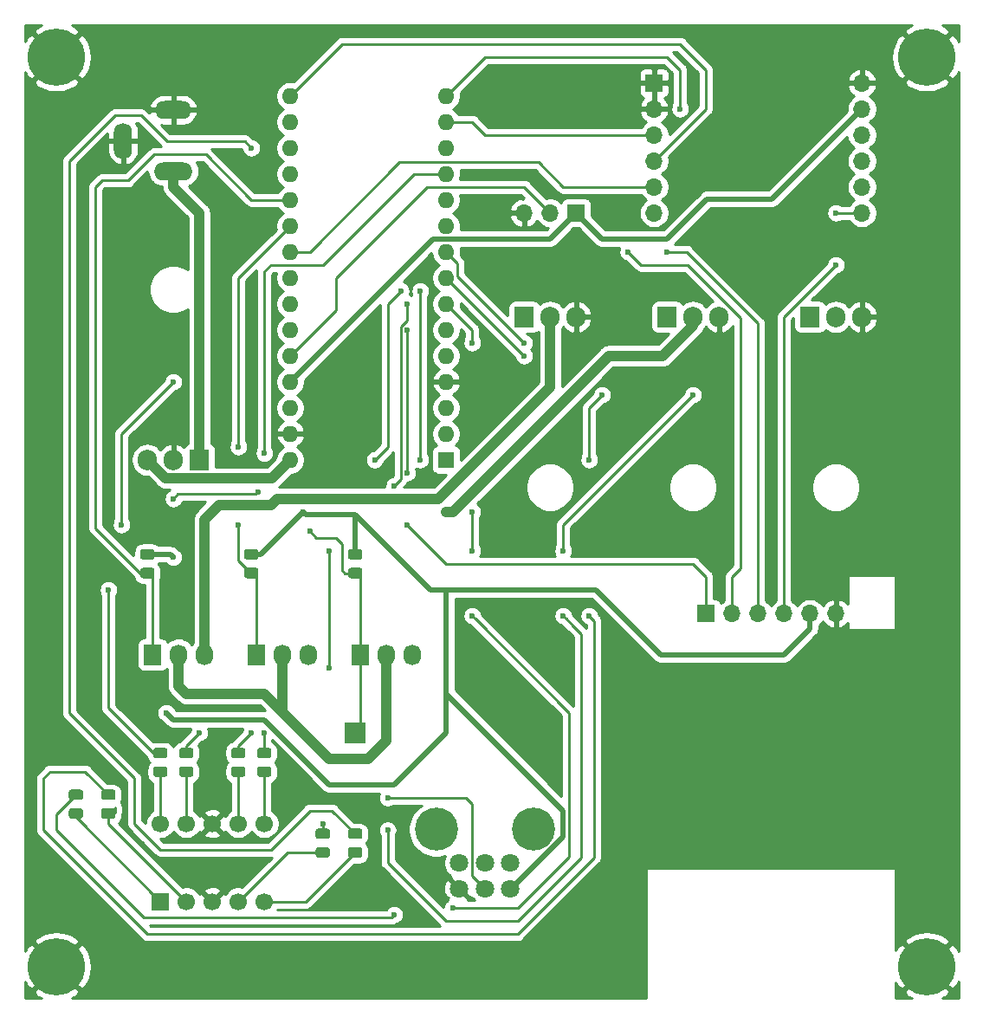
<source format=gbr>
%TF.GenerationSoftware,KiCad,Pcbnew,(5.1.10)-1*%
%TF.CreationDate,2021-06-07T21:45:38+02:00*%
%TF.ProjectId,SteuerungPCB,53746575-6572-4756-9e67-5043422e6b69,rev?*%
%TF.SameCoordinates,Original*%
%TF.FileFunction,Copper,L1,Top*%
%TF.FilePolarity,Positive*%
%FSLAX46Y46*%
G04 Gerber Fmt 4.6, Leading zero omitted, Abs format (unit mm)*
G04 Created by KiCad (PCBNEW (5.1.10)-1) date 2021-06-07 21:45:38*
%MOMM*%
%LPD*%
G01*
G04 APERTURE LIST*
%TA.AperFunction,ComponentPad*%
%ADD10O,1.778000X3.556000*%
%TD*%
%TA.AperFunction,ComponentPad*%
%ADD11O,3.756000X1.778000*%
%TD*%
%TA.AperFunction,ComponentPad*%
%ADD12O,3.556000X1.778000*%
%TD*%
%TA.AperFunction,ComponentPad*%
%ADD13C,1.800000*%
%TD*%
%TA.AperFunction,ComponentPad*%
%ADD14C,4.200000*%
%TD*%
%TA.AperFunction,ComponentPad*%
%ADD15O,1.700000X1.700000*%
%TD*%
%TA.AperFunction,ComponentPad*%
%ADD16R,1.700000X1.700000*%
%TD*%
%TA.AperFunction,ComponentPad*%
%ADD17C,1.700000*%
%TD*%
%TA.AperFunction,ComponentPad*%
%ADD18C,5.600000*%
%TD*%
%TA.AperFunction,ComponentPad*%
%ADD19R,2.000000X2.000000*%
%TD*%
%TA.AperFunction,ComponentPad*%
%ADD20R,1.905000X2.000000*%
%TD*%
%TA.AperFunction,ComponentPad*%
%ADD21O,1.905000X2.000000*%
%TD*%
%TA.AperFunction,ComponentPad*%
%ADD22O,1.730000X2.030000*%
%TD*%
%TA.AperFunction,ComponentPad*%
%ADD23R,1.730000X2.030000*%
%TD*%
%TA.AperFunction,ComponentPad*%
%ADD24R,1.600000X1.600000*%
%TD*%
%TA.AperFunction,ComponentPad*%
%ADD25O,1.600000X1.600000*%
%TD*%
%TA.AperFunction,ViaPad*%
%ADD26C,0.600000*%
%TD*%
%TA.AperFunction,ViaPad*%
%ADD27C,0.800000*%
%TD*%
%TA.AperFunction,Conductor*%
%ADD28C,0.250000*%
%TD*%
%TA.AperFunction,Conductor*%
%ADD29C,1.000000*%
%TD*%
%TA.AperFunction,Conductor*%
%ADD30C,0.500000*%
%TD*%
%TA.AperFunction,Conductor*%
%ADD31C,0.254000*%
%TD*%
%TA.AperFunction,Conductor*%
%ADD32C,0.100000*%
%TD*%
G04 APERTURE END LIST*
D10*
%TO.P,Vin1,2*%
%TO.N,/G*%
X90350000Y-23450000D03*
D11*
%TO.P,Vin1,1*%
%TO.N,/12V*%
X95250000Y-26400000D03*
D12*
%TO.P,Vin1,3*%
%TO.N,/G*%
X95250000Y-20400000D03*
%TD*%
D13*
%TO.P,RV1,3*%
%TO.N,/V*%
X128190000Y-96520000D03*
%TO.P,RV1,2*%
%TO.N,/A6*%
X125690000Y-96520000D03*
%TO.P,RV1,1*%
%TO.N,/G*%
X123190000Y-96520000D03*
%TO.P,RV1,6*%
%TO.N,N/C*%
X128190000Y-94020000D03*
%TO.P,RV1,5*%
X125690000Y-94020000D03*
%TO.P,RV1,4*%
X123190000Y-94020000D03*
D14*
%TO.P,RV1,*%
%TO.N,*%
X130440000Y-90720000D03*
X120940000Y-90720000D03*
%TD*%
D15*
%TO.P,USR-ES1_W5500,12*%
%TO.N,/MI*%
X162560000Y-30480000D03*
%TO.P,USR-ES1_W5500,11*%
%TO.N,/NT*%
X142240000Y-30480000D03*
%TO.P,USR-ES1_W5500,10*%
%TO.N,/RST*%
X162560000Y-27940000D03*
%TO.P,USR-ES1_W5500,9*%
%TO.N,/CS*%
X142240000Y-27940000D03*
%TO.P,USR-ES1_W5500,8*%
%TO.N,/NC*%
X162560000Y-25400000D03*
%TO.P,USR-ES1_W5500,7*%
%TO.N,/SCK*%
X142240000Y-25400000D03*
%TO.P,USR-ES1_W5500,6*%
%TO.N,/V*%
X162560000Y-22860000D03*
%TO.P,USR-ES1_W5500,5*%
%TO.N,/MO*%
X142240000Y-22860000D03*
%TO.P,USR-ES1_W5500,4*%
%TO.N,/V*%
X162560000Y-20320000D03*
%TO.P,USR-ES1_W5500,3*%
%TO.N,/G*%
X142240000Y-20320000D03*
%TO.P,USR-ES1_W5500,2*%
X162560000Y-17780000D03*
D16*
%TO.P,USR-ES1_W5500,1*%
X142240000Y-17780000D03*
%TD*%
D17*
%TO.P,U2,10*%
%TO.N,Net-(R2-Pad1)*%
X93980000Y-90170000D03*
%TO.P,U2,9*%
%TO.N,Net-(R1-Pad2)*%
X96520000Y-90170000D03*
%TO.P,U2,8*%
%TO.N,/G*%
X99060000Y-90170000D03*
%TO.P,U2,7*%
%TO.N,Net-(R7-Pad1)*%
X101600000Y-90170000D03*
%TO.P,U2,6*%
%TO.N,Net-(R6-Pad1)*%
X104140000Y-90170000D03*
%TO.P,U2,5*%
%TO.N,Net-(R8-Pad2)*%
X104140000Y-97790000D03*
%TO.P,U2,4*%
%TO.N,Net-(R5-Pad1)*%
X101600000Y-97790000D03*
%TO.P,U2,3*%
%TO.N,/G*%
X99060000Y-97790000D03*
%TO.P,U2,2*%
%TO.N,Net-(R4-Pad2)*%
X96520000Y-97790000D03*
D16*
%TO.P,U2,1*%
%TO.N,Net-(R3-Pad2)*%
X93980000Y-97790000D03*
%TD*%
D18*
%TO.P,REF\u002A\u002A,1*%
%TO.N,/G*%
X168910000Y-15240000D03*
%TD*%
%TO.P,REF\u002A\u002A,1*%
%TO.N,/G*%
X168910000Y-104140000D03*
%TD*%
%TO.P,REF\u002A\u002A,1*%
%TO.N,/G*%
X83820000Y-104140000D03*
%TD*%
%TO.P,REF\u002A\u002A,1*%
%TO.N,/G*%
X83820000Y-15240000D03*
%TD*%
%TO.P,R11,2*%
%TO.N,Net-(A1-Pad23)*%
%TA.AperFunction,SMDPad,CuDef*%
G36*
G01*
X112579998Y-65170000D02*
X113480002Y-65170000D01*
G75*
G02*
X113730000Y-65419998I0J-249998D01*
G01*
X113730000Y-65945002D01*
G75*
G02*
X113480002Y-66195000I-249998J0D01*
G01*
X112579998Y-66195000D01*
G75*
G02*
X112330000Y-65945002I0J249998D01*
G01*
X112330000Y-65419998D01*
G75*
G02*
X112579998Y-65170000I249998J0D01*
G01*
G37*
%TD.AperFunction*%
%TO.P,R11,1*%
%TO.N,/V*%
%TA.AperFunction,SMDPad,CuDef*%
G36*
G01*
X112579998Y-63345000D02*
X113480002Y-63345000D01*
G75*
G02*
X113730000Y-63594998I0J-249998D01*
G01*
X113730000Y-64120002D01*
G75*
G02*
X113480002Y-64370000I-249998J0D01*
G01*
X112579998Y-64370000D01*
G75*
G02*
X112330000Y-64120002I0J249998D01*
G01*
X112330000Y-63594998D01*
G75*
G02*
X112579998Y-63345000I249998J0D01*
G01*
G37*
%TD.AperFunction*%
%TD*%
%TO.P,R10,2*%
%TO.N,/V*%
%TA.AperFunction,SMDPad,CuDef*%
G36*
G01*
X93160002Y-64370000D02*
X92259998Y-64370000D01*
G75*
G02*
X92010000Y-64120002I0J249998D01*
G01*
X92010000Y-63594998D01*
G75*
G02*
X92259998Y-63345000I249998J0D01*
G01*
X93160002Y-63345000D01*
G75*
G02*
X93410000Y-63594998I0J-249998D01*
G01*
X93410000Y-64120002D01*
G75*
G02*
X93160002Y-64370000I-249998J0D01*
G01*
G37*
%TD.AperFunction*%
%TO.P,R10,1*%
%TO.N,Net-(A1-Pad20)*%
%TA.AperFunction,SMDPad,CuDef*%
G36*
G01*
X93160002Y-66195000D02*
X92259998Y-66195000D01*
G75*
G02*
X92010000Y-65945002I0J249998D01*
G01*
X92010000Y-65419998D01*
G75*
G02*
X92259998Y-65170000I249998J0D01*
G01*
X93160002Y-65170000D01*
G75*
G02*
X93410000Y-65419998I0J-249998D01*
G01*
X93410000Y-65945002D01*
G75*
G02*
X93160002Y-66195000I-249998J0D01*
G01*
G37*
%TD.AperFunction*%
%TD*%
%TO.P,R9,2*%
%TO.N,/V*%
%TA.AperFunction,SMDPad,CuDef*%
G36*
G01*
X103320002Y-64370000D02*
X102419998Y-64370000D01*
G75*
G02*
X102170000Y-64120002I0J249998D01*
G01*
X102170000Y-63594998D01*
G75*
G02*
X102419998Y-63345000I249998J0D01*
G01*
X103320002Y-63345000D01*
G75*
G02*
X103570000Y-63594998I0J-249998D01*
G01*
X103570000Y-64120002D01*
G75*
G02*
X103320002Y-64370000I-249998J0D01*
G01*
G37*
%TD.AperFunction*%
%TO.P,R9,1*%
%TO.N,Net-(A1-Pad21)*%
%TA.AperFunction,SMDPad,CuDef*%
G36*
G01*
X103320002Y-66195000D02*
X102419998Y-66195000D01*
G75*
G02*
X102170000Y-65945002I0J249998D01*
G01*
X102170000Y-65419998D01*
G75*
G02*
X102419998Y-65170000I249998J0D01*
G01*
X103320002Y-65170000D01*
G75*
G02*
X103570000Y-65419998I0J-249998D01*
G01*
X103570000Y-65945002D01*
G75*
G02*
X103320002Y-66195000I-249998J0D01*
G01*
G37*
%TD.AperFunction*%
%TD*%
%TO.P,R8,2*%
%TO.N,Net-(R8-Pad2)*%
%TA.AperFunction,SMDPad,CuDef*%
G36*
G01*
X112579998Y-92475000D02*
X113480002Y-92475000D01*
G75*
G02*
X113730000Y-92724998I0J-249998D01*
G01*
X113730000Y-93250002D01*
G75*
G02*
X113480002Y-93500000I-249998J0D01*
G01*
X112579998Y-93500000D01*
G75*
G02*
X112330000Y-93250002I0J249998D01*
G01*
X112330000Y-92724998D01*
G75*
G02*
X112579998Y-92475000I249998J0D01*
G01*
G37*
%TD.AperFunction*%
%TO.P,R8,1*%
%TO.N,Net-(A1-Pad19)*%
%TA.AperFunction,SMDPad,CuDef*%
G36*
G01*
X112579998Y-90650000D02*
X113480002Y-90650000D01*
G75*
G02*
X113730000Y-90899998I0J-249998D01*
G01*
X113730000Y-91425002D01*
G75*
G02*
X113480002Y-91675000I-249998J0D01*
G01*
X112579998Y-91675000D01*
G75*
G02*
X112330000Y-91425002I0J249998D01*
G01*
X112330000Y-90899998D01*
G75*
G02*
X112579998Y-90650000I249998J0D01*
G01*
G37*
%TD.AperFunction*%
%TD*%
%TO.P,R7,2*%
%TO.N,Net-(A1-Pad11)*%
%TA.AperFunction,SMDPad,CuDef*%
G36*
G01*
X102050002Y-83777500D02*
X101149998Y-83777500D01*
G75*
G02*
X100900000Y-83527502I0J249998D01*
G01*
X100900000Y-83002498D01*
G75*
G02*
X101149998Y-82752500I249998J0D01*
G01*
X102050002Y-82752500D01*
G75*
G02*
X102300000Y-83002498I0J-249998D01*
G01*
X102300000Y-83527502D01*
G75*
G02*
X102050002Y-83777500I-249998J0D01*
G01*
G37*
%TD.AperFunction*%
%TO.P,R7,1*%
%TO.N,Net-(R7-Pad1)*%
%TA.AperFunction,SMDPad,CuDef*%
G36*
G01*
X102050002Y-85602500D02*
X101149998Y-85602500D01*
G75*
G02*
X100900000Y-85352502I0J249998D01*
G01*
X100900000Y-84827498D01*
G75*
G02*
X101149998Y-84577500I249998J0D01*
G01*
X102050002Y-84577500D01*
G75*
G02*
X102300000Y-84827498I0J-249998D01*
G01*
X102300000Y-85352502D01*
G75*
G02*
X102050002Y-85602500I-249998J0D01*
G01*
G37*
%TD.AperFunction*%
%TD*%
%TO.P,R6,2*%
%TO.N,Net-(A1-Pad10)*%
%TA.AperFunction,SMDPad,CuDef*%
G36*
G01*
X104590002Y-83777500D02*
X103689998Y-83777500D01*
G75*
G02*
X103440000Y-83527502I0J249998D01*
G01*
X103440000Y-83002498D01*
G75*
G02*
X103689998Y-82752500I249998J0D01*
G01*
X104590002Y-82752500D01*
G75*
G02*
X104840000Y-83002498I0J-249998D01*
G01*
X104840000Y-83527502D01*
G75*
G02*
X104590002Y-83777500I-249998J0D01*
G01*
G37*
%TD.AperFunction*%
%TO.P,R6,1*%
%TO.N,Net-(R6-Pad1)*%
%TA.AperFunction,SMDPad,CuDef*%
G36*
G01*
X104590002Y-85602500D02*
X103689998Y-85602500D01*
G75*
G02*
X103440000Y-85352502I0J249998D01*
G01*
X103440000Y-84827498D01*
G75*
G02*
X103689998Y-84577500I249998J0D01*
G01*
X104590002Y-84577500D01*
G75*
G02*
X104840000Y-84827498I0J-249998D01*
G01*
X104840000Y-85352502D01*
G75*
G02*
X104590002Y-85602500I-249998J0D01*
G01*
G37*
%TD.AperFunction*%
%TD*%
%TO.P,R5,2*%
%TO.N,Net-(A1-Pad9)*%
%TA.AperFunction,SMDPad,CuDef*%
G36*
G01*
X110305002Y-91675000D02*
X109404998Y-91675000D01*
G75*
G02*
X109155000Y-91425002I0J249998D01*
G01*
X109155000Y-90899998D01*
G75*
G02*
X109404998Y-90650000I249998J0D01*
G01*
X110305002Y-90650000D01*
G75*
G02*
X110555000Y-90899998I0J-249998D01*
G01*
X110555000Y-91425002D01*
G75*
G02*
X110305002Y-91675000I-249998J0D01*
G01*
G37*
%TD.AperFunction*%
%TO.P,R5,1*%
%TO.N,Net-(R5-Pad1)*%
%TA.AperFunction,SMDPad,CuDef*%
G36*
G01*
X110305002Y-93500000D02*
X109404998Y-93500000D01*
G75*
G02*
X109155000Y-93250002I0J249998D01*
G01*
X109155000Y-92724998D01*
G75*
G02*
X109404998Y-92475000I249998J0D01*
G01*
X110305002Y-92475000D01*
G75*
G02*
X110555000Y-92724998I0J-249998D01*
G01*
X110555000Y-93250002D01*
G75*
G02*
X110305002Y-93500000I-249998J0D01*
G01*
G37*
%TD.AperFunction*%
%TD*%
%TO.P,R4,2*%
%TO.N,Net-(R4-Pad2)*%
%TA.AperFunction,SMDPad,CuDef*%
G36*
G01*
X88449998Y-88665000D02*
X89350002Y-88665000D01*
G75*
G02*
X89600000Y-88914998I0J-249998D01*
G01*
X89600000Y-89440002D01*
G75*
G02*
X89350002Y-89690000I-249998J0D01*
G01*
X88449998Y-89690000D01*
G75*
G02*
X88200000Y-89440002I0J249998D01*
G01*
X88200000Y-88914998D01*
G75*
G02*
X88449998Y-88665000I249998J0D01*
G01*
G37*
%TD.AperFunction*%
%TO.P,R4,1*%
%TO.N,Net-(A1-Pad8)*%
%TA.AperFunction,SMDPad,CuDef*%
G36*
G01*
X88449998Y-86840000D02*
X89350002Y-86840000D01*
G75*
G02*
X89600000Y-87089998I0J-249998D01*
G01*
X89600000Y-87615002D01*
G75*
G02*
X89350002Y-87865000I-249998J0D01*
G01*
X88449998Y-87865000D01*
G75*
G02*
X88200000Y-87615002I0J249998D01*
G01*
X88200000Y-87089998D01*
G75*
G02*
X88449998Y-86840000I249998J0D01*
G01*
G37*
%TD.AperFunction*%
%TD*%
%TO.P,R3,2*%
%TO.N,Net-(R3-Pad2)*%
%TA.AperFunction,SMDPad,CuDef*%
G36*
G01*
X85274998Y-88665000D02*
X86175002Y-88665000D01*
G75*
G02*
X86425000Y-88914998I0J-249998D01*
G01*
X86425000Y-89440002D01*
G75*
G02*
X86175002Y-89690000I-249998J0D01*
G01*
X85274998Y-89690000D01*
G75*
G02*
X85025000Y-89440002I0J249998D01*
G01*
X85025000Y-88914998D01*
G75*
G02*
X85274998Y-88665000I249998J0D01*
G01*
G37*
%TD.AperFunction*%
%TO.P,R3,1*%
%TO.N,Net-(A1-Pad7)*%
%TA.AperFunction,SMDPad,CuDef*%
G36*
G01*
X85274998Y-86840000D02*
X86175002Y-86840000D01*
G75*
G02*
X86425000Y-87089998I0J-249998D01*
G01*
X86425000Y-87615002D01*
G75*
G02*
X86175002Y-87865000I-249998J0D01*
G01*
X85274998Y-87865000D01*
G75*
G02*
X85025000Y-87615002I0J249998D01*
G01*
X85025000Y-87089998D01*
G75*
G02*
X85274998Y-86840000I249998J0D01*
G01*
G37*
%TD.AperFunction*%
%TD*%
%TO.P,R2,2*%
%TO.N,Net-(A1-Pad12)*%
%TA.AperFunction,SMDPad,CuDef*%
G36*
G01*
X94430002Y-83777500D02*
X93529998Y-83777500D01*
G75*
G02*
X93280000Y-83527502I0J249998D01*
G01*
X93280000Y-83002498D01*
G75*
G02*
X93529998Y-82752500I249998J0D01*
G01*
X94430002Y-82752500D01*
G75*
G02*
X94680000Y-83002498I0J-249998D01*
G01*
X94680000Y-83527502D01*
G75*
G02*
X94430002Y-83777500I-249998J0D01*
G01*
G37*
%TD.AperFunction*%
%TO.P,R2,1*%
%TO.N,Net-(R2-Pad1)*%
%TA.AperFunction,SMDPad,CuDef*%
G36*
G01*
X94430002Y-85602500D02*
X93529998Y-85602500D01*
G75*
G02*
X93280000Y-85352502I0J249998D01*
G01*
X93280000Y-84827498D01*
G75*
G02*
X93529998Y-84577500I249998J0D01*
G01*
X94430002Y-84577500D01*
G75*
G02*
X94680000Y-84827498I0J-249998D01*
G01*
X94680000Y-85352502D01*
G75*
G02*
X94430002Y-85602500I-249998J0D01*
G01*
G37*
%TD.AperFunction*%
%TD*%
%TO.P,R1,2*%
%TO.N,Net-(R1-Pad2)*%
%TA.AperFunction,SMDPad,CuDef*%
G36*
G01*
X96069998Y-84577500D02*
X96970002Y-84577500D01*
G75*
G02*
X97220000Y-84827498I0J-249998D01*
G01*
X97220000Y-85352502D01*
G75*
G02*
X96970002Y-85602500I-249998J0D01*
G01*
X96069998Y-85602500D01*
G75*
G02*
X95820000Y-85352502I0J249998D01*
G01*
X95820000Y-84827498D01*
G75*
G02*
X96069998Y-84577500I249998J0D01*
G01*
G37*
%TD.AperFunction*%
%TO.P,R1,1*%
%TO.N,Net-(A1-Pad5)*%
%TA.AperFunction,SMDPad,CuDef*%
G36*
G01*
X96069998Y-82752500D02*
X96970002Y-82752500D01*
G75*
G02*
X97220000Y-83002498I0J-249998D01*
G01*
X97220000Y-83527502D01*
G75*
G02*
X96970002Y-83777500I-249998J0D01*
G01*
X96069998Y-83777500D01*
G75*
G02*
X95820000Y-83527502I0J249998D01*
G01*
X95820000Y-83002498D01*
G75*
G02*
X96069998Y-82752500I249998J0D01*
G01*
G37*
%TD.AperFunction*%
%TD*%
D19*
%TO.P,TP_Tacho_3,1*%
%TO.N,Net-(A1-Pad23)*%
X113030000Y-81280000D03*
%TD*%
D20*
%TO.P,U1,1*%
%TO.N,/12V*%
X97790000Y-54610000D03*
D21*
%TO.P,U1,2*%
%TO.N,/G*%
X95250000Y-54610000D03*
%TO.P,U1,3*%
%TO.N,/6V*%
X92710000Y-54610000D03*
%TD*%
D20*
%TO.P,Q3,1*%
%TO.N,Net-(A1-Pad6)*%
X157480000Y-40640000D03*
D21*
%TO.P,Q3,2*%
%TO.N,Net-(M3-Pad3)*%
X160020000Y-40640000D03*
%TO.P,Q3,3*%
%TO.N,/G*%
X162560000Y-40640000D03*
%TD*%
D20*
%TO.P,Q2,1*%
%TO.N,Net-(A1-Pad6)*%
X143510000Y-40640000D03*
D21*
%TO.P,Q2,2*%
%TO.N,Net-(M2-Pad3)*%
X146050000Y-40640000D03*
%TO.P,Q2,3*%
%TO.N,/G*%
X148590000Y-40640000D03*
%TD*%
D20*
%TO.P,Q1,1*%
%TO.N,Net-(A1-Pad13)*%
X129540000Y-40640000D03*
D21*
%TO.P,Q1,2*%
%TO.N,Net-(M1-Pad3)*%
X132080000Y-40640000D03*
%TO.P,Q1,3*%
%TO.N,/G*%
X134620000Y-40640000D03*
%TD*%
D22*
%TO.P,M3,3*%
%TO.N,Net-(M3-Pad3)*%
X118610000Y-73660000D03*
%TO.P,M3,2*%
%TO.N,/12V*%
X116070000Y-73660000D03*
D23*
%TO.P,M3,1*%
%TO.N,Net-(A1-Pad23)*%
X113530000Y-73660000D03*
%TD*%
D15*
%TO.P,U3,3*%
%TO.N,/G*%
X129540000Y-30480000D03*
%TO.P,U3,2*%
%TO.N,Net-(A1-Pad26)*%
X132080000Y-30480000D03*
D16*
%TO.P,U3,1*%
%TO.N,/V*%
X134620000Y-30480000D03*
%TD*%
D22*
%TO.P,M2,3*%
%TO.N,Net-(M2-Pad3)*%
X108450000Y-73660000D03*
%TO.P,M2,2*%
%TO.N,/12V*%
X105910000Y-73660000D03*
D23*
%TO.P,M2,1*%
%TO.N,Net-(A1-Pad21)*%
X103370000Y-73660000D03*
%TD*%
D22*
%TO.P,M1,3*%
%TO.N,Net-(M1-Pad3)*%
X98290000Y-73660000D03*
%TO.P,M1,2*%
%TO.N,/12V*%
X95750000Y-73660000D03*
D23*
%TO.P,M1,1*%
%TO.N,Net-(A1-Pad20)*%
X93210000Y-73660000D03*
%TD*%
D15*
%TO.P,J1,6*%
%TO.N,/G*%
X160020000Y-69640000D03*
%TO.P,J1,5*%
%TO.N,/V*%
X157480000Y-69640000D03*
%TO.P,J1,4*%
%TO.N,/MI*%
X154940000Y-69640000D03*
%TO.P,J1,3*%
%TO.N,/MO*%
X152400000Y-69640000D03*
%TO.P,J1,2*%
%TO.N,/SCK*%
X149860000Y-69640000D03*
D16*
%TO.P,J1,1*%
%TO.N,/CS_SD*%
X147320000Y-69640000D03*
%TD*%
D24*
%TO.P,A1,1*%
%TO.N,Net-(A1-Pad1)*%
X121920000Y-54610000D03*
D25*
%TO.P,A1,17*%
%TO.N,Net-(A1-Pad17)*%
X106680000Y-21590000D03*
%TO.P,A1,2*%
%TO.N,Net-(A1-Pad2)*%
X121920000Y-52070000D03*
%TO.P,A1,18*%
%TO.N,Net-(A1-Pad18)*%
X106680000Y-24130000D03*
%TO.P,A1,3*%
%TO.N,Net-(A1-Pad3)*%
X121920000Y-49530000D03*
%TO.P,A1,19*%
%TO.N,Net-(A1-Pad19)*%
X106680000Y-26670000D03*
%TO.P,A1,4*%
%TO.N,/G*%
X121920000Y-46990000D03*
%TO.P,A1,20*%
%TO.N,Net-(A1-Pad20)*%
X106680000Y-29210000D03*
%TO.P,A1,5*%
%TO.N,Net-(A1-Pad5)*%
X121920000Y-44450000D03*
%TO.P,A1,21*%
%TO.N,Net-(A1-Pad21)*%
X106680000Y-31750000D03*
%TO.P,A1,6*%
%TO.N,Net-(A1-Pad6)*%
X121920000Y-41910000D03*
%TO.P,A1,22*%
%TO.N,/CS*%
X106680000Y-34290000D03*
%TO.P,A1,7*%
%TO.N,Net-(A1-Pad7)*%
X121920000Y-39370000D03*
%TO.P,A1,23*%
%TO.N,Net-(A1-Pad23)*%
X106680000Y-36830000D03*
%TO.P,A1,8*%
%TO.N,Net-(A1-Pad8)*%
X121920000Y-36830000D03*
%TO.P,A1,24*%
%TO.N,/CS_SD*%
X106680000Y-39370000D03*
%TO.P,A1,9*%
%TO.N,Net-(A1-Pad9)*%
X121920000Y-34290000D03*
%TO.P,A1,25*%
%TO.N,/A6*%
X106680000Y-41910000D03*
%TO.P,A1,10*%
%TO.N,Net-(A1-Pad10)*%
X121920000Y-31750000D03*
%TO.P,A1,26*%
%TO.N,Net-(A1-Pad26)*%
X106680000Y-44450000D03*
%TO.P,A1,11*%
%TO.N,Net-(A1-Pad11)*%
X121920000Y-29210000D03*
%TO.P,A1,27*%
%TO.N,/V*%
X106680000Y-46990000D03*
%TO.P,A1,12*%
%TO.N,Net-(A1-Pad12)*%
X121920000Y-26670000D03*
%TO.P,A1,28*%
%TO.N,Net-(A1-Pad28)*%
X106680000Y-49530000D03*
%TO.P,A1,13*%
%TO.N,Net-(A1-Pad13)*%
X121920000Y-24130000D03*
%TO.P,A1,29*%
%TO.N,/G*%
X106680000Y-52070000D03*
%TO.P,A1,14*%
%TO.N,/MO*%
X121920000Y-21590000D03*
%TO.P,A1,30*%
%TO.N,/6V*%
X106680000Y-54610000D03*
%TO.P,A1,15*%
%TO.N,/MI*%
X121920000Y-19050000D03*
%TO.P,A1,16*%
%TO.N,/SCK*%
X106680000Y-19050000D03*
%TD*%
D26*
%TO.N,Net-(A1-Pad12)*%
X88900000Y-67310000D03*
X95250000Y-58420000D03*
X103505000Y-57785000D03*
X104140000Y-53975000D03*
%TO.N,Net-(A1-Pad11)*%
X102870000Y-81280000D03*
X119380000Y-54610000D03*
X119380000Y-38100000D03*
%TO.N,Net-(A1-Pad10)*%
X104140000Y-81280000D03*
X116840000Y-57150000D03*
X118110000Y-39370000D03*
X110490000Y-74930000D03*
X110490000Y-63500000D03*
%TO.N,Net-(A1-Pad9)*%
X133350000Y-69850000D03*
X133350000Y-63500000D03*
X146050000Y-48260000D03*
X129540000Y-43180000D03*
X109855000Y-90170000D03*
X116205000Y-90805000D03*
%TO.N,Net-(A1-Pad8)*%
X135890000Y-69850000D03*
X135890000Y-54610000D03*
X137160000Y-48260000D03*
X129540000Y-44450000D03*
%TO.N,Net-(A1-Pad23)*%
X108585000Y-61595000D03*
X114935000Y-54610000D03*
X117475000Y-38100000D03*
%TO.N,Net-(A1-Pad7)*%
X124460000Y-69850000D03*
X124460000Y-63500000D03*
X124460000Y-43180000D03*
X124460000Y-59690000D03*
X122555000Y-98425000D03*
X116840000Y-99060000D03*
%TO.N,Net-(A1-Pad21)*%
X101600000Y-60960000D03*
X101600000Y-53340000D03*
%TO.N,Net-(A1-Pad5)*%
X97790000Y-81280000D03*
%TO.N,Net-(A1-Pad19)*%
X102870000Y-24130000D03*
D27*
%TO.N,Net-(M2-Pad3)*%
X121920000Y-59690000D03*
D26*
%TO.N,/MI*%
X160020000Y-35560000D03*
X160020000Y-30480000D03*
X144780000Y-20320000D03*
%TO.N,/SCK*%
X139700000Y-34290000D03*
%TO.N,/V*%
X107950000Y-59690000D03*
X95250000Y-64135000D03*
X94559990Y-79319990D03*
%TO.N,/MO*%
X143510000Y-34290000D03*
D27*
%TO.N,/G*%
X151130000Y-17780000D03*
X158115000Y-17780000D03*
X147320000Y-25400000D03*
X153035000Y-25400000D03*
X88900000Y-33655000D03*
X95250000Y-33655000D03*
X88900000Y-45720000D03*
X95250000Y-50800000D03*
X95885000Y-94615000D03*
X101600000Y-95250000D03*
X99060000Y-94615000D03*
D26*
X97790000Y-91440000D03*
X100330000Y-91440000D03*
%TO.N,/CS_SD*%
X118110000Y-60960000D03*
X118110000Y-55880000D03*
X118110000Y-41910000D03*
%TO.N,/A6*%
X116205000Y-87630000D03*
X90170000Y-60960000D03*
X95250000Y-46990000D03*
%TD*%
D28*
%TO.N,Net-(A1-Pad12)*%
X93280000Y-83265000D02*
X88900000Y-78885000D01*
X93980000Y-83265000D02*
X93280000Y-83265000D01*
X88900000Y-78885000D02*
X88900000Y-67310000D01*
X95250000Y-58420000D02*
X95694989Y-57975011D01*
X103314989Y-57975011D02*
X103505000Y-57785000D01*
X95694989Y-57975011D02*
X103314989Y-57975011D01*
X104140000Y-53975000D02*
X104140000Y-36195000D01*
X104140000Y-36195000D02*
X104775000Y-35560000D01*
X104775000Y-35560000D02*
X109855000Y-35560000D01*
X109855000Y-35560000D02*
X118745000Y-26670000D01*
X118745000Y-26670000D02*
X121920000Y-26670000D01*
%TO.N,Net-(A1-Pad11)*%
X101600000Y-82550000D02*
X102870000Y-81280000D01*
X101600000Y-83265000D02*
X101600000Y-82550000D01*
X119380000Y-54610000D02*
X119380000Y-38100000D01*
%TO.N,Net-(A1-Pad26)*%
X111125000Y-40005000D02*
X106680000Y-44450000D01*
X111125000Y-36830000D02*
X111125000Y-40005000D01*
X120015000Y-27940000D02*
X111125000Y-36830000D01*
X129540000Y-27940000D02*
X120015000Y-27940000D01*
X132080000Y-30480000D02*
X129540000Y-27940000D01*
%TO.N,Net-(A1-Pad10)*%
X104140000Y-83265000D02*
X104140000Y-81280000D01*
X118110000Y-40984998D02*
X118110000Y-39370000D01*
X117484999Y-41609999D02*
X118110000Y-40984998D01*
X117484999Y-56505001D02*
X117484999Y-41609999D01*
X116840000Y-57150000D02*
X117484999Y-56505001D01*
X118110000Y-39370000D02*
X118110000Y-39370000D01*
X110490000Y-74930000D02*
X110490000Y-63500000D01*
%TO.N,Net-(A1-Pad9)*%
X133350000Y-63500000D02*
X133350000Y-60960000D01*
X133350000Y-60960000D02*
X146050000Y-48260000D01*
X123045001Y-35415001D02*
X121920000Y-34290000D01*
X123045001Y-36685001D02*
X123045001Y-35415001D01*
X129540000Y-43180000D02*
X123045001Y-36685001D01*
X134375022Y-70875022D02*
X133649999Y-70149999D01*
X133649999Y-70149999D02*
X133350000Y-69850000D01*
X109855000Y-91162500D02*
X109855000Y-90170000D01*
X116205000Y-90805000D02*
X116205000Y-93980000D01*
X116205000Y-93980000D02*
X121920000Y-99695000D01*
X128905000Y-99695000D02*
X134375022Y-94224978D01*
X121920000Y-99695000D02*
X128905000Y-99695000D01*
X134375022Y-94224978D02*
X135128000Y-93472000D01*
X135128000Y-93472000D02*
X135128000Y-71628000D01*
X135128000Y-71628000D02*
X134366000Y-70866000D01*
%TO.N,Net-(A1-Pad8)*%
X135890000Y-49530000D02*
X137160000Y-48260000D01*
X135890000Y-54610000D02*
X135890000Y-49530000D01*
X129540000Y-44450000D02*
X121920000Y-36830000D01*
X128905000Y-100965000D02*
X136398000Y-93472000D01*
X82550000Y-90805000D02*
X92710000Y-100965000D01*
X92710000Y-100965000D02*
X128905000Y-100965000D01*
X82550000Y-85725000D02*
X82550000Y-90805000D01*
X83185000Y-85090000D02*
X82550000Y-85725000D01*
X136398000Y-70358000D02*
X135890000Y-69850000D01*
X86637500Y-85090000D02*
X83185000Y-85090000D01*
X136398000Y-93472000D02*
X136398000Y-70358000D01*
X88900000Y-87352500D02*
X86637500Y-85090000D01*
%TO.N,Net-(A1-Pad23)*%
X113030000Y-74160000D02*
X113530000Y-73660000D01*
X113530000Y-66182500D02*
X113030000Y-65682500D01*
X113530000Y-73660000D02*
X113530000Y-66182500D01*
X113530000Y-80780000D02*
X113030000Y-81280000D01*
X113530000Y-73660000D02*
X113530000Y-80780000D01*
X113030000Y-65682500D02*
X112037500Y-65682500D01*
X112037500Y-65682500D02*
X111760000Y-65405000D01*
X111760000Y-65405000D02*
X111760000Y-62865000D01*
X111760000Y-62865000D02*
X111125000Y-62230000D01*
X111125000Y-62230000D02*
X109220000Y-62230000D01*
X109220000Y-62230000D02*
X108585000Y-61595000D01*
X114935000Y-54610000D02*
X116205000Y-53340000D01*
X116205000Y-39370000D02*
X117475000Y-38100000D01*
X116205000Y-53340000D02*
X116205000Y-39370000D01*
%TO.N,Net-(A1-Pad7)*%
X124460000Y-41910000D02*
X121920000Y-39370000D01*
X124460000Y-43180000D02*
X124460000Y-41910000D01*
X124460000Y-63500000D02*
X124460000Y-59690000D01*
X133925010Y-92434992D02*
X133925010Y-79315010D01*
X133925010Y-79315010D02*
X124759999Y-70149999D01*
X124759999Y-70149999D02*
X124460000Y-69850000D01*
X133925010Y-92434992D02*
X133925010Y-93404990D01*
X133925010Y-93404990D02*
X128905000Y-98425000D01*
X128905000Y-98425000D02*
X122555000Y-98425000D01*
X116540001Y-99359999D02*
X92374999Y-99359999D01*
X116840000Y-99060000D02*
X116540001Y-99359999D01*
X92374999Y-99359999D02*
X83820000Y-90805000D01*
X83820000Y-89257500D02*
X85725000Y-87352500D01*
X83820000Y-90805000D02*
X83820000Y-89257500D01*
%TO.N,Net-(A1-Pad21)*%
X103370000Y-73660000D02*
X103370000Y-72890000D01*
X103370000Y-66182500D02*
X102870000Y-65682500D01*
X103370000Y-73660000D02*
X103370000Y-66182500D01*
X101600000Y-64412500D02*
X101600000Y-60960000D01*
X102870000Y-65682500D02*
X101600000Y-64412500D01*
X101600000Y-36830000D02*
X106680000Y-31750000D01*
X101600000Y-53340000D02*
X101600000Y-36830000D01*
%TO.N,Net-(A1-Pad5)*%
X96520000Y-82550000D02*
X97790000Y-81280000D01*
X96520000Y-83265000D02*
X96520000Y-82550000D01*
%TO.N,Net-(A1-Pad20)*%
X93210000Y-66182500D02*
X92710000Y-65682500D01*
X93210000Y-73660000D02*
X93210000Y-66182500D01*
X102870000Y-29210000D02*
X106680000Y-29210000D01*
X98425000Y-24765000D02*
X102870000Y-29210000D01*
X93345000Y-24765000D02*
X98425000Y-24765000D01*
X90805000Y-27305000D02*
X93345000Y-24765000D01*
X88265000Y-27305000D02*
X90805000Y-27305000D01*
X87630000Y-27940000D02*
X88265000Y-27305000D01*
X87630000Y-61302500D02*
X87630000Y-27940000D01*
X92010000Y-65682500D02*
X87630000Y-61302500D01*
X92710000Y-65682500D02*
X92010000Y-65682500D01*
%TO.N,Net-(A1-Pad19)*%
X102235000Y-23495000D02*
X102870000Y-24130000D01*
X94615000Y-23495000D02*
X102235000Y-23495000D01*
X89535000Y-20955000D02*
X92075000Y-20955000D01*
X85090000Y-25400000D02*
X89535000Y-20955000D01*
X85090000Y-79375000D02*
X85090000Y-25400000D01*
X91440000Y-90170000D02*
X91440000Y-85725000D01*
X91440000Y-85725000D02*
X85090000Y-79375000D01*
X93980000Y-92710000D02*
X91440000Y-90170000D01*
X104775000Y-92710000D02*
X93980000Y-92710000D01*
X108585000Y-88900000D02*
X104775000Y-92710000D01*
X110767500Y-88900000D02*
X108585000Y-88900000D01*
X92075000Y-20955000D02*
X94615000Y-23495000D01*
X113030000Y-91162500D02*
X110767500Y-88900000D01*
%TO.N,Net-(R1-Pad2)*%
X96520000Y-90170000D02*
X96520000Y-85090000D01*
%TO.N,Net-(R3-Pad2)*%
X85725000Y-89535000D02*
X93980000Y-97790000D01*
X85725000Y-89177500D02*
X85725000Y-89535000D01*
%TO.N,Net-(R4-Pad2)*%
X89535000Y-88542500D02*
X89535000Y-89055000D01*
X88900000Y-90170000D02*
X96520000Y-97790000D01*
X88900000Y-89177500D02*
X88900000Y-90170000D01*
%TO.N,Net-(R5-Pad1)*%
X106402500Y-92987500D02*
X101600000Y-97790000D01*
X109855000Y-92987500D02*
X106402500Y-92987500D01*
%TO.N,Net-(R6-Pad1)*%
X104140000Y-90170000D02*
X104140000Y-85090000D01*
%TO.N,Net-(R7-Pad1)*%
X101600000Y-85090000D02*
X101600000Y-90170000D01*
%TO.N,Net-(R8-Pad2)*%
X108227500Y-97790000D02*
X113030000Y-92987500D01*
X104140000Y-97790000D02*
X108227500Y-97790000D01*
%TO.N,/CS*%
X108585000Y-34290000D02*
X106680000Y-34290000D01*
X117330001Y-25544999D02*
X108585000Y-34290000D01*
X130954999Y-25544999D02*
X117330001Y-25544999D01*
X133350000Y-27940000D02*
X130954999Y-25544999D01*
X142240000Y-27940000D02*
X133350000Y-27940000D01*
D29*
%TO.N,Net-(M1-Pad3)*%
X98290000Y-60460000D02*
X98290000Y-73660000D01*
X99695000Y-59055000D02*
X98290000Y-60460000D01*
X105410000Y-58420000D02*
X104775000Y-59055000D01*
X104775000Y-59055000D02*
X99695000Y-59055000D01*
X121150002Y-58420000D02*
X105410000Y-58420000D01*
X132080000Y-47490002D02*
X121150002Y-58420000D01*
X132080000Y-40640000D02*
X132080000Y-47490002D01*
%TO.N,Net-(M2-Pad3)*%
X146050000Y-41492502D02*
X143092502Y-44450000D01*
X146050000Y-40640000D02*
X146050000Y-41492502D01*
X143092502Y-44450000D02*
X137795000Y-44450000D01*
X122555000Y-59690000D02*
X121920000Y-59690000D01*
X137795000Y-44450000D02*
X122555000Y-59690000D01*
D28*
%TO.N,/MI*%
X154940000Y-40640000D02*
X160020000Y-35560000D01*
X154940000Y-66040000D02*
X154940000Y-40640000D01*
X160020000Y-30480000D02*
X162560000Y-30480000D01*
X125730000Y-15240000D02*
X121920000Y-19050000D01*
X143510000Y-15240000D02*
X125730000Y-15240000D01*
X144780000Y-16510000D02*
X143510000Y-15240000D01*
X144780000Y-20320000D02*
X144780000Y-16510000D01*
X154940000Y-66040000D02*
X154940000Y-69640000D01*
%TO.N,/SCK*%
X110490000Y-15240000D02*
X106680000Y-19050000D01*
X142240000Y-25400000D02*
X147320000Y-20320000D01*
X147320000Y-20320000D02*
X147320000Y-16510000D01*
X147320000Y-16510000D02*
X144780000Y-13970000D01*
X144780000Y-13970000D02*
X111760000Y-13970000D01*
X111760000Y-13970000D02*
X110490000Y-15240000D01*
X140970000Y-35560000D02*
X139700000Y-34290000D01*
X150709999Y-40764406D02*
X145505593Y-35560000D01*
X149860000Y-66040000D02*
X150709999Y-65190001D01*
X145505593Y-35560000D02*
X140970000Y-35560000D01*
X150709999Y-65190001D02*
X150709999Y-40764406D01*
X149860000Y-66040000D02*
X149860000Y-69640000D01*
D30*
%TO.N,/V*%
X103782500Y-63857500D02*
X107950000Y-59690000D01*
X102870000Y-63857500D02*
X103782500Y-63857500D01*
X95250000Y-80010000D02*
X94559990Y-79319990D01*
X104140000Y-80010000D02*
X95250000Y-80010000D01*
X113030000Y-63857500D02*
X113030000Y-59940000D01*
X132080000Y-33020000D02*
X134620000Y-30480000D01*
X120650000Y-33020000D02*
X132080000Y-33020000D01*
X106680000Y-46990000D02*
X120650000Y-33020000D01*
X121920000Y-80010000D02*
X121920000Y-81280000D01*
X121920000Y-81280000D02*
X116840000Y-86360000D01*
X109220000Y-85090000D02*
X104140000Y-80010000D01*
X109220000Y-85090000D02*
X110490000Y-86360000D01*
X110490000Y-86360000D02*
X116840000Y-86360000D01*
X137160000Y-33020000D02*
X134620000Y-30480000D01*
X143510000Y-33020000D02*
X137160000Y-33020000D01*
X147414999Y-29115001D02*
X143510000Y-33020000D01*
X153764999Y-29115001D02*
X147414999Y-29115001D01*
X162560000Y-20320000D02*
X153764999Y-29115001D01*
X120400000Y-67310000D02*
X113030000Y-59940000D01*
X121920000Y-67310000D02*
X120400000Y-67310000D01*
X108200000Y-59940000D02*
X107950000Y-59690000D01*
X113030000Y-59940000D02*
X108200000Y-59940000D01*
X94972500Y-63857500D02*
X95250000Y-64135000D01*
X92710000Y-63857500D02*
X94972500Y-63857500D01*
X121920000Y-67310000D02*
X121950001Y-67340001D01*
X133350000Y-88900000D02*
X121920000Y-77470000D01*
X128270000Y-96520000D02*
X133350000Y-91440000D01*
X121920000Y-77470000D02*
X121920000Y-80010000D01*
X121920000Y-67310000D02*
X121920000Y-77470000D01*
X133350000Y-91440000D02*
X133350000Y-88900000D01*
X128190000Y-96520000D02*
X128270000Y-96520000D01*
X157480000Y-71120000D02*
X157480000Y-69640000D01*
X154940000Y-73660000D02*
X157480000Y-71120000D01*
X142875000Y-73660000D02*
X154940000Y-73660000D01*
X136525000Y-67310000D02*
X142875000Y-73660000D01*
X121920000Y-67310000D02*
X136525000Y-67310000D01*
D28*
%TO.N,/MO*%
X142240000Y-22860000D02*
X125730000Y-22860000D01*
X124460000Y-21590000D02*
X121920000Y-21590000D01*
X125730000Y-22860000D02*
X124460000Y-21590000D01*
X152400000Y-66040000D02*
X152400000Y-41273589D01*
X152400000Y-41273589D02*
X145416411Y-34290000D01*
X145416411Y-34290000D02*
X143510000Y-34290000D01*
X152400000Y-69640000D02*
X152400000Y-66040000D01*
%TO.N,Net-(R2-Pad1)*%
X93980000Y-85090000D02*
X93980000Y-90170000D01*
D29*
%TO.N,/6V*%
X104879999Y-56410001D02*
X106680000Y-54610000D01*
X94510001Y-56410001D02*
X104879999Y-56410001D01*
X92710000Y-54610000D02*
X94510001Y-56410001D01*
%TO.N,/12V*%
X110490000Y-83820000D02*
X105910000Y-79240000D01*
X105910000Y-79240000D02*
X105910000Y-73660000D01*
X114300000Y-83820000D02*
X110490000Y-83820000D01*
X116070000Y-82050000D02*
X114300000Y-83820000D01*
X116070000Y-73660000D02*
X116070000Y-82050000D01*
X95750000Y-73660000D02*
X95750000Y-76700000D01*
X95750000Y-76700000D02*
X96520000Y-77470000D01*
X104140000Y-77470000D02*
X105910000Y-79240000D01*
X96520000Y-77470000D02*
X104140000Y-77470000D01*
X95250000Y-27940000D02*
X95250000Y-26400000D01*
X97800001Y-30490001D02*
X95250000Y-27940000D01*
X97800001Y-54599999D02*
X97800001Y-30490001D01*
X97790000Y-54610000D02*
X97800001Y-54599999D01*
D28*
%TO.N,/CS_SD*%
X118110000Y-55880000D02*
X118110000Y-41910000D01*
X147320000Y-66040000D02*
X147320000Y-69640000D01*
X146050000Y-64770000D02*
X147320000Y-66040000D01*
X121920000Y-64770000D02*
X146050000Y-64770000D01*
X118110000Y-60960000D02*
X121920000Y-64770000D01*
%TO.N,/A6*%
X125690000Y-96520000D02*
X124464999Y-95294999D01*
X124464999Y-88269999D02*
X123825000Y-87630000D01*
X123825000Y-87630000D02*
X116205000Y-87630000D01*
X124464999Y-95294999D02*
X124464999Y-88269999D01*
X90170000Y-60960000D02*
X90170000Y-52070000D01*
X90170000Y-52070000D02*
X95250000Y-46990000D01*
X106680000Y-41273590D02*
X106680000Y-41910000D01*
%TD*%
D31*
%TO.N,/G*%
X96665002Y-36027059D02*
X96379721Y-35836440D01*
X95945679Y-35656654D01*
X95484902Y-35565000D01*
X95015098Y-35565000D01*
X94554321Y-35656654D01*
X94120279Y-35836440D01*
X93729651Y-36097450D01*
X93397450Y-36429651D01*
X93136440Y-36820279D01*
X92956654Y-37254321D01*
X92865000Y-37715098D01*
X92865000Y-38184902D01*
X92956654Y-38645679D01*
X93136440Y-39079721D01*
X93397450Y-39470349D01*
X93729651Y-39802550D01*
X94120279Y-40063560D01*
X94554321Y-40243346D01*
X95015098Y-40335000D01*
X95484902Y-40335000D01*
X95945679Y-40243346D01*
X96379721Y-40063560D01*
X96665002Y-39872941D01*
X96665001Y-52998754D01*
X96593320Y-53020498D01*
X96483006Y-53079463D01*
X96386315Y-53158815D01*
X96306963Y-53255506D01*
X96257941Y-53347219D01*
X96116923Y-53234031D01*
X95841094Y-53090429D01*
X95622980Y-53019437D01*
X95377000Y-53139406D01*
X95377000Y-54483000D01*
X95397000Y-54483000D01*
X95397000Y-54737000D01*
X95377000Y-54737000D01*
X95377000Y-54757000D01*
X95123000Y-54757000D01*
X95123000Y-54737000D01*
X95103000Y-54737000D01*
X95103000Y-54483000D01*
X95123000Y-54483000D01*
X95123000Y-53139406D01*
X94877020Y-53019437D01*
X94658906Y-53090429D01*
X94383077Y-53234031D01*
X94140563Y-53428685D01*
X93985162Y-53613900D01*
X93837963Y-53434537D01*
X93596235Y-53236155D01*
X93320449Y-53088745D01*
X93021204Y-52997970D01*
X92710000Y-52967319D01*
X92398797Y-52997970D01*
X92099552Y-53088745D01*
X91823766Y-53236155D01*
X91582037Y-53434537D01*
X91383655Y-53676265D01*
X91236245Y-53952051D01*
X91145470Y-54251296D01*
X91122500Y-54484514D01*
X91122500Y-54735485D01*
X91145470Y-54968703D01*
X91236245Y-55267948D01*
X91383655Y-55543734D01*
X91582037Y-55785463D01*
X91823765Y-55983845D01*
X92099551Y-56131255D01*
X92398796Y-56222030D01*
X92710000Y-56252681D01*
X92744183Y-56249314D01*
X93517869Y-57023000D01*
X90930000Y-57023000D01*
X90930000Y-52384801D01*
X95401649Y-47913153D01*
X95522729Y-47889068D01*
X95692889Y-47818586D01*
X95846028Y-47716262D01*
X95976262Y-47586028D01*
X96078586Y-47432889D01*
X96149068Y-47262729D01*
X96185000Y-47082089D01*
X96185000Y-46897911D01*
X96149068Y-46717271D01*
X96078586Y-46547111D01*
X95976262Y-46393972D01*
X95846028Y-46263738D01*
X95692889Y-46161414D01*
X95522729Y-46090932D01*
X95342089Y-46055000D01*
X95157911Y-46055000D01*
X94977271Y-46090932D01*
X94807111Y-46161414D01*
X94653972Y-46263738D01*
X94523738Y-46393972D01*
X94421414Y-46547111D01*
X94350932Y-46717271D01*
X94326847Y-46838351D01*
X89658998Y-51506201D01*
X89630000Y-51529999D01*
X89606202Y-51558997D01*
X89606201Y-51558998D01*
X89535026Y-51645724D01*
X89464454Y-51777754D01*
X89420998Y-51921015D01*
X89406324Y-52070000D01*
X89410001Y-52107332D01*
X89410000Y-57023000D01*
X88390000Y-57023000D01*
X88390000Y-31242000D01*
X96665002Y-31242000D01*
X96665002Y-36027059D01*
%TA.AperFunction,Conductor*%
D32*
G36*
X96665002Y-36027059D02*
G01*
X96379721Y-35836440D01*
X95945679Y-35656654D01*
X95484902Y-35565000D01*
X95015098Y-35565000D01*
X94554321Y-35656654D01*
X94120279Y-35836440D01*
X93729651Y-36097450D01*
X93397450Y-36429651D01*
X93136440Y-36820279D01*
X92956654Y-37254321D01*
X92865000Y-37715098D01*
X92865000Y-38184902D01*
X92956654Y-38645679D01*
X93136440Y-39079721D01*
X93397450Y-39470349D01*
X93729651Y-39802550D01*
X94120279Y-40063560D01*
X94554321Y-40243346D01*
X95015098Y-40335000D01*
X95484902Y-40335000D01*
X95945679Y-40243346D01*
X96379721Y-40063560D01*
X96665002Y-39872941D01*
X96665001Y-52998754D01*
X96593320Y-53020498D01*
X96483006Y-53079463D01*
X96386315Y-53158815D01*
X96306963Y-53255506D01*
X96257941Y-53347219D01*
X96116923Y-53234031D01*
X95841094Y-53090429D01*
X95622980Y-53019437D01*
X95377000Y-53139406D01*
X95377000Y-54483000D01*
X95397000Y-54483000D01*
X95397000Y-54737000D01*
X95377000Y-54737000D01*
X95377000Y-54757000D01*
X95123000Y-54757000D01*
X95123000Y-54737000D01*
X95103000Y-54737000D01*
X95103000Y-54483000D01*
X95123000Y-54483000D01*
X95123000Y-53139406D01*
X94877020Y-53019437D01*
X94658906Y-53090429D01*
X94383077Y-53234031D01*
X94140563Y-53428685D01*
X93985162Y-53613900D01*
X93837963Y-53434537D01*
X93596235Y-53236155D01*
X93320449Y-53088745D01*
X93021204Y-52997970D01*
X92710000Y-52967319D01*
X92398797Y-52997970D01*
X92099552Y-53088745D01*
X91823766Y-53236155D01*
X91582037Y-53434537D01*
X91383655Y-53676265D01*
X91236245Y-53952051D01*
X91145470Y-54251296D01*
X91122500Y-54484514D01*
X91122500Y-54735485D01*
X91145470Y-54968703D01*
X91236245Y-55267948D01*
X91383655Y-55543734D01*
X91582037Y-55785463D01*
X91823765Y-55983845D01*
X92099551Y-56131255D01*
X92398796Y-56222030D01*
X92710000Y-56252681D01*
X92744183Y-56249314D01*
X93517869Y-57023000D01*
X90930000Y-57023000D01*
X90930000Y-52384801D01*
X95401649Y-47913153D01*
X95522729Y-47889068D01*
X95692889Y-47818586D01*
X95846028Y-47716262D01*
X95976262Y-47586028D01*
X96078586Y-47432889D01*
X96149068Y-47262729D01*
X96185000Y-47082089D01*
X96185000Y-46897911D01*
X96149068Y-46717271D01*
X96078586Y-46547111D01*
X95976262Y-46393972D01*
X95846028Y-46263738D01*
X95692889Y-46161414D01*
X95522729Y-46090932D01*
X95342089Y-46055000D01*
X95157911Y-46055000D01*
X94977271Y-46090932D01*
X94807111Y-46161414D01*
X94653972Y-46263738D01*
X94523738Y-46393972D01*
X94421414Y-46547111D01*
X94350932Y-46717271D01*
X94326847Y-46838351D01*
X89658998Y-51506201D01*
X89630000Y-51529999D01*
X89606202Y-51558997D01*
X89606201Y-51558998D01*
X89535026Y-51645724D01*
X89464454Y-51777754D01*
X89420998Y-51921015D01*
X89406324Y-52070000D01*
X89410001Y-52107332D01*
X89410000Y-57023000D01*
X88390000Y-57023000D01*
X88390000Y-31242000D01*
X96665002Y-31242000D01*
X96665002Y-36027059D01*
G37*
%TD.AperFunction*%
D31*
X102108000Y-35247199D02*
X101088998Y-36266201D01*
X101060000Y-36289999D01*
X101036202Y-36318997D01*
X101036201Y-36318998D01*
X100965026Y-36405724D01*
X100894454Y-36537754D01*
X100850998Y-36681015D01*
X100836324Y-36830000D01*
X100840001Y-36867333D01*
X100840000Y-52794465D01*
X100771414Y-52897111D01*
X100700932Y-53067271D01*
X100665000Y-53247911D01*
X100665000Y-53432089D01*
X100700932Y-53612729D01*
X100771414Y-53782889D01*
X100873738Y-53936028D01*
X101003972Y-54066262D01*
X101157111Y-54168586D01*
X101327271Y-54239068D01*
X101507911Y-54275000D01*
X101692089Y-54275000D01*
X101872729Y-54239068D01*
X102042889Y-54168586D01*
X102108000Y-54125080D01*
X102108000Y-55275001D01*
X99380572Y-55275001D01*
X99380572Y-53610000D01*
X99368312Y-53485518D01*
X99332002Y-53365820D01*
X99273037Y-53255506D01*
X99193685Y-53158815D01*
X99096994Y-53079463D01*
X98986680Y-53020498D01*
X98935001Y-53004821D01*
X98935001Y-31242000D01*
X102108000Y-31242000D01*
X102108000Y-35247199D01*
%TA.AperFunction,Conductor*%
D32*
G36*
X102108000Y-35247199D02*
G01*
X101088998Y-36266201D01*
X101060000Y-36289999D01*
X101036202Y-36318997D01*
X101036201Y-36318998D01*
X100965026Y-36405724D01*
X100894454Y-36537754D01*
X100850998Y-36681015D01*
X100836324Y-36830000D01*
X100840001Y-36867333D01*
X100840000Y-52794465D01*
X100771414Y-52897111D01*
X100700932Y-53067271D01*
X100665000Y-53247911D01*
X100665000Y-53432089D01*
X100700932Y-53612729D01*
X100771414Y-53782889D01*
X100873738Y-53936028D01*
X101003972Y-54066262D01*
X101157111Y-54168586D01*
X101327271Y-54239068D01*
X101507911Y-54275000D01*
X101692089Y-54275000D01*
X101872729Y-54239068D01*
X102042889Y-54168586D01*
X102108000Y-54125080D01*
X102108000Y-55275001D01*
X99380572Y-55275001D01*
X99380572Y-53610000D01*
X99368312Y-53485518D01*
X99332002Y-53365820D01*
X99273037Y-53255506D01*
X99193685Y-53158815D01*
X99096994Y-53079463D01*
X98986680Y-53020498D01*
X98935001Y-53004821D01*
X98935001Y-31242000D01*
X102108000Y-31242000D01*
X102108000Y-35247199D01*
G37*
%TD.AperFunction*%
%TD*%
D31*
%TO.N,/G*%
X164338000Y-32258000D02*
X145523578Y-32258000D01*
X147781578Y-30000001D01*
X153721530Y-30000001D01*
X153764999Y-30004282D01*
X153808468Y-30000001D01*
X153808476Y-30000001D01*
X153938489Y-29987196D01*
X154105312Y-29936590D01*
X154259058Y-29854412D01*
X154393816Y-29743818D01*
X154421533Y-29710045D01*
X161083348Y-23048230D01*
X161132068Y-23293158D01*
X161244010Y-23563411D01*
X161406525Y-23806632D01*
X161613368Y-24013475D01*
X161787760Y-24130000D01*
X161613368Y-24246525D01*
X161406525Y-24453368D01*
X161244010Y-24696589D01*
X161132068Y-24966842D01*
X161075000Y-25253740D01*
X161075000Y-25546260D01*
X161132068Y-25833158D01*
X161244010Y-26103411D01*
X161406525Y-26346632D01*
X161613368Y-26553475D01*
X161787760Y-26670000D01*
X161613368Y-26786525D01*
X161406525Y-26993368D01*
X161244010Y-27236589D01*
X161132068Y-27506842D01*
X161075000Y-27793740D01*
X161075000Y-28086260D01*
X161132068Y-28373158D01*
X161244010Y-28643411D01*
X161406525Y-28886632D01*
X161613368Y-29093475D01*
X161787760Y-29210000D01*
X161613368Y-29326525D01*
X161406525Y-29533368D01*
X161281822Y-29720000D01*
X160565535Y-29720000D01*
X160462889Y-29651414D01*
X160292729Y-29580932D01*
X160112089Y-29545000D01*
X159927911Y-29545000D01*
X159747271Y-29580932D01*
X159577111Y-29651414D01*
X159423972Y-29753738D01*
X159293738Y-29883972D01*
X159191414Y-30037111D01*
X159120932Y-30207271D01*
X159085000Y-30387911D01*
X159085000Y-30572089D01*
X159120932Y-30752729D01*
X159191414Y-30922889D01*
X159293738Y-31076028D01*
X159423972Y-31206262D01*
X159577111Y-31308586D01*
X159747271Y-31379068D01*
X159927911Y-31415000D01*
X160112089Y-31415000D01*
X160292729Y-31379068D01*
X160462889Y-31308586D01*
X160565535Y-31240000D01*
X161281822Y-31240000D01*
X161406525Y-31426632D01*
X161613368Y-31633475D01*
X161856589Y-31795990D01*
X162126842Y-31907932D01*
X162413740Y-31965000D01*
X162706260Y-31965000D01*
X162993158Y-31907932D01*
X163263411Y-31795990D01*
X163506632Y-31633475D01*
X163713475Y-31426632D01*
X163875990Y-31183411D01*
X163987932Y-30913158D01*
X164045000Y-30626260D01*
X164045000Y-30333740D01*
X163987932Y-30046842D01*
X163875990Y-29776589D01*
X163713475Y-29533368D01*
X163506632Y-29326525D01*
X163332240Y-29210000D01*
X163506632Y-29093475D01*
X163713475Y-28886632D01*
X163875990Y-28643411D01*
X163987932Y-28373158D01*
X164045000Y-28086260D01*
X164045000Y-27793740D01*
X163987932Y-27506842D01*
X163875990Y-27236589D01*
X163713475Y-26993368D01*
X163506632Y-26786525D01*
X163332240Y-26670000D01*
X163506632Y-26553475D01*
X163713475Y-26346632D01*
X163875990Y-26103411D01*
X163987932Y-25833158D01*
X164045000Y-25546260D01*
X164045000Y-25253740D01*
X163987932Y-24966842D01*
X163875990Y-24696589D01*
X163713475Y-24453368D01*
X163506632Y-24246525D01*
X163332240Y-24130000D01*
X163506632Y-24013475D01*
X163713475Y-23806632D01*
X163875990Y-23563411D01*
X163987932Y-23293158D01*
X164045000Y-23006260D01*
X164045000Y-22713740D01*
X163987932Y-22426842D01*
X163875990Y-22156589D01*
X163713475Y-21913368D01*
X163506632Y-21706525D01*
X163332240Y-21590000D01*
X163506632Y-21473475D01*
X163713475Y-21266632D01*
X163875990Y-21023411D01*
X163987932Y-20753158D01*
X164045000Y-20466260D01*
X164045000Y-20173740D01*
X163987932Y-19886842D01*
X163875990Y-19616589D01*
X163713475Y-19373368D01*
X163506632Y-19166525D01*
X163324466Y-19044805D01*
X163441355Y-18975178D01*
X163657588Y-18780269D01*
X163831641Y-18546920D01*
X163956825Y-18284099D01*
X164001476Y-18136890D01*
X163880155Y-17907000D01*
X162687000Y-17907000D01*
X162687000Y-17927000D01*
X162433000Y-17927000D01*
X162433000Y-17907000D01*
X161239845Y-17907000D01*
X161118524Y-18136890D01*
X161163175Y-18284099D01*
X161288359Y-18546920D01*
X161462412Y-18780269D01*
X161678645Y-18975178D01*
X161795534Y-19044805D01*
X161613368Y-19166525D01*
X161406525Y-19373368D01*
X161244010Y-19616589D01*
X161132068Y-19886842D01*
X161075000Y-20173740D01*
X161075000Y-20466260D01*
X161089461Y-20538960D01*
X153398421Y-28230001D01*
X147458468Y-28230001D01*
X147414999Y-28225720D01*
X147371530Y-28230001D01*
X147371522Y-28230001D01*
X147241509Y-28242806D01*
X147074685Y-28293412D01*
X146920940Y-28375590D01*
X146819952Y-28458469D01*
X146819950Y-28458471D01*
X146786182Y-28486184D01*
X146758469Y-28519952D01*
X143143422Y-32135000D01*
X140462000Y-32135000D01*
X140462000Y-28700000D01*
X140961822Y-28700000D01*
X141086525Y-28886632D01*
X141293368Y-29093475D01*
X141467760Y-29210000D01*
X141293368Y-29326525D01*
X141086525Y-29533368D01*
X140924010Y-29776589D01*
X140812068Y-30046842D01*
X140755000Y-30333740D01*
X140755000Y-30626260D01*
X140812068Y-30913158D01*
X140924010Y-31183411D01*
X141086525Y-31426632D01*
X141293368Y-31633475D01*
X141536589Y-31795990D01*
X141806842Y-31907932D01*
X142093740Y-31965000D01*
X142386260Y-31965000D01*
X142673158Y-31907932D01*
X142943411Y-31795990D01*
X143186632Y-31633475D01*
X143393475Y-31426632D01*
X143555990Y-31183411D01*
X143667932Y-30913158D01*
X143725000Y-30626260D01*
X143725000Y-30333740D01*
X143667932Y-30046842D01*
X143555990Y-29776589D01*
X143393475Y-29533368D01*
X143186632Y-29326525D01*
X143012240Y-29210000D01*
X143186632Y-29093475D01*
X143393475Y-28886632D01*
X143555990Y-28643411D01*
X143667932Y-28373158D01*
X143725000Y-28086260D01*
X143725000Y-27793740D01*
X143667932Y-27506842D01*
X143555990Y-27236589D01*
X143393475Y-26993368D01*
X143186632Y-26786525D01*
X143012240Y-26670000D01*
X143186632Y-26553475D01*
X143393475Y-26346632D01*
X143555990Y-26103411D01*
X143667932Y-25833158D01*
X143725000Y-25546260D01*
X143725000Y-25253740D01*
X143681209Y-25033592D01*
X147831004Y-20883798D01*
X147860001Y-20860001D01*
X147947685Y-20753158D01*
X147954974Y-20744277D01*
X148025546Y-20612247D01*
X148025546Y-20612246D01*
X148069003Y-20468986D01*
X148080000Y-20357333D01*
X148080000Y-20357323D01*
X148083676Y-20320000D01*
X148080000Y-20282677D01*
X148080000Y-17423110D01*
X161118524Y-17423110D01*
X161239845Y-17653000D01*
X162433000Y-17653000D01*
X162433000Y-16459186D01*
X162687000Y-16459186D01*
X162687000Y-17653000D01*
X163880155Y-17653000D01*
X164001476Y-17423110D01*
X163956825Y-17275901D01*
X163831641Y-17013080D01*
X163657588Y-16779731D01*
X163441355Y-16584822D01*
X163191252Y-16435843D01*
X162916891Y-16338519D01*
X162687000Y-16459186D01*
X162433000Y-16459186D01*
X162203109Y-16338519D01*
X161928748Y-16435843D01*
X161678645Y-16584822D01*
X161462412Y-16779731D01*
X161288359Y-17013080D01*
X161163175Y-17275901D01*
X161118524Y-17423110D01*
X148080000Y-17423110D01*
X148080000Y-16547322D01*
X148083676Y-16509999D01*
X148080000Y-16472676D01*
X148080000Y-16472667D01*
X148069003Y-16361014D01*
X148025546Y-16217753D01*
X147954974Y-16085724D01*
X147941811Y-16069685D01*
X147886264Y-16002000D01*
X164338000Y-16002000D01*
X164338000Y-32258000D01*
%TA.AperFunction,Conductor*%
D32*
G36*
X164338000Y-32258000D02*
G01*
X145523578Y-32258000D01*
X147781578Y-30000001D01*
X153721530Y-30000001D01*
X153764999Y-30004282D01*
X153808468Y-30000001D01*
X153808476Y-30000001D01*
X153938489Y-29987196D01*
X154105312Y-29936590D01*
X154259058Y-29854412D01*
X154393816Y-29743818D01*
X154421533Y-29710045D01*
X161083348Y-23048230D01*
X161132068Y-23293158D01*
X161244010Y-23563411D01*
X161406525Y-23806632D01*
X161613368Y-24013475D01*
X161787760Y-24130000D01*
X161613368Y-24246525D01*
X161406525Y-24453368D01*
X161244010Y-24696589D01*
X161132068Y-24966842D01*
X161075000Y-25253740D01*
X161075000Y-25546260D01*
X161132068Y-25833158D01*
X161244010Y-26103411D01*
X161406525Y-26346632D01*
X161613368Y-26553475D01*
X161787760Y-26670000D01*
X161613368Y-26786525D01*
X161406525Y-26993368D01*
X161244010Y-27236589D01*
X161132068Y-27506842D01*
X161075000Y-27793740D01*
X161075000Y-28086260D01*
X161132068Y-28373158D01*
X161244010Y-28643411D01*
X161406525Y-28886632D01*
X161613368Y-29093475D01*
X161787760Y-29210000D01*
X161613368Y-29326525D01*
X161406525Y-29533368D01*
X161281822Y-29720000D01*
X160565535Y-29720000D01*
X160462889Y-29651414D01*
X160292729Y-29580932D01*
X160112089Y-29545000D01*
X159927911Y-29545000D01*
X159747271Y-29580932D01*
X159577111Y-29651414D01*
X159423972Y-29753738D01*
X159293738Y-29883972D01*
X159191414Y-30037111D01*
X159120932Y-30207271D01*
X159085000Y-30387911D01*
X159085000Y-30572089D01*
X159120932Y-30752729D01*
X159191414Y-30922889D01*
X159293738Y-31076028D01*
X159423972Y-31206262D01*
X159577111Y-31308586D01*
X159747271Y-31379068D01*
X159927911Y-31415000D01*
X160112089Y-31415000D01*
X160292729Y-31379068D01*
X160462889Y-31308586D01*
X160565535Y-31240000D01*
X161281822Y-31240000D01*
X161406525Y-31426632D01*
X161613368Y-31633475D01*
X161856589Y-31795990D01*
X162126842Y-31907932D01*
X162413740Y-31965000D01*
X162706260Y-31965000D01*
X162993158Y-31907932D01*
X163263411Y-31795990D01*
X163506632Y-31633475D01*
X163713475Y-31426632D01*
X163875990Y-31183411D01*
X163987932Y-30913158D01*
X164045000Y-30626260D01*
X164045000Y-30333740D01*
X163987932Y-30046842D01*
X163875990Y-29776589D01*
X163713475Y-29533368D01*
X163506632Y-29326525D01*
X163332240Y-29210000D01*
X163506632Y-29093475D01*
X163713475Y-28886632D01*
X163875990Y-28643411D01*
X163987932Y-28373158D01*
X164045000Y-28086260D01*
X164045000Y-27793740D01*
X163987932Y-27506842D01*
X163875990Y-27236589D01*
X163713475Y-26993368D01*
X163506632Y-26786525D01*
X163332240Y-26670000D01*
X163506632Y-26553475D01*
X163713475Y-26346632D01*
X163875990Y-26103411D01*
X163987932Y-25833158D01*
X164045000Y-25546260D01*
X164045000Y-25253740D01*
X163987932Y-24966842D01*
X163875990Y-24696589D01*
X163713475Y-24453368D01*
X163506632Y-24246525D01*
X163332240Y-24130000D01*
X163506632Y-24013475D01*
X163713475Y-23806632D01*
X163875990Y-23563411D01*
X163987932Y-23293158D01*
X164045000Y-23006260D01*
X164045000Y-22713740D01*
X163987932Y-22426842D01*
X163875990Y-22156589D01*
X163713475Y-21913368D01*
X163506632Y-21706525D01*
X163332240Y-21590000D01*
X163506632Y-21473475D01*
X163713475Y-21266632D01*
X163875990Y-21023411D01*
X163987932Y-20753158D01*
X164045000Y-20466260D01*
X164045000Y-20173740D01*
X163987932Y-19886842D01*
X163875990Y-19616589D01*
X163713475Y-19373368D01*
X163506632Y-19166525D01*
X163324466Y-19044805D01*
X163441355Y-18975178D01*
X163657588Y-18780269D01*
X163831641Y-18546920D01*
X163956825Y-18284099D01*
X164001476Y-18136890D01*
X163880155Y-17907000D01*
X162687000Y-17907000D01*
X162687000Y-17927000D01*
X162433000Y-17927000D01*
X162433000Y-17907000D01*
X161239845Y-17907000D01*
X161118524Y-18136890D01*
X161163175Y-18284099D01*
X161288359Y-18546920D01*
X161462412Y-18780269D01*
X161678645Y-18975178D01*
X161795534Y-19044805D01*
X161613368Y-19166525D01*
X161406525Y-19373368D01*
X161244010Y-19616589D01*
X161132068Y-19886842D01*
X161075000Y-20173740D01*
X161075000Y-20466260D01*
X161089461Y-20538960D01*
X153398421Y-28230001D01*
X147458468Y-28230001D01*
X147414999Y-28225720D01*
X147371530Y-28230001D01*
X147371522Y-28230001D01*
X147241509Y-28242806D01*
X147074685Y-28293412D01*
X146920940Y-28375590D01*
X146819952Y-28458469D01*
X146819950Y-28458471D01*
X146786182Y-28486184D01*
X146758469Y-28519952D01*
X143143422Y-32135000D01*
X140462000Y-32135000D01*
X140462000Y-28700000D01*
X140961822Y-28700000D01*
X141086525Y-28886632D01*
X141293368Y-29093475D01*
X141467760Y-29210000D01*
X141293368Y-29326525D01*
X141086525Y-29533368D01*
X140924010Y-29776589D01*
X140812068Y-30046842D01*
X140755000Y-30333740D01*
X140755000Y-30626260D01*
X140812068Y-30913158D01*
X140924010Y-31183411D01*
X141086525Y-31426632D01*
X141293368Y-31633475D01*
X141536589Y-31795990D01*
X141806842Y-31907932D01*
X142093740Y-31965000D01*
X142386260Y-31965000D01*
X142673158Y-31907932D01*
X142943411Y-31795990D01*
X143186632Y-31633475D01*
X143393475Y-31426632D01*
X143555990Y-31183411D01*
X143667932Y-30913158D01*
X143725000Y-30626260D01*
X143725000Y-30333740D01*
X143667932Y-30046842D01*
X143555990Y-29776589D01*
X143393475Y-29533368D01*
X143186632Y-29326525D01*
X143012240Y-29210000D01*
X143186632Y-29093475D01*
X143393475Y-28886632D01*
X143555990Y-28643411D01*
X143667932Y-28373158D01*
X143725000Y-28086260D01*
X143725000Y-27793740D01*
X143667932Y-27506842D01*
X143555990Y-27236589D01*
X143393475Y-26993368D01*
X143186632Y-26786525D01*
X143012240Y-26670000D01*
X143186632Y-26553475D01*
X143393475Y-26346632D01*
X143555990Y-26103411D01*
X143667932Y-25833158D01*
X143725000Y-25546260D01*
X143725000Y-25253740D01*
X143681209Y-25033592D01*
X147831004Y-20883798D01*
X147860001Y-20860001D01*
X147947685Y-20753158D01*
X147954974Y-20744277D01*
X148025546Y-20612247D01*
X148025546Y-20612246D01*
X148069003Y-20468986D01*
X148080000Y-20357333D01*
X148080000Y-20357323D01*
X148083676Y-20320000D01*
X148080000Y-20282677D01*
X148080000Y-17423110D01*
X161118524Y-17423110D01*
X161239845Y-17653000D01*
X162433000Y-17653000D01*
X162433000Y-16459186D01*
X162687000Y-16459186D01*
X162687000Y-17653000D01*
X163880155Y-17653000D01*
X164001476Y-17423110D01*
X163956825Y-17275901D01*
X163831641Y-17013080D01*
X163657588Y-16779731D01*
X163441355Y-16584822D01*
X163191252Y-16435843D01*
X162916891Y-16338519D01*
X162687000Y-16459186D01*
X162433000Y-16459186D01*
X162203109Y-16338519D01*
X161928748Y-16435843D01*
X161678645Y-16584822D01*
X161462412Y-16779731D01*
X161288359Y-17013080D01*
X161163175Y-17275901D01*
X161118524Y-17423110D01*
X148080000Y-17423110D01*
X148080000Y-16547322D01*
X148083676Y-16509999D01*
X148080000Y-16472676D01*
X148080000Y-16472667D01*
X148069003Y-16361014D01*
X148025546Y-16217753D01*
X147954974Y-16085724D01*
X147941811Y-16069685D01*
X147886264Y-16002000D01*
X164338000Y-16002000D01*
X164338000Y-32258000D01*
G37*
%TD.AperFunction*%
D31*
X144020001Y-16824803D02*
X144020000Y-19774464D01*
X143951414Y-19877111D01*
X143880932Y-20047271D01*
X143845000Y-20227911D01*
X143845000Y-20412089D01*
X143880932Y-20592729D01*
X143951414Y-20762889D01*
X144053738Y-20916028D01*
X144183972Y-21046262D01*
X144337111Y-21148586D01*
X144507271Y-21219068D01*
X144687911Y-21255000D01*
X144872089Y-21255000D01*
X145052729Y-21219068D01*
X145222889Y-21148586D01*
X145376028Y-21046262D01*
X145506262Y-20916028D01*
X145608586Y-20762889D01*
X145679068Y-20592729D01*
X145715000Y-20412089D01*
X145715000Y-20227911D01*
X145679068Y-20047271D01*
X145608586Y-19877111D01*
X145540000Y-19774465D01*
X145540000Y-16547322D01*
X145543676Y-16509999D01*
X145540000Y-16472676D01*
X145540000Y-16472667D01*
X145529003Y-16361014D01*
X145485546Y-16217753D01*
X145414974Y-16085724D01*
X145346264Y-16002000D01*
X145737198Y-16002000D01*
X146560001Y-16824804D01*
X146560000Y-20005198D01*
X143725000Y-22840199D01*
X143725000Y-22713740D01*
X143667932Y-22426842D01*
X143555990Y-22156589D01*
X143393475Y-21913368D01*
X143186632Y-21706525D01*
X143004466Y-21584805D01*
X143121355Y-21515178D01*
X143337588Y-21320269D01*
X143511641Y-21086920D01*
X143636825Y-20824099D01*
X143681476Y-20676890D01*
X143560155Y-20447000D01*
X142367000Y-20447000D01*
X142367000Y-20467000D01*
X142113000Y-20467000D01*
X142113000Y-20447000D01*
X140919845Y-20447000D01*
X140798524Y-20676890D01*
X140843175Y-20824099D01*
X140968359Y-21086920D01*
X141142412Y-21320269D01*
X141358645Y-21515178D01*
X141475534Y-21584805D01*
X141293368Y-21706525D01*
X141086525Y-21913368D01*
X140961822Y-22100000D01*
X140462000Y-22100000D01*
X140462000Y-18630000D01*
X140751928Y-18630000D01*
X140764188Y-18754482D01*
X140800498Y-18874180D01*
X140859463Y-18984494D01*
X140938815Y-19081185D01*
X141035506Y-19160537D01*
X141145820Y-19219502D01*
X141226466Y-19243966D01*
X141142412Y-19319731D01*
X140968359Y-19553080D01*
X140843175Y-19815901D01*
X140798524Y-19963110D01*
X140919845Y-20193000D01*
X142113000Y-20193000D01*
X142113000Y-17907000D01*
X142367000Y-17907000D01*
X142367000Y-20193000D01*
X143560155Y-20193000D01*
X143681476Y-19963110D01*
X143636825Y-19815901D01*
X143511641Y-19553080D01*
X143337588Y-19319731D01*
X143253534Y-19243966D01*
X143334180Y-19219502D01*
X143444494Y-19160537D01*
X143541185Y-19081185D01*
X143620537Y-18984494D01*
X143679502Y-18874180D01*
X143715812Y-18754482D01*
X143728072Y-18630000D01*
X143725000Y-18065750D01*
X143566250Y-17907000D01*
X142367000Y-17907000D01*
X142113000Y-17907000D01*
X140913750Y-17907000D01*
X140755000Y-18065750D01*
X140751928Y-18630000D01*
X140462000Y-18630000D01*
X140462000Y-16930000D01*
X140751928Y-16930000D01*
X140755000Y-17494250D01*
X140913750Y-17653000D01*
X142113000Y-17653000D01*
X142113000Y-16453750D01*
X142367000Y-16453750D01*
X142367000Y-17653000D01*
X143566250Y-17653000D01*
X143725000Y-17494250D01*
X143728072Y-16930000D01*
X143715812Y-16805518D01*
X143679502Y-16685820D01*
X143620537Y-16575506D01*
X143541185Y-16478815D01*
X143444494Y-16399463D01*
X143334180Y-16340498D01*
X143214482Y-16304188D01*
X143090000Y-16291928D01*
X142525750Y-16295000D01*
X142367000Y-16453750D01*
X142113000Y-16453750D01*
X141954250Y-16295000D01*
X141390000Y-16291928D01*
X141265518Y-16304188D01*
X141145820Y-16340498D01*
X141035506Y-16399463D01*
X140938815Y-16478815D01*
X140859463Y-16575506D01*
X140800498Y-16685820D01*
X140764188Y-16805518D01*
X140751928Y-16930000D01*
X140462000Y-16930000D01*
X140462000Y-16002000D01*
X143197199Y-16002000D01*
X144020001Y-16824803D01*
%TA.AperFunction,Conductor*%
D32*
G36*
X144020001Y-16824803D02*
G01*
X144020000Y-19774464D01*
X143951414Y-19877111D01*
X143880932Y-20047271D01*
X143845000Y-20227911D01*
X143845000Y-20412089D01*
X143880932Y-20592729D01*
X143951414Y-20762889D01*
X144053738Y-20916028D01*
X144183972Y-21046262D01*
X144337111Y-21148586D01*
X144507271Y-21219068D01*
X144687911Y-21255000D01*
X144872089Y-21255000D01*
X145052729Y-21219068D01*
X145222889Y-21148586D01*
X145376028Y-21046262D01*
X145506262Y-20916028D01*
X145608586Y-20762889D01*
X145679068Y-20592729D01*
X145715000Y-20412089D01*
X145715000Y-20227911D01*
X145679068Y-20047271D01*
X145608586Y-19877111D01*
X145540000Y-19774465D01*
X145540000Y-16547322D01*
X145543676Y-16509999D01*
X145540000Y-16472676D01*
X145540000Y-16472667D01*
X145529003Y-16361014D01*
X145485546Y-16217753D01*
X145414974Y-16085724D01*
X145346264Y-16002000D01*
X145737198Y-16002000D01*
X146560001Y-16824804D01*
X146560000Y-20005198D01*
X143725000Y-22840199D01*
X143725000Y-22713740D01*
X143667932Y-22426842D01*
X143555990Y-22156589D01*
X143393475Y-21913368D01*
X143186632Y-21706525D01*
X143004466Y-21584805D01*
X143121355Y-21515178D01*
X143337588Y-21320269D01*
X143511641Y-21086920D01*
X143636825Y-20824099D01*
X143681476Y-20676890D01*
X143560155Y-20447000D01*
X142367000Y-20447000D01*
X142367000Y-20467000D01*
X142113000Y-20467000D01*
X142113000Y-20447000D01*
X140919845Y-20447000D01*
X140798524Y-20676890D01*
X140843175Y-20824099D01*
X140968359Y-21086920D01*
X141142412Y-21320269D01*
X141358645Y-21515178D01*
X141475534Y-21584805D01*
X141293368Y-21706525D01*
X141086525Y-21913368D01*
X140961822Y-22100000D01*
X140462000Y-22100000D01*
X140462000Y-18630000D01*
X140751928Y-18630000D01*
X140764188Y-18754482D01*
X140800498Y-18874180D01*
X140859463Y-18984494D01*
X140938815Y-19081185D01*
X141035506Y-19160537D01*
X141145820Y-19219502D01*
X141226466Y-19243966D01*
X141142412Y-19319731D01*
X140968359Y-19553080D01*
X140843175Y-19815901D01*
X140798524Y-19963110D01*
X140919845Y-20193000D01*
X142113000Y-20193000D01*
X142113000Y-17907000D01*
X142367000Y-17907000D01*
X142367000Y-20193000D01*
X143560155Y-20193000D01*
X143681476Y-19963110D01*
X143636825Y-19815901D01*
X143511641Y-19553080D01*
X143337588Y-19319731D01*
X143253534Y-19243966D01*
X143334180Y-19219502D01*
X143444494Y-19160537D01*
X143541185Y-19081185D01*
X143620537Y-18984494D01*
X143679502Y-18874180D01*
X143715812Y-18754482D01*
X143728072Y-18630000D01*
X143725000Y-18065750D01*
X143566250Y-17907000D01*
X142367000Y-17907000D01*
X142113000Y-17907000D01*
X140913750Y-17907000D01*
X140755000Y-18065750D01*
X140751928Y-18630000D01*
X140462000Y-18630000D01*
X140462000Y-16930000D01*
X140751928Y-16930000D01*
X140755000Y-17494250D01*
X140913750Y-17653000D01*
X142113000Y-17653000D01*
X142113000Y-16453750D01*
X142367000Y-16453750D01*
X142367000Y-17653000D01*
X143566250Y-17653000D01*
X143725000Y-17494250D01*
X143728072Y-16930000D01*
X143715812Y-16805518D01*
X143679502Y-16685820D01*
X143620537Y-16575506D01*
X143541185Y-16478815D01*
X143444494Y-16399463D01*
X143334180Y-16340498D01*
X143214482Y-16304188D01*
X143090000Y-16291928D01*
X142525750Y-16295000D01*
X142367000Y-16453750D01*
X142113000Y-16453750D01*
X141954250Y-16295000D01*
X141390000Y-16291928D01*
X141265518Y-16304188D01*
X141145820Y-16340498D01*
X141035506Y-16399463D01*
X140938815Y-16478815D01*
X140859463Y-16575506D01*
X140800498Y-16685820D01*
X140764188Y-16805518D01*
X140751928Y-16930000D01*
X140462000Y-16930000D01*
X140462000Y-16002000D01*
X143197199Y-16002000D01*
X144020001Y-16824803D01*
G37*
%TD.AperFunction*%
%TD*%
D31*
%TO.N,/G*%
X105918000Y-98599999D02*
X105384770Y-98599999D01*
X105418178Y-98550000D01*
X105918000Y-98550000D01*
X105918000Y-98599999D01*
%TA.AperFunction,Conductor*%
D32*
G36*
X105918000Y-98599999D02*
G01*
X105384770Y-98599999D01*
X105418178Y-98550000D01*
X105918000Y-98550000D01*
X105918000Y-98599999D01*
G37*
%TD.AperFunction*%
D31*
X93416205Y-93221008D02*
X93439999Y-93250001D01*
X93468992Y-93273795D01*
X93468996Y-93273799D01*
X93539685Y-93331811D01*
X93555724Y-93344974D01*
X93687753Y-93415546D01*
X93831014Y-93459003D01*
X93942667Y-93470000D01*
X93942676Y-93470000D01*
X93979999Y-93473676D01*
X94017322Y-93470000D01*
X104737678Y-93470000D01*
X104775000Y-93473676D01*
X104812322Y-93470000D01*
X104812333Y-93470000D01*
X104848789Y-93466409D01*
X101966408Y-96348791D01*
X101746260Y-96305000D01*
X101453740Y-96305000D01*
X101166842Y-96362068D01*
X100896589Y-96474010D01*
X100653368Y-96636525D01*
X100446525Y-96843368D01*
X100330689Y-97016729D01*
X100088397Y-96941208D01*
X99239605Y-97790000D01*
X99253748Y-97804143D01*
X99074143Y-97983748D01*
X99060000Y-97969605D01*
X99045858Y-97983748D01*
X98866253Y-97804143D01*
X98880395Y-97790000D01*
X98031603Y-96941208D01*
X97789311Y-97016729D01*
X97673475Y-96843368D01*
X97591710Y-96761603D01*
X98211208Y-96761603D01*
X99060000Y-97610395D01*
X99908792Y-96761603D01*
X99831157Y-96512528D01*
X99567117Y-96386629D01*
X99283589Y-96314661D01*
X98991469Y-96299389D01*
X98701981Y-96341401D01*
X98426253Y-96439081D01*
X98288843Y-96512528D01*
X98211208Y-96761603D01*
X97591710Y-96761603D01*
X97466632Y-96636525D01*
X97223411Y-96474010D01*
X96953158Y-96362068D01*
X96666260Y-96305000D01*
X96373740Y-96305000D01*
X96153592Y-96348790D01*
X92202000Y-92397199D01*
X92202000Y-92006802D01*
X93416205Y-93221008D01*
%TA.AperFunction,Conductor*%
D32*
G36*
X93416205Y-93221008D02*
G01*
X93439999Y-93250001D01*
X93468992Y-93273795D01*
X93468996Y-93273799D01*
X93539685Y-93331811D01*
X93555724Y-93344974D01*
X93687753Y-93415546D01*
X93831014Y-93459003D01*
X93942667Y-93470000D01*
X93942676Y-93470000D01*
X93979999Y-93473676D01*
X94017322Y-93470000D01*
X104737678Y-93470000D01*
X104775000Y-93473676D01*
X104812322Y-93470000D01*
X104812333Y-93470000D01*
X104848789Y-93466409D01*
X101966408Y-96348791D01*
X101746260Y-96305000D01*
X101453740Y-96305000D01*
X101166842Y-96362068D01*
X100896589Y-96474010D01*
X100653368Y-96636525D01*
X100446525Y-96843368D01*
X100330689Y-97016729D01*
X100088397Y-96941208D01*
X99239605Y-97790000D01*
X99253748Y-97804143D01*
X99074143Y-97983748D01*
X99060000Y-97969605D01*
X99045858Y-97983748D01*
X98866253Y-97804143D01*
X98880395Y-97790000D01*
X98031603Y-96941208D01*
X97789311Y-97016729D01*
X97673475Y-96843368D01*
X97591710Y-96761603D01*
X98211208Y-96761603D01*
X99060000Y-97610395D01*
X99908792Y-96761603D01*
X99831157Y-96512528D01*
X99567117Y-96386629D01*
X99283589Y-96314661D01*
X98991469Y-96299389D01*
X98701981Y-96341401D01*
X98426253Y-96439081D01*
X98288843Y-96512528D01*
X98211208Y-96761603D01*
X97591710Y-96761603D01*
X97466632Y-96636525D01*
X97223411Y-96474010D01*
X96953158Y-96362068D01*
X96666260Y-96305000D01*
X96373740Y-96305000D01*
X96153592Y-96348790D01*
X92202000Y-92397199D01*
X92202000Y-92006802D01*
X93416205Y-93221008D01*
G37*
%TD.AperFunction*%
D31*
X100840001Y-88891821D02*
X100653368Y-89016525D01*
X100446525Y-89223368D01*
X100330689Y-89396729D01*
X100088397Y-89321208D01*
X99239605Y-90170000D01*
X100088397Y-91018792D01*
X100330689Y-90943271D01*
X100446525Y-91116632D01*
X100653368Y-91323475D01*
X100896589Y-91485990D01*
X101166842Y-91597932D01*
X101453740Y-91655000D01*
X101746260Y-91655000D01*
X102033158Y-91597932D01*
X102303411Y-91485990D01*
X102546632Y-91323475D01*
X102753475Y-91116632D01*
X102870000Y-90942240D01*
X102986525Y-91116632D01*
X103193368Y-91323475D01*
X103436589Y-91485990D01*
X103706842Y-91597932D01*
X103993740Y-91655000D01*
X104286260Y-91655000D01*
X104573158Y-91597932D01*
X104843411Y-91485990D01*
X105086632Y-91323475D01*
X105293475Y-91116632D01*
X105455990Y-90873411D01*
X105567932Y-90603158D01*
X105625000Y-90316260D01*
X105625000Y-90023740D01*
X105567932Y-89736842D01*
X105455990Y-89466589D01*
X105293475Y-89223368D01*
X105086632Y-89016525D01*
X104900000Y-88891822D01*
X104900000Y-88392000D01*
X105918000Y-88392000D01*
X105918000Y-90492199D01*
X104460199Y-91950000D01*
X94294803Y-91950000D01*
X93999803Y-91655000D01*
X94126260Y-91655000D01*
X94413158Y-91597932D01*
X94683411Y-91485990D01*
X94926632Y-91323475D01*
X95133475Y-91116632D01*
X95250000Y-90942240D01*
X95366525Y-91116632D01*
X95573368Y-91323475D01*
X95816589Y-91485990D01*
X96086842Y-91597932D01*
X96373740Y-91655000D01*
X96666260Y-91655000D01*
X96953158Y-91597932D01*
X97223411Y-91485990D01*
X97466632Y-91323475D01*
X97591710Y-91198397D01*
X98211208Y-91198397D01*
X98288843Y-91447472D01*
X98552883Y-91573371D01*
X98836411Y-91645339D01*
X99128531Y-91660611D01*
X99418019Y-91618599D01*
X99693747Y-91520919D01*
X99831157Y-91447472D01*
X99908792Y-91198397D01*
X99060000Y-90349605D01*
X98211208Y-91198397D01*
X97591710Y-91198397D01*
X97673475Y-91116632D01*
X97789311Y-90943271D01*
X98031603Y-91018792D01*
X98880395Y-90170000D01*
X98031603Y-89321208D01*
X97789311Y-89396729D01*
X97673475Y-89223368D01*
X97591710Y-89141603D01*
X98211208Y-89141603D01*
X99060000Y-89990395D01*
X99908792Y-89141603D01*
X99831157Y-88892528D01*
X99567117Y-88766629D01*
X99283589Y-88694661D01*
X98991469Y-88679389D01*
X98701981Y-88721401D01*
X98426253Y-88819081D01*
X98288843Y-88892528D01*
X98211208Y-89141603D01*
X97591710Y-89141603D01*
X97466632Y-89016525D01*
X97280000Y-88891822D01*
X97280000Y-88392000D01*
X100840001Y-88392000D01*
X100840001Y-88891821D01*
%TA.AperFunction,Conductor*%
D32*
G36*
X100840001Y-88891821D02*
G01*
X100653368Y-89016525D01*
X100446525Y-89223368D01*
X100330689Y-89396729D01*
X100088397Y-89321208D01*
X99239605Y-90170000D01*
X100088397Y-91018792D01*
X100330689Y-90943271D01*
X100446525Y-91116632D01*
X100653368Y-91323475D01*
X100896589Y-91485990D01*
X101166842Y-91597932D01*
X101453740Y-91655000D01*
X101746260Y-91655000D01*
X102033158Y-91597932D01*
X102303411Y-91485990D01*
X102546632Y-91323475D01*
X102753475Y-91116632D01*
X102870000Y-90942240D01*
X102986525Y-91116632D01*
X103193368Y-91323475D01*
X103436589Y-91485990D01*
X103706842Y-91597932D01*
X103993740Y-91655000D01*
X104286260Y-91655000D01*
X104573158Y-91597932D01*
X104843411Y-91485990D01*
X105086632Y-91323475D01*
X105293475Y-91116632D01*
X105455990Y-90873411D01*
X105567932Y-90603158D01*
X105625000Y-90316260D01*
X105625000Y-90023740D01*
X105567932Y-89736842D01*
X105455990Y-89466589D01*
X105293475Y-89223368D01*
X105086632Y-89016525D01*
X104900000Y-88891822D01*
X104900000Y-88392000D01*
X105918000Y-88392000D01*
X105918000Y-90492199D01*
X104460199Y-91950000D01*
X94294803Y-91950000D01*
X93999803Y-91655000D01*
X94126260Y-91655000D01*
X94413158Y-91597932D01*
X94683411Y-91485990D01*
X94926632Y-91323475D01*
X95133475Y-91116632D01*
X95250000Y-90942240D01*
X95366525Y-91116632D01*
X95573368Y-91323475D01*
X95816589Y-91485990D01*
X96086842Y-91597932D01*
X96373740Y-91655000D01*
X96666260Y-91655000D01*
X96953158Y-91597932D01*
X97223411Y-91485990D01*
X97466632Y-91323475D01*
X97591710Y-91198397D01*
X98211208Y-91198397D01*
X98288843Y-91447472D01*
X98552883Y-91573371D01*
X98836411Y-91645339D01*
X99128531Y-91660611D01*
X99418019Y-91618599D01*
X99693747Y-91520919D01*
X99831157Y-91447472D01*
X99908792Y-91198397D01*
X99060000Y-90349605D01*
X98211208Y-91198397D01*
X97591710Y-91198397D01*
X97673475Y-91116632D01*
X97789311Y-90943271D01*
X98031603Y-91018792D01*
X98880395Y-90170000D01*
X98031603Y-89321208D01*
X97789311Y-89396729D01*
X97673475Y-89223368D01*
X97591710Y-89141603D01*
X98211208Y-89141603D01*
X99060000Y-89990395D01*
X99908792Y-89141603D01*
X99831157Y-88892528D01*
X99567117Y-88766629D01*
X99283589Y-88694661D01*
X98991469Y-88679389D01*
X98701981Y-88721401D01*
X98426253Y-88819081D01*
X98288843Y-88892528D01*
X98211208Y-89141603D01*
X97591710Y-89141603D01*
X97466632Y-89016525D01*
X97280000Y-88891822D01*
X97280000Y-88392000D01*
X100840001Y-88392000D01*
X100840001Y-88891821D01*
G37*
%TD.AperFunction*%
D31*
X93220001Y-88891821D02*
X93033368Y-89016525D01*
X92826525Y-89223368D01*
X92664010Y-89466589D01*
X92552068Y-89736842D01*
X92495000Y-90023740D01*
X92495000Y-90150199D01*
X92202000Y-89857199D01*
X92202000Y-88392000D01*
X93220001Y-88392000D01*
X93220001Y-88891821D01*
%TA.AperFunction,Conductor*%
D32*
G36*
X93220001Y-88891821D02*
G01*
X93033368Y-89016525D01*
X92826525Y-89223368D01*
X92664010Y-89466589D01*
X92552068Y-89736842D01*
X92495000Y-90023740D01*
X92495000Y-90150199D01*
X92202000Y-89857199D01*
X92202000Y-88392000D01*
X93220001Y-88392000D01*
X93220001Y-88891821D01*
G37*
%TD.AperFunction*%
%TD*%
D31*
%TO.N,/G*%
X81909470Y-12365361D02*
X81895308Y-12374823D01*
X81583124Y-12823519D01*
X83820000Y-15060395D01*
X86056876Y-12823519D01*
X85744692Y-12374823D01*
X85307964Y-12140000D01*
X167423604Y-12140000D01*
X166999470Y-12365361D01*
X166985308Y-12374823D01*
X166673124Y-12823519D01*
X168910000Y-15060395D01*
X171146876Y-12823519D01*
X170834692Y-12374823D01*
X170397964Y-12140000D01*
X172010000Y-12140000D01*
X172010000Y-13753604D01*
X171784639Y-13329470D01*
X171775177Y-13315308D01*
X171326481Y-13003124D01*
X169089605Y-15240000D01*
X171326481Y-17476876D01*
X171775177Y-17164692D01*
X172010000Y-16727964D01*
X172010001Y-102653605D01*
X171784639Y-102229470D01*
X171775177Y-102215308D01*
X171326481Y-101903124D01*
X169089605Y-104140000D01*
X171326481Y-106376876D01*
X171775177Y-106064692D01*
X172010001Y-105627962D01*
X172010001Y-107240000D01*
X170396396Y-107240000D01*
X170820530Y-107014639D01*
X170834692Y-107005177D01*
X171146876Y-106556481D01*
X168910000Y-104319605D01*
X166673124Y-106556481D01*
X166985308Y-107005177D01*
X167422036Y-107240000D01*
X165862000Y-107240000D01*
X165862000Y-105724261D01*
X166035361Y-106050530D01*
X166044823Y-106064692D01*
X166493519Y-106376876D01*
X168730395Y-104140000D01*
X166493519Y-101903124D01*
X166044823Y-102215308D01*
X165862000Y-102555326D01*
X165862000Y-101723519D01*
X166673124Y-101723519D01*
X168910000Y-103960395D01*
X171146876Y-101723519D01*
X170834692Y-101274823D01*
X170238741Y-100954388D01*
X169591727Y-100756374D01*
X168918516Y-100688390D01*
X168244977Y-100753051D01*
X167596994Y-100947870D01*
X166999470Y-101265361D01*
X166985308Y-101274823D01*
X166673124Y-101723519D01*
X165862000Y-101723519D01*
X165862000Y-94615000D01*
X165859560Y-94590224D01*
X165852333Y-94566399D01*
X165840597Y-94544443D01*
X165824803Y-94525197D01*
X165805557Y-94509403D01*
X165783601Y-94497667D01*
X165759776Y-94490440D01*
X165735000Y-94488000D01*
X141605000Y-94488000D01*
X141580224Y-94490440D01*
X141556399Y-94497667D01*
X141534443Y-94509403D01*
X141515197Y-94525197D01*
X141499403Y-94544443D01*
X141487667Y-94566399D01*
X141480440Y-94590224D01*
X141478000Y-94615000D01*
X141478000Y-107240000D01*
X85306396Y-107240000D01*
X85730530Y-107014639D01*
X85744692Y-107005177D01*
X86056876Y-106556481D01*
X83820000Y-104319605D01*
X81583124Y-106556481D01*
X81895308Y-107005177D01*
X82332036Y-107240000D01*
X80720000Y-107240000D01*
X80720000Y-105626396D01*
X80945361Y-106050530D01*
X80954823Y-106064692D01*
X81403519Y-106376876D01*
X83640395Y-104140000D01*
X83999605Y-104140000D01*
X86236481Y-106376876D01*
X86685177Y-106064692D01*
X87005612Y-105468741D01*
X87203626Y-104821727D01*
X87271610Y-104148516D01*
X87206949Y-103474977D01*
X87012130Y-102826994D01*
X86694639Y-102229470D01*
X86685177Y-102215308D01*
X86236481Y-101903124D01*
X83999605Y-104140000D01*
X83640395Y-104140000D01*
X81403519Y-101903124D01*
X80954823Y-102215308D01*
X80720000Y-102652036D01*
X80720000Y-101723519D01*
X81583124Y-101723519D01*
X83820000Y-103960395D01*
X86056876Y-101723519D01*
X85744692Y-101274823D01*
X85148741Y-100954388D01*
X84501727Y-100756374D01*
X83828516Y-100688390D01*
X83154977Y-100753051D01*
X82506994Y-100947870D01*
X81909470Y-101265361D01*
X81895308Y-101274823D01*
X81583124Y-101723519D01*
X80720000Y-101723519D01*
X80720000Y-85725000D01*
X81786324Y-85725000D01*
X81790000Y-85762323D01*
X81790001Y-90767667D01*
X81786324Y-90805000D01*
X81790001Y-90842332D01*
X81790001Y-90842333D01*
X81799735Y-90941157D01*
X81800998Y-90953985D01*
X81844454Y-91097246D01*
X81915026Y-91229276D01*
X81945584Y-91266510D01*
X82010000Y-91345001D01*
X82038998Y-91368799D01*
X92146201Y-101476003D01*
X92169999Y-101505001D01*
X92285724Y-101599974D01*
X92417753Y-101670546D01*
X92561014Y-101714003D01*
X92672667Y-101725000D01*
X92672675Y-101725000D01*
X92710000Y-101728676D01*
X92747325Y-101725000D01*
X128867678Y-101725000D01*
X128905000Y-101728676D01*
X128942322Y-101725000D01*
X128942333Y-101725000D01*
X129053986Y-101714003D01*
X129197247Y-101670546D01*
X129329276Y-101599974D01*
X129445001Y-101505001D01*
X129468804Y-101475997D01*
X136909004Y-94035798D01*
X136938001Y-94012001D01*
X137032974Y-93896276D01*
X137103546Y-93764247D01*
X137147003Y-93620986D01*
X137158000Y-93509333D01*
X137158000Y-93509324D01*
X137161676Y-93472001D01*
X137158000Y-93434678D01*
X137158000Y-70395322D01*
X137161676Y-70357999D01*
X137158000Y-70320676D01*
X137158000Y-70320667D01*
X137147003Y-70209014D01*
X137103546Y-70065753D01*
X137032974Y-69933724D01*
X136938001Y-69817999D01*
X136909002Y-69794200D01*
X136813153Y-69698351D01*
X136789068Y-69577271D01*
X136718586Y-69407111D01*
X136616262Y-69253972D01*
X136486028Y-69123738D01*
X136332889Y-69021414D01*
X136162729Y-68950932D01*
X135982089Y-68915000D01*
X135797911Y-68915000D01*
X135617271Y-68950932D01*
X135447111Y-69021414D01*
X135293972Y-69123738D01*
X135163738Y-69253972D01*
X135061414Y-69407111D01*
X134990932Y-69577271D01*
X134955000Y-69757911D01*
X134955000Y-69942089D01*
X134990932Y-70122729D01*
X135061414Y-70292889D01*
X135163738Y-70446028D01*
X135293972Y-70576262D01*
X135447111Y-70678586D01*
X135617271Y-70749068D01*
X135638001Y-70753192D01*
X135638001Y-71063199D01*
X134938825Y-70364024D01*
X134938821Y-70364019D01*
X134273153Y-69698352D01*
X134249068Y-69577271D01*
X134178586Y-69407111D01*
X134076262Y-69253972D01*
X133946028Y-69123738D01*
X133792889Y-69021414D01*
X133622729Y-68950932D01*
X133442089Y-68915000D01*
X133257911Y-68915000D01*
X133077271Y-68950932D01*
X132907111Y-69021414D01*
X132753972Y-69123738D01*
X132623738Y-69253972D01*
X132521414Y-69407111D01*
X132450932Y-69577271D01*
X132415000Y-69757911D01*
X132415000Y-69942089D01*
X132450932Y-70122729D01*
X132521414Y-70292889D01*
X132623738Y-70446028D01*
X132753972Y-70576262D01*
X132907111Y-70678586D01*
X133077271Y-70749068D01*
X133198352Y-70773153D01*
X133864019Y-71438821D01*
X133864024Y-71438825D01*
X134368001Y-71942803D01*
X134368001Y-78683199D01*
X125383153Y-69698352D01*
X125359068Y-69577271D01*
X125288586Y-69407111D01*
X125186262Y-69253972D01*
X125056028Y-69123738D01*
X124902889Y-69021414D01*
X124732729Y-68950932D01*
X124552089Y-68915000D01*
X124367911Y-68915000D01*
X124187271Y-68950932D01*
X124017111Y-69021414D01*
X123863972Y-69123738D01*
X123733738Y-69253972D01*
X123631414Y-69407111D01*
X123560932Y-69577271D01*
X123525000Y-69757911D01*
X123525000Y-69942089D01*
X123560932Y-70122729D01*
X123631414Y-70292889D01*
X123733738Y-70446028D01*
X123863972Y-70576262D01*
X124017111Y-70678586D01*
X124187271Y-70749068D01*
X124308352Y-70773153D01*
X133165011Y-79629813D01*
X133165010Y-87463431D01*
X122805000Y-77103422D01*
X122805000Y-68195000D01*
X136158422Y-68195000D01*
X142218470Y-74255049D01*
X142246183Y-74288817D01*
X142279951Y-74316530D01*
X142279953Y-74316532D01*
X142301204Y-74333972D01*
X142380941Y-74399411D01*
X142534687Y-74481589D01*
X142701510Y-74532195D01*
X142831523Y-74545000D01*
X142831533Y-74545000D01*
X142874999Y-74549281D01*
X142918465Y-74545000D01*
X154896531Y-74545000D01*
X154940000Y-74549281D01*
X154983469Y-74545000D01*
X154983477Y-74545000D01*
X155113490Y-74532195D01*
X155280313Y-74481589D01*
X155434059Y-74399411D01*
X155568817Y-74288817D01*
X155596534Y-74255044D01*
X158075050Y-71776529D01*
X158108817Y-71748817D01*
X158219411Y-71614059D01*
X158301589Y-71460313D01*
X158352195Y-71293490D01*
X158365000Y-71163477D01*
X158365000Y-71163467D01*
X158369281Y-71120001D01*
X158365000Y-71076535D01*
X158365000Y-70834656D01*
X158426632Y-70793475D01*
X158633475Y-70586632D01*
X158755195Y-70404466D01*
X158824822Y-70521355D01*
X159019731Y-70737588D01*
X159253080Y-70911641D01*
X159515901Y-71036825D01*
X159663110Y-71081476D01*
X159893000Y-70960155D01*
X159893000Y-69767000D01*
X159873000Y-69767000D01*
X159873000Y-69513000D01*
X159893000Y-69513000D01*
X159893000Y-68319845D01*
X160147000Y-68319845D01*
X160147000Y-69513000D01*
X160167000Y-69513000D01*
X160167000Y-69767000D01*
X160147000Y-69767000D01*
X160147000Y-70960155D01*
X160376890Y-71081476D01*
X160524099Y-71036825D01*
X160786920Y-70911641D01*
X161020269Y-70737588D01*
X161163000Y-70579242D01*
X161163000Y-71120000D01*
X161165440Y-71144776D01*
X161172667Y-71168601D01*
X161184403Y-71190557D01*
X161200197Y-71209803D01*
X161219443Y-71225597D01*
X161241399Y-71237333D01*
X161265224Y-71244560D01*
X161290000Y-71247000D01*
X165735000Y-71247000D01*
X165759776Y-71244560D01*
X165783601Y-71237333D01*
X165805557Y-71225597D01*
X165824803Y-71209803D01*
X165840597Y-71190557D01*
X165852333Y-71168601D01*
X165859560Y-71144776D01*
X165862000Y-71120000D01*
X165862000Y-66040000D01*
X165859560Y-66015224D01*
X165852333Y-65991399D01*
X165840597Y-65969443D01*
X165824803Y-65950197D01*
X165805557Y-65934403D01*
X165783601Y-65922667D01*
X165759776Y-65915440D01*
X165735000Y-65913000D01*
X161290000Y-65913000D01*
X161265224Y-65915440D01*
X161241399Y-65922667D01*
X161219443Y-65934403D01*
X161200197Y-65950197D01*
X161184403Y-65969443D01*
X161172667Y-65991399D01*
X161165440Y-66015224D01*
X161163000Y-66040000D01*
X161163000Y-68700758D01*
X161020269Y-68542412D01*
X160786920Y-68368359D01*
X160524099Y-68243175D01*
X160376890Y-68198524D01*
X160147000Y-68319845D01*
X159893000Y-68319845D01*
X159663110Y-68198524D01*
X159515901Y-68243175D01*
X159253080Y-68368359D01*
X159019731Y-68542412D01*
X158824822Y-68758645D01*
X158755195Y-68875534D01*
X158633475Y-68693368D01*
X158426632Y-68486525D01*
X158183411Y-68324010D01*
X157913158Y-68212068D01*
X157626260Y-68155000D01*
X157333740Y-68155000D01*
X157046842Y-68212068D01*
X156776589Y-68324010D01*
X156533368Y-68486525D01*
X156326525Y-68693368D01*
X156210000Y-68867760D01*
X156093475Y-68693368D01*
X155886632Y-68486525D01*
X155700000Y-68361822D01*
X155700000Y-57065098D01*
X157635000Y-57065098D01*
X157635000Y-57534902D01*
X157726654Y-57995679D01*
X157906440Y-58429721D01*
X158167450Y-58820349D01*
X158499651Y-59152550D01*
X158890279Y-59413560D01*
X159324321Y-59593346D01*
X159785098Y-59685000D01*
X160254902Y-59685000D01*
X160715679Y-59593346D01*
X161149721Y-59413560D01*
X161540349Y-59152550D01*
X161872550Y-58820349D01*
X162133560Y-58429721D01*
X162313346Y-57995679D01*
X162405000Y-57534902D01*
X162405000Y-57065098D01*
X162313346Y-56604321D01*
X162133560Y-56170279D01*
X161872550Y-55779651D01*
X161540349Y-55447450D01*
X161149721Y-55186440D01*
X160715679Y-55006654D01*
X160254902Y-54915000D01*
X159785098Y-54915000D01*
X159324321Y-55006654D01*
X158890279Y-55186440D01*
X158499651Y-55447450D01*
X158167450Y-55779651D01*
X157906440Y-56170279D01*
X157726654Y-56604321D01*
X157635000Y-57065098D01*
X155700000Y-57065098D01*
X155700000Y-40954801D01*
X155889428Y-40765373D01*
X155889428Y-41640000D01*
X155901688Y-41764482D01*
X155937998Y-41884180D01*
X155996963Y-41994494D01*
X156076315Y-42091185D01*
X156173006Y-42170537D01*
X156283320Y-42229502D01*
X156403018Y-42265812D01*
X156527500Y-42278072D01*
X158432500Y-42278072D01*
X158556982Y-42265812D01*
X158676680Y-42229502D01*
X158786994Y-42170537D01*
X158883685Y-42091185D01*
X158963037Y-41994494D01*
X159007905Y-41910553D01*
X159133766Y-42013845D01*
X159409552Y-42161255D01*
X159708797Y-42252030D01*
X160020000Y-42282681D01*
X160331204Y-42252030D01*
X160630449Y-42161255D01*
X160906235Y-42013845D01*
X161147963Y-41815463D01*
X161295162Y-41636100D01*
X161450563Y-41821315D01*
X161693077Y-42015969D01*
X161968906Y-42159571D01*
X162187020Y-42230563D01*
X162433000Y-42110594D01*
X162433000Y-40767000D01*
X162687000Y-40767000D01*
X162687000Y-42110594D01*
X162932980Y-42230563D01*
X163151094Y-42159571D01*
X163426923Y-42015969D01*
X163669437Y-41821315D01*
X163869316Y-41583089D01*
X164018879Y-41310446D01*
X164112378Y-41013863D01*
X163985570Y-40767000D01*
X162687000Y-40767000D01*
X162433000Y-40767000D01*
X162413000Y-40767000D01*
X162413000Y-40513000D01*
X162433000Y-40513000D01*
X162433000Y-39169406D01*
X162687000Y-39169406D01*
X162687000Y-40513000D01*
X163985570Y-40513000D01*
X164112378Y-40266137D01*
X164018879Y-39969554D01*
X163869316Y-39696911D01*
X163669437Y-39458685D01*
X163426923Y-39264031D01*
X163151094Y-39120429D01*
X162932980Y-39049437D01*
X162687000Y-39169406D01*
X162433000Y-39169406D01*
X162187020Y-39049437D01*
X161968906Y-39120429D01*
X161693077Y-39264031D01*
X161450563Y-39458685D01*
X161295163Y-39643899D01*
X161147963Y-39464537D01*
X160906234Y-39266155D01*
X160630448Y-39118745D01*
X160331203Y-39027970D01*
X160020000Y-38997319D01*
X159708796Y-39027970D01*
X159409551Y-39118745D01*
X159133765Y-39266155D01*
X159007905Y-39369446D01*
X158963037Y-39285506D01*
X158883685Y-39188815D01*
X158786994Y-39109463D01*
X158676680Y-39050498D01*
X158556982Y-39014188D01*
X158432500Y-39001928D01*
X157652873Y-39001928D01*
X160171649Y-36483153D01*
X160292729Y-36459068D01*
X160462889Y-36388586D01*
X160616028Y-36286262D01*
X160746262Y-36156028D01*
X160848586Y-36002889D01*
X160919068Y-35832729D01*
X160955000Y-35652089D01*
X160955000Y-35467911D01*
X160919068Y-35287271D01*
X160848586Y-35117111D01*
X160746262Y-34963972D01*
X160616028Y-34833738D01*
X160462889Y-34731414D01*
X160292729Y-34660932D01*
X160112089Y-34625000D01*
X159927911Y-34625000D01*
X159747271Y-34660932D01*
X159577111Y-34731414D01*
X159423972Y-34833738D01*
X159293738Y-34963972D01*
X159191414Y-35117111D01*
X159120932Y-35287271D01*
X159096847Y-35408351D01*
X154428998Y-40076201D01*
X154400000Y-40099999D01*
X154376202Y-40128997D01*
X154376201Y-40128998D01*
X154305026Y-40215724D01*
X154234454Y-40347754D01*
X154213297Y-40417502D01*
X154190998Y-40491014D01*
X154188683Y-40514515D01*
X154176324Y-40640000D01*
X154180001Y-40677333D01*
X154180000Y-66002667D01*
X154180000Y-66002668D01*
X154180001Y-68361821D01*
X153993368Y-68486525D01*
X153786525Y-68693368D01*
X153670000Y-68867760D01*
X153553475Y-68693368D01*
X153346632Y-68486525D01*
X153160000Y-68361822D01*
X153160000Y-41310911D01*
X153163676Y-41273588D01*
X153160000Y-41236265D01*
X153160000Y-41236256D01*
X153149003Y-41124603D01*
X153105546Y-40981342D01*
X153034974Y-40849313D01*
X152940001Y-40733588D01*
X152911003Y-40709790D01*
X145980215Y-33779003D01*
X145956412Y-33749999D01*
X145840687Y-33655026D01*
X145708658Y-33584454D01*
X145565397Y-33540997D01*
X145453744Y-33530000D01*
X145453733Y-33530000D01*
X145416411Y-33526324D01*
X145379089Y-33530000D01*
X144251578Y-33530000D01*
X147781578Y-30000001D01*
X153721530Y-30000001D01*
X153764999Y-30004282D01*
X153808468Y-30000001D01*
X153808476Y-30000001D01*
X153938489Y-29987196D01*
X154105312Y-29936590D01*
X154259058Y-29854412D01*
X154393816Y-29743818D01*
X154421533Y-29710045D01*
X161083348Y-23048230D01*
X161132068Y-23293158D01*
X161244010Y-23563411D01*
X161406525Y-23806632D01*
X161613368Y-24013475D01*
X161787760Y-24130000D01*
X161613368Y-24246525D01*
X161406525Y-24453368D01*
X161244010Y-24696589D01*
X161132068Y-24966842D01*
X161075000Y-25253740D01*
X161075000Y-25546260D01*
X161132068Y-25833158D01*
X161244010Y-26103411D01*
X161406525Y-26346632D01*
X161613368Y-26553475D01*
X161787760Y-26670000D01*
X161613368Y-26786525D01*
X161406525Y-26993368D01*
X161244010Y-27236589D01*
X161132068Y-27506842D01*
X161075000Y-27793740D01*
X161075000Y-28086260D01*
X161132068Y-28373158D01*
X161244010Y-28643411D01*
X161406525Y-28886632D01*
X161613368Y-29093475D01*
X161787760Y-29210000D01*
X161613368Y-29326525D01*
X161406525Y-29533368D01*
X161281822Y-29720000D01*
X160565535Y-29720000D01*
X160462889Y-29651414D01*
X160292729Y-29580932D01*
X160112089Y-29545000D01*
X159927911Y-29545000D01*
X159747271Y-29580932D01*
X159577111Y-29651414D01*
X159423972Y-29753738D01*
X159293738Y-29883972D01*
X159191414Y-30037111D01*
X159120932Y-30207271D01*
X159085000Y-30387911D01*
X159085000Y-30572089D01*
X159120932Y-30752729D01*
X159191414Y-30922889D01*
X159293738Y-31076028D01*
X159423972Y-31206262D01*
X159577111Y-31308586D01*
X159747271Y-31379068D01*
X159927911Y-31415000D01*
X160112089Y-31415000D01*
X160292729Y-31379068D01*
X160462889Y-31308586D01*
X160565535Y-31240000D01*
X161281822Y-31240000D01*
X161406525Y-31426632D01*
X161613368Y-31633475D01*
X161856589Y-31795990D01*
X162126842Y-31907932D01*
X162413740Y-31965000D01*
X162706260Y-31965000D01*
X162993158Y-31907932D01*
X163263411Y-31795990D01*
X163506632Y-31633475D01*
X163713475Y-31426632D01*
X163875990Y-31183411D01*
X163987932Y-30913158D01*
X164045000Y-30626260D01*
X164045000Y-30333740D01*
X163987932Y-30046842D01*
X163875990Y-29776589D01*
X163713475Y-29533368D01*
X163506632Y-29326525D01*
X163332240Y-29210000D01*
X163506632Y-29093475D01*
X163713475Y-28886632D01*
X163875990Y-28643411D01*
X163987932Y-28373158D01*
X164045000Y-28086260D01*
X164045000Y-27793740D01*
X163987932Y-27506842D01*
X163875990Y-27236589D01*
X163713475Y-26993368D01*
X163506632Y-26786525D01*
X163332240Y-26670000D01*
X163506632Y-26553475D01*
X163713475Y-26346632D01*
X163875990Y-26103411D01*
X163987932Y-25833158D01*
X164045000Y-25546260D01*
X164045000Y-25253740D01*
X163987932Y-24966842D01*
X163875990Y-24696589D01*
X163713475Y-24453368D01*
X163506632Y-24246525D01*
X163332240Y-24130000D01*
X163506632Y-24013475D01*
X163713475Y-23806632D01*
X163875990Y-23563411D01*
X163987932Y-23293158D01*
X164045000Y-23006260D01*
X164045000Y-22713740D01*
X163987932Y-22426842D01*
X163875990Y-22156589D01*
X163713475Y-21913368D01*
X163506632Y-21706525D01*
X163332240Y-21590000D01*
X163506632Y-21473475D01*
X163713475Y-21266632D01*
X163875990Y-21023411D01*
X163987932Y-20753158D01*
X164045000Y-20466260D01*
X164045000Y-20173740D01*
X163987932Y-19886842D01*
X163875990Y-19616589D01*
X163713475Y-19373368D01*
X163506632Y-19166525D01*
X163324466Y-19044805D01*
X163441355Y-18975178D01*
X163657588Y-18780269D01*
X163831641Y-18546920D01*
X163956825Y-18284099D01*
X164001476Y-18136890D01*
X163880155Y-17907000D01*
X162687000Y-17907000D01*
X162687000Y-17927000D01*
X162433000Y-17927000D01*
X162433000Y-17907000D01*
X161239845Y-17907000D01*
X161118524Y-18136890D01*
X161163175Y-18284099D01*
X161288359Y-18546920D01*
X161462412Y-18780269D01*
X161678645Y-18975178D01*
X161795534Y-19044805D01*
X161613368Y-19166525D01*
X161406525Y-19373368D01*
X161244010Y-19616589D01*
X161132068Y-19886842D01*
X161075000Y-20173740D01*
X161075000Y-20466260D01*
X161089461Y-20538960D01*
X153398421Y-28230001D01*
X147458468Y-28230001D01*
X147414999Y-28225720D01*
X147371530Y-28230001D01*
X147371522Y-28230001D01*
X147241509Y-28242806D01*
X147074685Y-28293412D01*
X146920940Y-28375590D01*
X146819952Y-28458469D01*
X146819950Y-28458471D01*
X146786182Y-28486184D01*
X146758469Y-28519952D01*
X143143422Y-32135000D01*
X137526579Y-32135000D01*
X136108072Y-30716494D01*
X136108072Y-29630000D01*
X136095812Y-29505518D01*
X136059502Y-29385820D01*
X136000537Y-29275506D01*
X135921185Y-29178815D01*
X135824494Y-29099463D01*
X135714180Y-29040498D01*
X135594482Y-29004188D01*
X135470000Y-28991928D01*
X133770000Y-28991928D01*
X133645518Y-29004188D01*
X133525820Y-29040498D01*
X133415506Y-29099463D01*
X133318815Y-29178815D01*
X133239463Y-29275506D01*
X133180498Y-29385820D01*
X133158487Y-29458380D01*
X133026632Y-29326525D01*
X132783411Y-29164010D01*
X132513158Y-29052068D01*
X132226260Y-28995000D01*
X131933740Y-28995000D01*
X131713593Y-29038790D01*
X130103804Y-27429003D01*
X130080001Y-27399999D01*
X129964276Y-27305026D01*
X129832247Y-27234454D01*
X129688986Y-27190997D01*
X129577333Y-27180000D01*
X129577322Y-27180000D01*
X129540000Y-27176324D01*
X129502678Y-27180000D01*
X123261983Y-27180000D01*
X123299853Y-27088574D01*
X123355000Y-26811335D01*
X123355000Y-26528665D01*
X123310509Y-26304999D01*
X130640198Y-26304999D01*
X132786200Y-28451002D01*
X132809999Y-28480001D01*
X132838997Y-28503799D01*
X132925723Y-28574974D01*
X133053759Y-28643411D01*
X133057753Y-28645546D01*
X133201014Y-28689003D01*
X133312667Y-28700000D01*
X133312677Y-28700000D01*
X133350000Y-28703676D01*
X133387323Y-28700000D01*
X140961822Y-28700000D01*
X141086525Y-28886632D01*
X141293368Y-29093475D01*
X141467760Y-29210000D01*
X141293368Y-29326525D01*
X141086525Y-29533368D01*
X140924010Y-29776589D01*
X140812068Y-30046842D01*
X140755000Y-30333740D01*
X140755000Y-30626260D01*
X140812068Y-30913158D01*
X140924010Y-31183411D01*
X141086525Y-31426632D01*
X141293368Y-31633475D01*
X141536589Y-31795990D01*
X141806842Y-31907932D01*
X142093740Y-31965000D01*
X142386260Y-31965000D01*
X142673158Y-31907932D01*
X142943411Y-31795990D01*
X143186632Y-31633475D01*
X143393475Y-31426632D01*
X143555990Y-31183411D01*
X143667932Y-30913158D01*
X143725000Y-30626260D01*
X143725000Y-30333740D01*
X143667932Y-30046842D01*
X143555990Y-29776589D01*
X143393475Y-29533368D01*
X143186632Y-29326525D01*
X143012240Y-29210000D01*
X143186632Y-29093475D01*
X143393475Y-28886632D01*
X143555990Y-28643411D01*
X143667932Y-28373158D01*
X143725000Y-28086260D01*
X143725000Y-27793740D01*
X143667932Y-27506842D01*
X143555990Y-27236589D01*
X143393475Y-26993368D01*
X143186632Y-26786525D01*
X143012240Y-26670000D01*
X143186632Y-26553475D01*
X143393475Y-26346632D01*
X143555990Y-26103411D01*
X143667932Y-25833158D01*
X143725000Y-25546260D01*
X143725000Y-25253740D01*
X143681209Y-25033592D01*
X147831004Y-20883798D01*
X147860001Y-20860001D01*
X147904307Y-20806014D01*
X147954974Y-20744277D01*
X148025546Y-20612247D01*
X148025546Y-20612246D01*
X148069003Y-20468986D01*
X148080000Y-20357333D01*
X148080000Y-20357323D01*
X148083676Y-20320000D01*
X148080000Y-20282677D01*
X148080000Y-17656481D01*
X166673124Y-17656481D01*
X166985308Y-18105177D01*
X167581259Y-18425612D01*
X168228273Y-18623626D01*
X168901484Y-18691610D01*
X169575023Y-18626949D01*
X170223006Y-18432130D01*
X170820530Y-18114639D01*
X170834692Y-18105177D01*
X171146876Y-17656481D01*
X168910000Y-15419605D01*
X166673124Y-17656481D01*
X148080000Y-17656481D01*
X148080000Y-17423110D01*
X161118524Y-17423110D01*
X161239845Y-17653000D01*
X162433000Y-17653000D01*
X162433000Y-16459186D01*
X162687000Y-16459186D01*
X162687000Y-17653000D01*
X163880155Y-17653000D01*
X164001476Y-17423110D01*
X163956825Y-17275901D01*
X163831641Y-17013080D01*
X163657588Y-16779731D01*
X163441355Y-16584822D01*
X163191252Y-16435843D01*
X162916891Y-16338519D01*
X162687000Y-16459186D01*
X162433000Y-16459186D01*
X162203109Y-16338519D01*
X161928748Y-16435843D01*
X161678645Y-16584822D01*
X161462412Y-16779731D01*
X161288359Y-17013080D01*
X161163175Y-17275901D01*
X161118524Y-17423110D01*
X148080000Y-17423110D01*
X148080000Y-16547322D01*
X148083676Y-16509999D01*
X148080000Y-16472676D01*
X148080000Y-16472667D01*
X148069003Y-16361014D01*
X148025546Y-16217753D01*
X147954974Y-16085724D01*
X147941811Y-16069685D01*
X147883799Y-15998996D01*
X147883795Y-15998992D01*
X147860001Y-15969999D01*
X147831008Y-15946205D01*
X147116287Y-15231484D01*
X165458390Y-15231484D01*
X165523051Y-15905023D01*
X165717870Y-16553006D01*
X166035361Y-17150530D01*
X166044823Y-17164692D01*
X166493519Y-17476876D01*
X168730395Y-15240000D01*
X166493519Y-13003124D01*
X166044823Y-13315308D01*
X165724388Y-13911259D01*
X165526374Y-14558273D01*
X165458390Y-15231484D01*
X147116287Y-15231484D01*
X145343804Y-13459003D01*
X145320001Y-13429999D01*
X145204276Y-13335026D01*
X145072247Y-13264454D01*
X144928986Y-13220997D01*
X144817333Y-13210000D01*
X144817322Y-13210000D01*
X144780000Y-13206324D01*
X144742678Y-13210000D01*
X111797322Y-13210000D01*
X111759999Y-13206324D01*
X111722676Y-13210000D01*
X111722667Y-13210000D01*
X111611014Y-13220997D01*
X111467753Y-13264454D01*
X111335724Y-13335026D01*
X111219999Y-13429999D01*
X111196201Y-13458997D01*
X109979002Y-14676197D01*
X109978997Y-14676201D01*
X107003887Y-17651312D01*
X106821335Y-17615000D01*
X106538665Y-17615000D01*
X106261426Y-17670147D01*
X106000273Y-17778320D01*
X105765241Y-17935363D01*
X105565363Y-18135241D01*
X105408320Y-18370273D01*
X105300147Y-18631426D01*
X105245000Y-18908665D01*
X105245000Y-19191335D01*
X105300147Y-19468574D01*
X105408320Y-19729727D01*
X105565363Y-19964759D01*
X105765241Y-20164637D01*
X105997759Y-20320000D01*
X105765241Y-20475363D01*
X105565363Y-20675241D01*
X105408320Y-20910273D01*
X105300147Y-21171426D01*
X105245000Y-21448665D01*
X105245000Y-21731335D01*
X105300147Y-22008574D01*
X105408320Y-22269727D01*
X105565363Y-22504759D01*
X105765241Y-22704637D01*
X105997759Y-22860000D01*
X105765241Y-23015363D01*
X105565363Y-23215241D01*
X105408320Y-23450273D01*
X105300147Y-23711426D01*
X105245000Y-23988665D01*
X105245000Y-24271335D01*
X105300147Y-24548574D01*
X105408320Y-24809727D01*
X105565363Y-25044759D01*
X105765241Y-25244637D01*
X105997759Y-25400000D01*
X105765241Y-25555363D01*
X105565363Y-25755241D01*
X105408320Y-25990273D01*
X105300147Y-26251426D01*
X105245000Y-26528665D01*
X105245000Y-26811335D01*
X105300147Y-27088574D01*
X105408320Y-27349727D01*
X105565363Y-27584759D01*
X105765241Y-27784637D01*
X105997759Y-27940000D01*
X105765241Y-28095363D01*
X105565363Y-28295241D01*
X105461957Y-28450000D01*
X103184802Y-28450000D01*
X98989801Y-24255000D01*
X101920199Y-24255000D01*
X101946847Y-24281649D01*
X101970932Y-24402729D01*
X102041414Y-24572889D01*
X102143738Y-24726028D01*
X102273972Y-24856262D01*
X102427111Y-24958586D01*
X102597271Y-25029068D01*
X102777911Y-25065000D01*
X102962089Y-25065000D01*
X103142729Y-25029068D01*
X103312889Y-24958586D01*
X103466028Y-24856262D01*
X103596262Y-24726028D01*
X103698586Y-24572889D01*
X103769068Y-24402729D01*
X103805000Y-24222089D01*
X103805000Y-24037911D01*
X103769068Y-23857271D01*
X103698586Y-23687111D01*
X103596262Y-23533972D01*
X103466028Y-23403738D01*
X103312889Y-23301414D01*
X103142729Y-23230932D01*
X103021649Y-23206847D01*
X102798803Y-22984002D01*
X102775001Y-22954999D01*
X102659276Y-22860026D01*
X102527247Y-22789454D01*
X102383986Y-22745997D01*
X102272333Y-22735000D01*
X102272322Y-22735000D01*
X102235000Y-22731324D01*
X102197678Y-22735000D01*
X94929803Y-22735000D01*
X94092942Y-21898140D01*
X94234000Y-21924000D01*
X95123000Y-21924000D01*
X95123000Y-20527000D01*
X95377000Y-20527000D01*
X95377000Y-21924000D01*
X96266000Y-21924000D01*
X96560877Y-21869940D01*
X96839542Y-21759391D01*
X97091285Y-21596602D01*
X97306433Y-21387828D01*
X97476717Y-21141092D01*
X97595593Y-20865876D01*
X97619134Y-20763013D01*
X97498330Y-20527000D01*
X95377000Y-20527000D01*
X95123000Y-20527000D01*
X93001670Y-20527000D01*
X92906918Y-20712116D01*
X92638804Y-20444003D01*
X92615001Y-20414999D01*
X92499276Y-20320026D01*
X92367247Y-20249454D01*
X92223986Y-20205997D01*
X92112333Y-20195000D01*
X92112322Y-20195000D01*
X92075000Y-20191324D01*
X92037678Y-20195000D01*
X89572322Y-20195000D01*
X89534999Y-20191324D01*
X89497676Y-20195000D01*
X89497667Y-20195000D01*
X89386014Y-20205997D01*
X89242753Y-20249454D01*
X89110724Y-20320026D01*
X88994999Y-20414999D01*
X88971201Y-20443997D01*
X84578998Y-24836201D01*
X84550000Y-24859999D01*
X84526202Y-24888997D01*
X84526201Y-24888998D01*
X84455026Y-24975724D01*
X84384454Y-25107754D01*
X84359726Y-25189276D01*
X84340998Y-25251014D01*
X84331611Y-25346324D01*
X84326324Y-25400000D01*
X84330001Y-25437333D01*
X84330000Y-79337678D01*
X84326324Y-79375000D01*
X84330000Y-79412322D01*
X84330000Y-79412332D01*
X84340997Y-79523985D01*
X84361188Y-79590546D01*
X84384454Y-79667246D01*
X84455026Y-79799276D01*
X84494871Y-79847826D01*
X84549999Y-79915001D01*
X84579003Y-79938804D01*
X90680001Y-86039803D01*
X90680000Y-90132677D01*
X90676324Y-90170000D01*
X90680000Y-90207322D01*
X90680000Y-90207332D01*
X90690997Y-90318985D01*
X90728534Y-90442729D01*
X90734454Y-90462246D01*
X90805026Y-90594276D01*
X90844871Y-90642826D01*
X90899999Y-90710001D01*
X90929003Y-90733804D01*
X93416205Y-93221008D01*
X93439999Y-93250001D01*
X93468992Y-93273795D01*
X93468996Y-93273799D01*
X93528966Y-93323014D01*
X93555724Y-93344974D01*
X93687753Y-93415546D01*
X93831014Y-93459003D01*
X93942667Y-93470000D01*
X93942676Y-93470000D01*
X93979999Y-93473676D01*
X94017322Y-93470000D01*
X104737678Y-93470000D01*
X104775000Y-93473676D01*
X104812322Y-93470000D01*
X104812333Y-93470000D01*
X104848789Y-93466409D01*
X101966408Y-96348791D01*
X101746260Y-96305000D01*
X101453740Y-96305000D01*
X101166842Y-96362068D01*
X100896589Y-96474010D01*
X100653368Y-96636525D01*
X100446525Y-96843368D01*
X100330689Y-97016729D01*
X100088397Y-96941208D01*
X99239605Y-97790000D01*
X99253748Y-97804143D01*
X99074143Y-97983748D01*
X99060000Y-97969605D01*
X99045858Y-97983748D01*
X98866253Y-97804143D01*
X98880395Y-97790000D01*
X98031603Y-96941208D01*
X97789311Y-97016729D01*
X97673475Y-96843368D01*
X97591710Y-96761603D01*
X98211208Y-96761603D01*
X99060000Y-97610395D01*
X99908792Y-96761603D01*
X99831157Y-96512528D01*
X99567117Y-96386629D01*
X99283589Y-96314661D01*
X98991469Y-96299389D01*
X98701981Y-96341401D01*
X98426253Y-96439081D01*
X98288843Y-96512528D01*
X98211208Y-96761603D01*
X97591710Y-96761603D01*
X97466632Y-96636525D01*
X97223411Y-96474010D01*
X96953158Y-96362068D01*
X96666260Y-96305000D01*
X96373740Y-96305000D01*
X96153592Y-96348790D01*
X89920182Y-90115381D01*
X89977962Y-90067962D01*
X90088405Y-89933387D01*
X90170472Y-89779852D01*
X90221008Y-89613256D01*
X90238072Y-89440002D01*
X90238072Y-89351875D01*
X90240546Y-89347247D01*
X90284003Y-89203986D01*
X90295000Y-89092333D01*
X90295000Y-88505167D01*
X90284003Y-88393514D01*
X90240546Y-88250253D01*
X90169974Y-88118224D01*
X90117393Y-88054154D01*
X90170472Y-87954852D01*
X90221008Y-87788256D01*
X90238072Y-87615002D01*
X90238072Y-87089998D01*
X90221008Y-86916744D01*
X90170472Y-86750148D01*
X90088405Y-86596613D01*
X89977962Y-86462038D01*
X89843387Y-86351595D01*
X89689852Y-86269528D01*
X89523256Y-86218992D01*
X89350002Y-86201928D01*
X88824230Y-86201928D01*
X87201304Y-84579003D01*
X87177501Y-84549999D01*
X87061776Y-84455026D01*
X86929747Y-84384454D01*
X86786486Y-84340997D01*
X86674833Y-84330000D01*
X86674822Y-84330000D01*
X86637500Y-84326324D01*
X86600178Y-84330000D01*
X83222333Y-84330000D01*
X83185000Y-84326323D01*
X83147667Y-84330000D01*
X83036014Y-84340997D01*
X82892753Y-84384454D01*
X82760724Y-84455026D01*
X82644999Y-84549999D01*
X82621200Y-84578998D01*
X82039002Y-85161197D01*
X82009999Y-85184999D01*
X81954871Y-85252174D01*
X81915026Y-85300724D01*
X81887350Y-85352502D01*
X81844454Y-85432754D01*
X81800997Y-85576015D01*
X81790000Y-85687668D01*
X81790000Y-85687678D01*
X81786324Y-85725000D01*
X80720000Y-85725000D01*
X80720000Y-20036987D01*
X92880866Y-20036987D01*
X93001670Y-20273000D01*
X95123000Y-20273000D01*
X95123000Y-18876000D01*
X95377000Y-18876000D01*
X95377000Y-20273000D01*
X97498330Y-20273000D01*
X97619134Y-20036987D01*
X97595593Y-19934124D01*
X97476717Y-19658908D01*
X97306433Y-19412172D01*
X97091285Y-19203398D01*
X96839542Y-19040609D01*
X96560877Y-18930060D01*
X96266000Y-18876000D01*
X95377000Y-18876000D01*
X95123000Y-18876000D01*
X94234000Y-18876000D01*
X93939123Y-18930060D01*
X93660458Y-19040609D01*
X93408715Y-19203398D01*
X93193567Y-19412172D01*
X93023283Y-19658908D01*
X92904407Y-19934124D01*
X92880866Y-20036987D01*
X80720000Y-20036987D01*
X80720000Y-17656481D01*
X81583124Y-17656481D01*
X81895308Y-18105177D01*
X82491259Y-18425612D01*
X83138273Y-18623626D01*
X83811484Y-18691610D01*
X84485023Y-18626949D01*
X85133006Y-18432130D01*
X85730530Y-18114639D01*
X85744692Y-18105177D01*
X86056876Y-17656481D01*
X83820000Y-15419605D01*
X81583124Y-17656481D01*
X80720000Y-17656481D01*
X80720000Y-16726396D01*
X80945361Y-17150530D01*
X80954823Y-17164692D01*
X81403519Y-17476876D01*
X83640395Y-15240000D01*
X83999605Y-15240000D01*
X86236481Y-17476876D01*
X86685177Y-17164692D01*
X87005612Y-16568741D01*
X87203626Y-15921727D01*
X87271610Y-15248516D01*
X87206949Y-14574977D01*
X87012130Y-13926994D01*
X86694639Y-13329470D01*
X86685177Y-13315308D01*
X86236481Y-13003124D01*
X83999605Y-15240000D01*
X83640395Y-15240000D01*
X81403519Y-13003124D01*
X80954823Y-13315308D01*
X80720000Y-13752036D01*
X80720000Y-12140000D01*
X82333604Y-12140000D01*
X81909470Y-12365361D01*
%TA.AperFunction,Conductor*%
D32*
G36*
X81909470Y-12365361D02*
G01*
X81895308Y-12374823D01*
X81583124Y-12823519D01*
X83820000Y-15060395D01*
X86056876Y-12823519D01*
X85744692Y-12374823D01*
X85307964Y-12140000D01*
X167423604Y-12140000D01*
X166999470Y-12365361D01*
X166985308Y-12374823D01*
X166673124Y-12823519D01*
X168910000Y-15060395D01*
X171146876Y-12823519D01*
X170834692Y-12374823D01*
X170397964Y-12140000D01*
X172010000Y-12140000D01*
X172010000Y-13753604D01*
X171784639Y-13329470D01*
X171775177Y-13315308D01*
X171326481Y-13003124D01*
X169089605Y-15240000D01*
X171326481Y-17476876D01*
X171775177Y-17164692D01*
X172010000Y-16727964D01*
X172010001Y-102653605D01*
X171784639Y-102229470D01*
X171775177Y-102215308D01*
X171326481Y-101903124D01*
X169089605Y-104140000D01*
X171326481Y-106376876D01*
X171775177Y-106064692D01*
X172010001Y-105627962D01*
X172010001Y-107240000D01*
X170396396Y-107240000D01*
X170820530Y-107014639D01*
X170834692Y-107005177D01*
X171146876Y-106556481D01*
X168910000Y-104319605D01*
X166673124Y-106556481D01*
X166985308Y-107005177D01*
X167422036Y-107240000D01*
X165862000Y-107240000D01*
X165862000Y-105724261D01*
X166035361Y-106050530D01*
X166044823Y-106064692D01*
X166493519Y-106376876D01*
X168730395Y-104140000D01*
X166493519Y-101903124D01*
X166044823Y-102215308D01*
X165862000Y-102555326D01*
X165862000Y-101723519D01*
X166673124Y-101723519D01*
X168910000Y-103960395D01*
X171146876Y-101723519D01*
X170834692Y-101274823D01*
X170238741Y-100954388D01*
X169591727Y-100756374D01*
X168918516Y-100688390D01*
X168244977Y-100753051D01*
X167596994Y-100947870D01*
X166999470Y-101265361D01*
X166985308Y-101274823D01*
X166673124Y-101723519D01*
X165862000Y-101723519D01*
X165862000Y-94615000D01*
X165859560Y-94590224D01*
X165852333Y-94566399D01*
X165840597Y-94544443D01*
X165824803Y-94525197D01*
X165805557Y-94509403D01*
X165783601Y-94497667D01*
X165759776Y-94490440D01*
X165735000Y-94488000D01*
X141605000Y-94488000D01*
X141580224Y-94490440D01*
X141556399Y-94497667D01*
X141534443Y-94509403D01*
X141515197Y-94525197D01*
X141499403Y-94544443D01*
X141487667Y-94566399D01*
X141480440Y-94590224D01*
X141478000Y-94615000D01*
X141478000Y-107240000D01*
X85306396Y-107240000D01*
X85730530Y-107014639D01*
X85744692Y-107005177D01*
X86056876Y-106556481D01*
X83820000Y-104319605D01*
X81583124Y-106556481D01*
X81895308Y-107005177D01*
X82332036Y-107240000D01*
X80720000Y-107240000D01*
X80720000Y-105626396D01*
X80945361Y-106050530D01*
X80954823Y-106064692D01*
X81403519Y-106376876D01*
X83640395Y-104140000D01*
X83999605Y-104140000D01*
X86236481Y-106376876D01*
X86685177Y-106064692D01*
X87005612Y-105468741D01*
X87203626Y-104821727D01*
X87271610Y-104148516D01*
X87206949Y-103474977D01*
X87012130Y-102826994D01*
X86694639Y-102229470D01*
X86685177Y-102215308D01*
X86236481Y-101903124D01*
X83999605Y-104140000D01*
X83640395Y-104140000D01*
X81403519Y-101903124D01*
X80954823Y-102215308D01*
X80720000Y-102652036D01*
X80720000Y-101723519D01*
X81583124Y-101723519D01*
X83820000Y-103960395D01*
X86056876Y-101723519D01*
X85744692Y-101274823D01*
X85148741Y-100954388D01*
X84501727Y-100756374D01*
X83828516Y-100688390D01*
X83154977Y-100753051D01*
X82506994Y-100947870D01*
X81909470Y-101265361D01*
X81895308Y-101274823D01*
X81583124Y-101723519D01*
X80720000Y-101723519D01*
X80720000Y-85725000D01*
X81786324Y-85725000D01*
X81790000Y-85762323D01*
X81790001Y-90767667D01*
X81786324Y-90805000D01*
X81790001Y-90842332D01*
X81790001Y-90842333D01*
X81799735Y-90941157D01*
X81800998Y-90953985D01*
X81844454Y-91097246D01*
X81915026Y-91229276D01*
X81945584Y-91266510D01*
X82010000Y-91345001D01*
X82038998Y-91368799D01*
X92146201Y-101476003D01*
X92169999Y-101505001D01*
X92285724Y-101599974D01*
X92417753Y-101670546D01*
X92561014Y-101714003D01*
X92672667Y-101725000D01*
X92672675Y-101725000D01*
X92710000Y-101728676D01*
X92747325Y-101725000D01*
X128867678Y-101725000D01*
X128905000Y-101728676D01*
X128942322Y-101725000D01*
X128942333Y-101725000D01*
X129053986Y-101714003D01*
X129197247Y-101670546D01*
X129329276Y-101599974D01*
X129445001Y-101505001D01*
X129468804Y-101475997D01*
X136909004Y-94035798D01*
X136938001Y-94012001D01*
X137032974Y-93896276D01*
X137103546Y-93764247D01*
X137147003Y-93620986D01*
X137158000Y-93509333D01*
X137158000Y-93509324D01*
X137161676Y-93472001D01*
X137158000Y-93434678D01*
X137158000Y-70395322D01*
X137161676Y-70357999D01*
X137158000Y-70320676D01*
X137158000Y-70320667D01*
X137147003Y-70209014D01*
X137103546Y-70065753D01*
X137032974Y-69933724D01*
X136938001Y-69817999D01*
X136909002Y-69794200D01*
X136813153Y-69698351D01*
X136789068Y-69577271D01*
X136718586Y-69407111D01*
X136616262Y-69253972D01*
X136486028Y-69123738D01*
X136332889Y-69021414D01*
X136162729Y-68950932D01*
X135982089Y-68915000D01*
X135797911Y-68915000D01*
X135617271Y-68950932D01*
X135447111Y-69021414D01*
X135293972Y-69123738D01*
X135163738Y-69253972D01*
X135061414Y-69407111D01*
X134990932Y-69577271D01*
X134955000Y-69757911D01*
X134955000Y-69942089D01*
X134990932Y-70122729D01*
X135061414Y-70292889D01*
X135163738Y-70446028D01*
X135293972Y-70576262D01*
X135447111Y-70678586D01*
X135617271Y-70749068D01*
X135638001Y-70753192D01*
X135638001Y-71063199D01*
X134938825Y-70364024D01*
X134938821Y-70364019D01*
X134273153Y-69698352D01*
X134249068Y-69577271D01*
X134178586Y-69407111D01*
X134076262Y-69253972D01*
X133946028Y-69123738D01*
X133792889Y-69021414D01*
X133622729Y-68950932D01*
X133442089Y-68915000D01*
X133257911Y-68915000D01*
X133077271Y-68950932D01*
X132907111Y-69021414D01*
X132753972Y-69123738D01*
X132623738Y-69253972D01*
X132521414Y-69407111D01*
X132450932Y-69577271D01*
X132415000Y-69757911D01*
X132415000Y-69942089D01*
X132450932Y-70122729D01*
X132521414Y-70292889D01*
X132623738Y-70446028D01*
X132753972Y-70576262D01*
X132907111Y-70678586D01*
X133077271Y-70749068D01*
X133198352Y-70773153D01*
X133864019Y-71438821D01*
X133864024Y-71438825D01*
X134368001Y-71942803D01*
X134368001Y-78683199D01*
X125383153Y-69698352D01*
X125359068Y-69577271D01*
X125288586Y-69407111D01*
X125186262Y-69253972D01*
X125056028Y-69123738D01*
X124902889Y-69021414D01*
X124732729Y-68950932D01*
X124552089Y-68915000D01*
X124367911Y-68915000D01*
X124187271Y-68950932D01*
X124017111Y-69021414D01*
X123863972Y-69123738D01*
X123733738Y-69253972D01*
X123631414Y-69407111D01*
X123560932Y-69577271D01*
X123525000Y-69757911D01*
X123525000Y-69942089D01*
X123560932Y-70122729D01*
X123631414Y-70292889D01*
X123733738Y-70446028D01*
X123863972Y-70576262D01*
X124017111Y-70678586D01*
X124187271Y-70749068D01*
X124308352Y-70773153D01*
X133165011Y-79629813D01*
X133165010Y-87463431D01*
X122805000Y-77103422D01*
X122805000Y-68195000D01*
X136158422Y-68195000D01*
X142218470Y-74255049D01*
X142246183Y-74288817D01*
X142279951Y-74316530D01*
X142279953Y-74316532D01*
X142301204Y-74333972D01*
X142380941Y-74399411D01*
X142534687Y-74481589D01*
X142701510Y-74532195D01*
X142831523Y-74545000D01*
X142831533Y-74545000D01*
X142874999Y-74549281D01*
X142918465Y-74545000D01*
X154896531Y-74545000D01*
X154940000Y-74549281D01*
X154983469Y-74545000D01*
X154983477Y-74545000D01*
X155113490Y-74532195D01*
X155280313Y-74481589D01*
X155434059Y-74399411D01*
X155568817Y-74288817D01*
X155596534Y-74255044D01*
X158075050Y-71776529D01*
X158108817Y-71748817D01*
X158219411Y-71614059D01*
X158301589Y-71460313D01*
X158352195Y-71293490D01*
X158365000Y-71163477D01*
X158365000Y-71163467D01*
X158369281Y-71120001D01*
X158365000Y-71076535D01*
X158365000Y-70834656D01*
X158426632Y-70793475D01*
X158633475Y-70586632D01*
X158755195Y-70404466D01*
X158824822Y-70521355D01*
X159019731Y-70737588D01*
X159253080Y-70911641D01*
X159515901Y-71036825D01*
X159663110Y-71081476D01*
X159893000Y-70960155D01*
X159893000Y-69767000D01*
X159873000Y-69767000D01*
X159873000Y-69513000D01*
X159893000Y-69513000D01*
X159893000Y-68319845D01*
X160147000Y-68319845D01*
X160147000Y-69513000D01*
X160167000Y-69513000D01*
X160167000Y-69767000D01*
X160147000Y-69767000D01*
X160147000Y-70960155D01*
X160376890Y-71081476D01*
X160524099Y-71036825D01*
X160786920Y-70911641D01*
X161020269Y-70737588D01*
X161163000Y-70579242D01*
X161163000Y-71120000D01*
X161165440Y-71144776D01*
X161172667Y-71168601D01*
X161184403Y-71190557D01*
X161200197Y-71209803D01*
X161219443Y-71225597D01*
X161241399Y-71237333D01*
X161265224Y-71244560D01*
X161290000Y-71247000D01*
X165735000Y-71247000D01*
X165759776Y-71244560D01*
X165783601Y-71237333D01*
X165805557Y-71225597D01*
X165824803Y-71209803D01*
X165840597Y-71190557D01*
X165852333Y-71168601D01*
X165859560Y-71144776D01*
X165862000Y-71120000D01*
X165862000Y-66040000D01*
X165859560Y-66015224D01*
X165852333Y-65991399D01*
X165840597Y-65969443D01*
X165824803Y-65950197D01*
X165805557Y-65934403D01*
X165783601Y-65922667D01*
X165759776Y-65915440D01*
X165735000Y-65913000D01*
X161290000Y-65913000D01*
X161265224Y-65915440D01*
X161241399Y-65922667D01*
X161219443Y-65934403D01*
X161200197Y-65950197D01*
X161184403Y-65969443D01*
X161172667Y-65991399D01*
X161165440Y-66015224D01*
X161163000Y-66040000D01*
X161163000Y-68700758D01*
X161020269Y-68542412D01*
X160786920Y-68368359D01*
X160524099Y-68243175D01*
X160376890Y-68198524D01*
X160147000Y-68319845D01*
X159893000Y-68319845D01*
X159663110Y-68198524D01*
X159515901Y-68243175D01*
X159253080Y-68368359D01*
X159019731Y-68542412D01*
X158824822Y-68758645D01*
X158755195Y-68875534D01*
X158633475Y-68693368D01*
X158426632Y-68486525D01*
X158183411Y-68324010D01*
X157913158Y-68212068D01*
X157626260Y-68155000D01*
X157333740Y-68155000D01*
X157046842Y-68212068D01*
X156776589Y-68324010D01*
X156533368Y-68486525D01*
X156326525Y-68693368D01*
X156210000Y-68867760D01*
X156093475Y-68693368D01*
X155886632Y-68486525D01*
X155700000Y-68361822D01*
X155700000Y-57065098D01*
X157635000Y-57065098D01*
X157635000Y-57534902D01*
X157726654Y-57995679D01*
X157906440Y-58429721D01*
X158167450Y-58820349D01*
X158499651Y-59152550D01*
X158890279Y-59413560D01*
X159324321Y-59593346D01*
X159785098Y-59685000D01*
X160254902Y-59685000D01*
X160715679Y-59593346D01*
X161149721Y-59413560D01*
X161540349Y-59152550D01*
X161872550Y-58820349D01*
X162133560Y-58429721D01*
X162313346Y-57995679D01*
X162405000Y-57534902D01*
X162405000Y-57065098D01*
X162313346Y-56604321D01*
X162133560Y-56170279D01*
X161872550Y-55779651D01*
X161540349Y-55447450D01*
X161149721Y-55186440D01*
X160715679Y-55006654D01*
X160254902Y-54915000D01*
X159785098Y-54915000D01*
X159324321Y-55006654D01*
X158890279Y-55186440D01*
X158499651Y-55447450D01*
X158167450Y-55779651D01*
X157906440Y-56170279D01*
X157726654Y-56604321D01*
X157635000Y-57065098D01*
X155700000Y-57065098D01*
X155700000Y-40954801D01*
X155889428Y-40765373D01*
X155889428Y-41640000D01*
X155901688Y-41764482D01*
X155937998Y-41884180D01*
X155996963Y-41994494D01*
X156076315Y-42091185D01*
X156173006Y-42170537D01*
X156283320Y-42229502D01*
X156403018Y-42265812D01*
X156527500Y-42278072D01*
X158432500Y-42278072D01*
X158556982Y-42265812D01*
X158676680Y-42229502D01*
X158786994Y-42170537D01*
X158883685Y-42091185D01*
X158963037Y-41994494D01*
X159007905Y-41910553D01*
X159133766Y-42013845D01*
X159409552Y-42161255D01*
X159708797Y-42252030D01*
X160020000Y-42282681D01*
X160331204Y-42252030D01*
X160630449Y-42161255D01*
X160906235Y-42013845D01*
X161147963Y-41815463D01*
X161295162Y-41636100D01*
X161450563Y-41821315D01*
X161693077Y-42015969D01*
X161968906Y-42159571D01*
X162187020Y-42230563D01*
X162433000Y-42110594D01*
X162433000Y-40767000D01*
X162687000Y-40767000D01*
X162687000Y-42110594D01*
X162932980Y-42230563D01*
X163151094Y-42159571D01*
X163426923Y-42015969D01*
X163669437Y-41821315D01*
X163869316Y-41583089D01*
X164018879Y-41310446D01*
X164112378Y-41013863D01*
X163985570Y-40767000D01*
X162687000Y-40767000D01*
X162433000Y-40767000D01*
X162413000Y-40767000D01*
X162413000Y-40513000D01*
X162433000Y-40513000D01*
X162433000Y-39169406D01*
X162687000Y-39169406D01*
X162687000Y-40513000D01*
X163985570Y-40513000D01*
X164112378Y-40266137D01*
X164018879Y-39969554D01*
X163869316Y-39696911D01*
X163669437Y-39458685D01*
X163426923Y-39264031D01*
X163151094Y-39120429D01*
X162932980Y-39049437D01*
X162687000Y-39169406D01*
X162433000Y-39169406D01*
X162187020Y-39049437D01*
X161968906Y-39120429D01*
X161693077Y-39264031D01*
X161450563Y-39458685D01*
X161295163Y-39643899D01*
X161147963Y-39464537D01*
X160906234Y-39266155D01*
X160630448Y-39118745D01*
X160331203Y-39027970D01*
X160020000Y-38997319D01*
X159708796Y-39027970D01*
X159409551Y-39118745D01*
X159133765Y-39266155D01*
X159007905Y-39369446D01*
X158963037Y-39285506D01*
X158883685Y-39188815D01*
X158786994Y-39109463D01*
X158676680Y-39050498D01*
X158556982Y-39014188D01*
X158432500Y-39001928D01*
X157652873Y-39001928D01*
X160171649Y-36483153D01*
X160292729Y-36459068D01*
X160462889Y-36388586D01*
X160616028Y-36286262D01*
X160746262Y-36156028D01*
X160848586Y-36002889D01*
X160919068Y-35832729D01*
X160955000Y-35652089D01*
X160955000Y-35467911D01*
X160919068Y-35287271D01*
X160848586Y-35117111D01*
X160746262Y-34963972D01*
X160616028Y-34833738D01*
X160462889Y-34731414D01*
X160292729Y-34660932D01*
X160112089Y-34625000D01*
X159927911Y-34625000D01*
X159747271Y-34660932D01*
X159577111Y-34731414D01*
X159423972Y-34833738D01*
X159293738Y-34963972D01*
X159191414Y-35117111D01*
X159120932Y-35287271D01*
X159096847Y-35408351D01*
X154428998Y-40076201D01*
X154400000Y-40099999D01*
X154376202Y-40128997D01*
X154376201Y-40128998D01*
X154305026Y-40215724D01*
X154234454Y-40347754D01*
X154213297Y-40417502D01*
X154190998Y-40491014D01*
X154188683Y-40514515D01*
X154176324Y-40640000D01*
X154180001Y-40677333D01*
X154180000Y-66002667D01*
X154180000Y-66002668D01*
X154180001Y-68361821D01*
X153993368Y-68486525D01*
X153786525Y-68693368D01*
X153670000Y-68867760D01*
X153553475Y-68693368D01*
X153346632Y-68486525D01*
X153160000Y-68361822D01*
X153160000Y-41310911D01*
X153163676Y-41273588D01*
X153160000Y-41236265D01*
X153160000Y-41236256D01*
X153149003Y-41124603D01*
X153105546Y-40981342D01*
X153034974Y-40849313D01*
X152940001Y-40733588D01*
X152911003Y-40709790D01*
X145980215Y-33779003D01*
X145956412Y-33749999D01*
X145840687Y-33655026D01*
X145708658Y-33584454D01*
X145565397Y-33540997D01*
X145453744Y-33530000D01*
X145453733Y-33530000D01*
X145416411Y-33526324D01*
X145379089Y-33530000D01*
X144251578Y-33530000D01*
X147781578Y-30000001D01*
X153721530Y-30000001D01*
X153764999Y-30004282D01*
X153808468Y-30000001D01*
X153808476Y-30000001D01*
X153938489Y-29987196D01*
X154105312Y-29936590D01*
X154259058Y-29854412D01*
X154393816Y-29743818D01*
X154421533Y-29710045D01*
X161083348Y-23048230D01*
X161132068Y-23293158D01*
X161244010Y-23563411D01*
X161406525Y-23806632D01*
X161613368Y-24013475D01*
X161787760Y-24130000D01*
X161613368Y-24246525D01*
X161406525Y-24453368D01*
X161244010Y-24696589D01*
X161132068Y-24966842D01*
X161075000Y-25253740D01*
X161075000Y-25546260D01*
X161132068Y-25833158D01*
X161244010Y-26103411D01*
X161406525Y-26346632D01*
X161613368Y-26553475D01*
X161787760Y-26670000D01*
X161613368Y-26786525D01*
X161406525Y-26993368D01*
X161244010Y-27236589D01*
X161132068Y-27506842D01*
X161075000Y-27793740D01*
X161075000Y-28086260D01*
X161132068Y-28373158D01*
X161244010Y-28643411D01*
X161406525Y-28886632D01*
X161613368Y-29093475D01*
X161787760Y-29210000D01*
X161613368Y-29326525D01*
X161406525Y-29533368D01*
X161281822Y-29720000D01*
X160565535Y-29720000D01*
X160462889Y-29651414D01*
X160292729Y-29580932D01*
X160112089Y-29545000D01*
X159927911Y-29545000D01*
X159747271Y-29580932D01*
X159577111Y-29651414D01*
X159423972Y-29753738D01*
X159293738Y-29883972D01*
X159191414Y-30037111D01*
X159120932Y-30207271D01*
X159085000Y-30387911D01*
X159085000Y-30572089D01*
X159120932Y-30752729D01*
X159191414Y-30922889D01*
X159293738Y-31076028D01*
X159423972Y-31206262D01*
X159577111Y-31308586D01*
X159747271Y-31379068D01*
X159927911Y-31415000D01*
X160112089Y-31415000D01*
X160292729Y-31379068D01*
X160462889Y-31308586D01*
X160565535Y-31240000D01*
X161281822Y-31240000D01*
X161406525Y-31426632D01*
X161613368Y-31633475D01*
X161856589Y-31795990D01*
X162126842Y-31907932D01*
X162413740Y-31965000D01*
X162706260Y-31965000D01*
X162993158Y-31907932D01*
X163263411Y-31795990D01*
X163506632Y-31633475D01*
X163713475Y-31426632D01*
X163875990Y-31183411D01*
X163987932Y-30913158D01*
X164045000Y-30626260D01*
X164045000Y-30333740D01*
X163987932Y-30046842D01*
X163875990Y-29776589D01*
X163713475Y-29533368D01*
X163506632Y-29326525D01*
X163332240Y-29210000D01*
X163506632Y-29093475D01*
X163713475Y-28886632D01*
X163875990Y-28643411D01*
X163987932Y-28373158D01*
X164045000Y-28086260D01*
X164045000Y-27793740D01*
X163987932Y-27506842D01*
X163875990Y-27236589D01*
X163713475Y-26993368D01*
X163506632Y-26786525D01*
X163332240Y-26670000D01*
X163506632Y-26553475D01*
X163713475Y-26346632D01*
X163875990Y-26103411D01*
X163987932Y-25833158D01*
X164045000Y-25546260D01*
X164045000Y-25253740D01*
X163987932Y-24966842D01*
X163875990Y-24696589D01*
X163713475Y-24453368D01*
X163506632Y-24246525D01*
X163332240Y-24130000D01*
X163506632Y-24013475D01*
X163713475Y-23806632D01*
X163875990Y-23563411D01*
X163987932Y-23293158D01*
X164045000Y-23006260D01*
X164045000Y-22713740D01*
X163987932Y-22426842D01*
X163875990Y-22156589D01*
X163713475Y-21913368D01*
X163506632Y-21706525D01*
X163332240Y-21590000D01*
X163506632Y-21473475D01*
X163713475Y-21266632D01*
X163875990Y-21023411D01*
X163987932Y-20753158D01*
X164045000Y-20466260D01*
X164045000Y-20173740D01*
X163987932Y-19886842D01*
X163875990Y-19616589D01*
X163713475Y-19373368D01*
X163506632Y-19166525D01*
X163324466Y-19044805D01*
X163441355Y-18975178D01*
X163657588Y-18780269D01*
X163831641Y-18546920D01*
X163956825Y-18284099D01*
X164001476Y-18136890D01*
X163880155Y-17907000D01*
X162687000Y-17907000D01*
X162687000Y-17927000D01*
X162433000Y-17927000D01*
X162433000Y-17907000D01*
X161239845Y-17907000D01*
X161118524Y-18136890D01*
X161163175Y-18284099D01*
X161288359Y-18546920D01*
X161462412Y-18780269D01*
X161678645Y-18975178D01*
X161795534Y-19044805D01*
X161613368Y-19166525D01*
X161406525Y-19373368D01*
X161244010Y-19616589D01*
X161132068Y-19886842D01*
X161075000Y-20173740D01*
X161075000Y-20466260D01*
X161089461Y-20538960D01*
X153398421Y-28230001D01*
X147458468Y-28230001D01*
X147414999Y-28225720D01*
X147371530Y-28230001D01*
X147371522Y-28230001D01*
X147241509Y-28242806D01*
X147074685Y-28293412D01*
X146920940Y-28375590D01*
X146819952Y-28458469D01*
X146819950Y-28458471D01*
X146786182Y-28486184D01*
X146758469Y-28519952D01*
X143143422Y-32135000D01*
X137526579Y-32135000D01*
X136108072Y-30716494D01*
X136108072Y-29630000D01*
X136095812Y-29505518D01*
X136059502Y-29385820D01*
X136000537Y-29275506D01*
X135921185Y-29178815D01*
X135824494Y-29099463D01*
X135714180Y-29040498D01*
X135594482Y-29004188D01*
X135470000Y-28991928D01*
X133770000Y-28991928D01*
X133645518Y-29004188D01*
X133525820Y-29040498D01*
X133415506Y-29099463D01*
X133318815Y-29178815D01*
X133239463Y-29275506D01*
X133180498Y-29385820D01*
X133158487Y-29458380D01*
X133026632Y-29326525D01*
X132783411Y-29164010D01*
X132513158Y-29052068D01*
X132226260Y-28995000D01*
X131933740Y-28995000D01*
X131713593Y-29038790D01*
X130103804Y-27429003D01*
X130080001Y-27399999D01*
X129964276Y-27305026D01*
X129832247Y-27234454D01*
X129688986Y-27190997D01*
X129577333Y-27180000D01*
X129577322Y-27180000D01*
X129540000Y-27176324D01*
X129502678Y-27180000D01*
X123261983Y-27180000D01*
X123299853Y-27088574D01*
X123355000Y-26811335D01*
X123355000Y-26528665D01*
X123310509Y-26304999D01*
X130640198Y-26304999D01*
X132786200Y-28451002D01*
X132809999Y-28480001D01*
X132838997Y-28503799D01*
X132925723Y-28574974D01*
X133053759Y-28643411D01*
X133057753Y-28645546D01*
X133201014Y-28689003D01*
X133312667Y-28700000D01*
X133312677Y-28700000D01*
X133350000Y-28703676D01*
X133387323Y-28700000D01*
X140961822Y-28700000D01*
X141086525Y-28886632D01*
X141293368Y-29093475D01*
X141467760Y-29210000D01*
X141293368Y-29326525D01*
X141086525Y-29533368D01*
X140924010Y-29776589D01*
X140812068Y-30046842D01*
X140755000Y-30333740D01*
X140755000Y-30626260D01*
X140812068Y-30913158D01*
X140924010Y-31183411D01*
X141086525Y-31426632D01*
X141293368Y-31633475D01*
X141536589Y-31795990D01*
X141806842Y-31907932D01*
X142093740Y-31965000D01*
X142386260Y-31965000D01*
X142673158Y-31907932D01*
X142943411Y-31795990D01*
X143186632Y-31633475D01*
X143393475Y-31426632D01*
X143555990Y-31183411D01*
X143667932Y-30913158D01*
X143725000Y-30626260D01*
X143725000Y-30333740D01*
X143667932Y-30046842D01*
X143555990Y-29776589D01*
X143393475Y-29533368D01*
X143186632Y-29326525D01*
X143012240Y-29210000D01*
X143186632Y-29093475D01*
X143393475Y-28886632D01*
X143555990Y-28643411D01*
X143667932Y-28373158D01*
X143725000Y-28086260D01*
X143725000Y-27793740D01*
X143667932Y-27506842D01*
X143555990Y-27236589D01*
X143393475Y-26993368D01*
X143186632Y-26786525D01*
X143012240Y-26670000D01*
X143186632Y-26553475D01*
X143393475Y-26346632D01*
X143555990Y-26103411D01*
X143667932Y-25833158D01*
X143725000Y-25546260D01*
X143725000Y-25253740D01*
X143681209Y-25033592D01*
X147831004Y-20883798D01*
X147860001Y-20860001D01*
X147904307Y-20806014D01*
X147954974Y-20744277D01*
X148025546Y-20612247D01*
X148025546Y-20612246D01*
X148069003Y-20468986D01*
X148080000Y-20357333D01*
X148080000Y-20357323D01*
X148083676Y-20320000D01*
X148080000Y-20282677D01*
X148080000Y-17656481D01*
X166673124Y-17656481D01*
X166985308Y-18105177D01*
X167581259Y-18425612D01*
X168228273Y-18623626D01*
X168901484Y-18691610D01*
X169575023Y-18626949D01*
X170223006Y-18432130D01*
X170820530Y-18114639D01*
X170834692Y-18105177D01*
X171146876Y-17656481D01*
X168910000Y-15419605D01*
X166673124Y-17656481D01*
X148080000Y-17656481D01*
X148080000Y-17423110D01*
X161118524Y-17423110D01*
X161239845Y-17653000D01*
X162433000Y-17653000D01*
X162433000Y-16459186D01*
X162687000Y-16459186D01*
X162687000Y-17653000D01*
X163880155Y-17653000D01*
X164001476Y-17423110D01*
X163956825Y-17275901D01*
X163831641Y-17013080D01*
X163657588Y-16779731D01*
X163441355Y-16584822D01*
X163191252Y-16435843D01*
X162916891Y-16338519D01*
X162687000Y-16459186D01*
X162433000Y-16459186D01*
X162203109Y-16338519D01*
X161928748Y-16435843D01*
X161678645Y-16584822D01*
X161462412Y-16779731D01*
X161288359Y-17013080D01*
X161163175Y-17275901D01*
X161118524Y-17423110D01*
X148080000Y-17423110D01*
X148080000Y-16547322D01*
X148083676Y-16509999D01*
X148080000Y-16472676D01*
X148080000Y-16472667D01*
X148069003Y-16361014D01*
X148025546Y-16217753D01*
X147954974Y-16085724D01*
X147941811Y-16069685D01*
X147883799Y-15998996D01*
X147883795Y-15998992D01*
X147860001Y-15969999D01*
X147831008Y-15946205D01*
X147116287Y-15231484D01*
X165458390Y-15231484D01*
X165523051Y-15905023D01*
X165717870Y-16553006D01*
X166035361Y-17150530D01*
X166044823Y-17164692D01*
X166493519Y-17476876D01*
X168730395Y-15240000D01*
X166493519Y-13003124D01*
X166044823Y-13315308D01*
X165724388Y-13911259D01*
X165526374Y-14558273D01*
X165458390Y-15231484D01*
X147116287Y-15231484D01*
X145343804Y-13459003D01*
X145320001Y-13429999D01*
X145204276Y-13335026D01*
X145072247Y-13264454D01*
X144928986Y-13220997D01*
X144817333Y-13210000D01*
X144817322Y-13210000D01*
X144780000Y-13206324D01*
X144742678Y-13210000D01*
X111797322Y-13210000D01*
X111759999Y-13206324D01*
X111722676Y-13210000D01*
X111722667Y-13210000D01*
X111611014Y-13220997D01*
X111467753Y-13264454D01*
X111335724Y-13335026D01*
X111219999Y-13429999D01*
X111196201Y-13458997D01*
X109979002Y-14676197D01*
X109978997Y-14676201D01*
X107003887Y-17651312D01*
X106821335Y-17615000D01*
X106538665Y-17615000D01*
X106261426Y-17670147D01*
X106000273Y-17778320D01*
X105765241Y-17935363D01*
X105565363Y-18135241D01*
X105408320Y-18370273D01*
X105300147Y-18631426D01*
X105245000Y-18908665D01*
X105245000Y-19191335D01*
X105300147Y-19468574D01*
X105408320Y-19729727D01*
X105565363Y-19964759D01*
X105765241Y-20164637D01*
X105997759Y-20320000D01*
X105765241Y-20475363D01*
X105565363Y-20675241D01*
X105408320Y-20910273D01*
X105300147Y-21171426D01*
X105245000Y-21448665D01*
X105245000Y-21731335D01*
X105300147Y-22008574D01*
X105408320Y-22269727D01*
X105565363Y-22504759D01*
X105765241Y-22704637D01*
X105997759Y-22860000D01*
X105765241Y-23015363D01*
X105565363Y-23215241D01*
X105408320Y-23450273D01*
X105300147Y-23711426D01*
X105245000Y-23988665D01*
X105245000Y-24271335D01*
X105300147Y-24548574D01*
X105408320Y-24809727D01*
X105565363Y-25044759D01*
X105765241Y-25244637D01*
X105997759Y-25400000D01*
X105765241Y-25555363D01*
X105565363Y-25755241D01*
X105408320Y-25990273D01*
X105300147Y-26251426D01*
X105245000Y-26528665D01*
X105245000Y-26811335D01*
X105300147Y-27088574D01*
X105408320Y-27349727D01*
X105565363Y-27584759D01*
X105765241Y-27784637D01*
X105997759Y-27940000D01*
X105765241Y-28095363D01*
X105565363Y-28295241D01*
X105461957Y-28450000D01*
X103184802Y-28450000D01*
X98989801Y-24255000D01*
X101920199Y-24255000D01*
X101946847Y-24281649D01*
X101970932Y-24402729D01*
X102041414Y-24572889D01*
X102143738Y-24726028D01*
X102273972Y-24856262D01*
X102427111Y-24958586D01*
X102597271Y-25029068D01*
X102777911Y-25065000D01*
X102962089Y-25065000D01*
X103142729Y-25029068D01*
X103312889Y-24958586D01*
X103466028Y-24856262D01*
X103596262Y-24726028D01*
X103698586Y-24572889D01*
X103769068Y-24402729D01*
X103805000Y-24222089D01*
X103805000Y-24037911D01*
X103769068Y-23857271D01*
X103698586Y-23687111D01*
X103596262Y-23533972D01*
X103466028Y-23403738D01*
X103312889Y-23301414D01*
X103142729Y-23230932D01*
X103021649Y-23206847D01*
X102798803Y-22984002D01*
X102775001Y-22954999D01*
X102659276Y-22860026D01*
X102527247Y-22789454D01*
X102383986Y-22745997D01*
X102272333Y-22735000D01*
X102272322Y-22735000D01*
X102235000Y-22731324D01*
X102197678Y-22735000D01*
X94929803Y-22735000D01*
X94092942Y-21898140D01*
X94234000Y-21924000D01*
X95123000Y-21924000D01*
X95123000Y-20527000D01*
X95377000Y-20527000D01*
X95377000Y-21924000D01*
X96266000Y-21924000D01*
X96560877Y-21869940D01*
X96839542Y-21759391D01*
X97091285Y-21596602D01*
X97306433Y-21387828D01*
X97476717Y-21141092D01*
X97595593Y-20865876D01*
X97619134Y-20763013D01*
X97498330Y-20527000D01*
X95377000Y-20527000D01*
X95123000Y-20527000D01*
X93001670Y-20527000D01*
X92906918Y-20712116D01*
X92638804Y-20444003D01*
X92615001Y-20414999D01*
X92499276Y-20320026D01*
X92367247Y-20249454D01*
X92223986Y-20205997D01*
X92112333Y-20195000D01*
X92112322Y-20195000D01*
X92075000Y-20191324D01*
X92037678Y-20195000D01*
X89572322Y-20195000D01*
X89534999Y-20191324D01*
X89497676Y-20195000D01*
X89497667Y-20195000D01*
X89386014Y-20205997D01*
X89242753Y-20249454D01*
X89110724Y-20320026D01*
X88994999Y-20414999D01*
X88971201Y-20443997D01*
X84578998Y-24836201D01*
X84550000Y-24859999D01*
X84526202Y-24888997D01*
X84526201Y-24888998D01*
X84455026Y-24975724D01*
X84384454Y-25107754D01*
X84359726Y-25189276D01*
X84340998Y-25251014D01*
X84331611Y-25346324D01*
X84326324Y-25400000D01*
X84330001Y-25437333D01*
X84330000Y-79337678D01*
X84326324Y-79375000D01*
X84330000Y-79412322D01*
X84330000Y-79412332D01*
X84340997Y-79523985D01*
X84361188Y-79590546D01*
X84384454Y-79667246D01*
X84455026Y-79799276D01*
X84494871Y-79847826D01*
X84549999Y-79915001D01*
X84579003Y-79938804D01*
X90680001Y-86039803D01*
X90680000Y-90132677D01*
X90676324Y-90170000D01*
X90680000Y-90207322D01*
X90680000Y-90207332D01*
X90690997Y-90318985D01*
X90728534Y-90442729D01*
X90734454Y-90462246D01*
X90805026Y-90594276D01*
X90844871Y-90642826D01*
X90899999Y-90710001D01*
X90929003Y-90733804D01*
X93416205Y-93221008D01*
X93439999Y-93250001D01*
X93468992Y-93273795D01*
X93468996Y-93273799D01*
X93528966Y-93323014D01*
X93555724Y-93344974D01*
X93687753Y-93415546D01*
X93831014Y-93459003D01*
X93942667Y-93470000D01*
X93942676Y-93470000D01*
X93979999Y-93473676D01*
X94017322Y-93470000D01*
X104737678Y-93470000D01*
X104775000Y-93473676D01*
X104812322Y-93470000D01*
X104812333Y-93470000D01*
X104848789Y-93466409D01*
X101966408Y-96348791D01*
X101746260Y-96305000D01*
X101453740Y-96305000D01*
X101166842Y-96362068D01*
X100896589Y-96474010D01*
X100653368Y-96636525D01*
X100446525Y-96843368D01*
X100330689Y-97016729D01*
X100088397Y-96941208D01*
X99239605Y-97790000D01*
X99253748Y-97804143D01*
X99074143Y-97983748D01*
X99060000Y-97969605D01*
X99045858Y-97983748D01*
X98866253Y-97804143D01*
X98880395Y-97790000D01*
X98031603Y-96941208D01*
X97789311Y-97016729D01*
X97673475Y-96843368D01*
X97591710Y-96761603D01*
X98211208Y-96761603D01*
X99060000Y-97610395D01*
X99908792Y-96761603D01*
X99831157Y-96512528D01*
X99567117Y-96386629D01*
X99283589Y-96314661D01*
X98991469Y-96299389D01*
X98701981Y-96341401D01*
X98426253Y-96439081D01*
X98288843Y-96512528D01*
X98211208Y-96761603D01*
X97591710Y-96761603D01*
X97466632Y-96636525D01*
X97223411Y-96474010D01*
X96953158Y-96362068D01*
X96666260Y-96305000D01*
X96373740Y-96305000D01*
X96153592Y-96348790D01*
X89920182Y-90115381D01*
X89977962Y-90067962D01*
X90088405Y-89933387D01*
X90170472Y-89779852D01*
X90221008Y-89613256D01*
X90238072Y-89440002D01*
X90238072Y-89351875D01*
X90240546Y-89347247D01*
X90284003Y-89203986D01*
X90295000Y-89092333D01*
X90295000Y-88505167D01*
X90284003Y-88393514D01*
X90240546Y-88250253D01*
X90169974Y-88118224D01*
X90117393Y-88054154D01*
X90170472Y-87954852D01*
X90221008Y-87788256D01*
X90238072Y-87615002D01*
X90238072Y-87089998D01*
X90221008Y-86916744D01*
X90170472Y-86750148D01*
X90088405Y-86596613D01*
X89977962Y-86462038D01*
X89843387Y-86351595D01*
X89689852Y-86269528D01*
X89523256Y-86218992D01*
X89350002Y-86201928D01*
X88824230Y-86201928D01*
X87201304Y-84579003D01*
X87177501Y-84549999D01*
X87061776Y-84455026D01*
X86929747Y-84384454D01*
X86786486Y-84340997D01*
X86674833Y-84330000D01*
X86674822Y-84330000D01*
X86637500Y-84326324D01*
X86600178Y-84330000D01*
X83222333Y-84330000D01*
X83185000Y-84326323D01*
X83147667Y-84330000D01*
X83036014Y-84340997D01*
X82892753Y-84384454D01*
X82760724Y-84455026D01*
X82644999Y-84549999D01*
X82621200Y-84578998D01*
X82039002Y-85161197D01*
X82009999Y-85184999D01*
X81954871Y-85252174D01*
X81915026Y-85300724D01*
X81887350Y-85352502D01*
X81844454Y-85432754D01*
X81800997Y-85576015D01*
X81790000Y-85687668D01*
X81790000Y-85687678D01*
X81786324Y-85725000D01*
X80720000Y-85725000D01*
X80720000Y-20036987D01*
X92880866Y-20036987D01*
X93001670Y-20273000D01*
X95123000Y-20273000D01*
X95123000Y-18876000D01*
X95377000Y-18876000D01*
X95377000Y-20273000D01*
X97498330Y-20273000D01*
X97619134Y-20036987D01*
X97595593Y-19934124D01*
X97476717Y-19658908D01*
X97306433Y-19412172D01*
X97091285Y-19203398D01*
X96839542Y-19040609D01*
X96560877Y-18930060D01*
X96266000Y-18876000D01*
X95377000Y-18876000D01*
X95123000Y-18876000D01*
X94234000Y-18876000D01*
X93939123Y-18930060D01*
X93660458Y-19040609D01*
X93408715Y-19203398D01*
X93193567Y-19412172D01*
X93023283Y-19658908D01*
X92904407Y-19934124D01*
X92880866Y-20036987D01*
X80720000Y-20036987D01*
X80720000Y-17656481D01*
X81583124Y-17656481D01*
X81895308Y-18105177D01*
X82491259Y-18425612D01*
X83138273Y-18623626D01*
X83811484Y-18691610D01*
X84485023Y-18626949D01*
X85133006Y-18432130D01*
X85730530Y-18114639D01*
X85744692Y-18105177D01*
X86056876Y-17656481D01*
X83820000Y-15419605D01*
X81583124Y-17656481D01*
X80720000Y-17656481D01*
X80720000Y-16726396D01*
X80945361Y-17150530D01*
X80954823Y-17164692D01*
X81403519Y-17476876D01*
X83640395Y-15240000D01*
X83999605Y-15240000D01*
X86236481Y-17476876D01*
X86685177Y-17164692D01*
X87005612Y-16568741D01*
X87203626Y-15921727D01*
X87271610Y-15248516D01*
X87206949Y-14574977D01*
X87012130Y-13926994D01*
X86694639Y-13329470D01*
X86685177Y-13315308D01*
X86236481Y-13003124D01*
X83999605Y-15240000D01*
X83640395Y-15240000D01*
X81403519Y-13003124D01*
X80954823Y-13315308D01*
X80720000Y-13752036D01*
X80720000Y-12140000D01*
X82333604Y-12140000D01*
X81909470Y-12365361D01*
G37*
%TD.AperFunction*%
D31*
X101970932Y-81007271D02*
X101946847Y-81128351D01*
X101088998Y-81986201D01*
X101060000Y-82009999D01*
X101036202Y-82038997D01*
X101036201Y-82038998D01*
X100965026Y-82125724D01*
X100959079Y-82136851D01*
X100810148Y-82182028D01*
X100656613Y-82264095D01*
X100522038Y-82374538D01*
X100411595Y-82509113D01*
X100329528Y-82662648D01*
X100278992Y-82829244D01*
X100261928Y-83002498D01*
X100261928Y-83527502D01*
X100278992Y-83700756D01*
X100329528Y-83867352D01*
X100411595Y-84020887D01*
X100522038Y-84155462D01*
X100548891Y-84177500D01*
X100522038Y-84199538D01*
X100411595Y-84334113D01*
X100329528Y-84487648D01*
X100278992Y-84654244D01*
X100261928Y-84827498D01*
X100261928Y-85352502D01*
X100278992Y-85525756D01*
X100329528Y-85692352D01*
X100411595Y-85845887D01*
X100522038Y-85980462D01*
X100656613Y-86090905D01*
X100810148Y-86172972D01*
X100840000Y-86182028D01*
X100840001Y-88891821D01*
X100653368Y-89016525D01*
X100446525Y-89223368D01*
X100330689Y-89396729D01*
X100088397Y-89321208D01*
X99239605Y-90170000D01*
X100088397Y-91018792D01*
X100330689Y-90943271D01*
X100446525Y-91116632D01*
X100653368Y-91323475D01*
X100896589Y-91485990D01*
X101166842Y-91597932D01*
X101453740Y-91655000D01*
X101746260Y-91655000D01*
X102033158Y-91597932D01*
X102303411Y-91485990D01*
X102546632Y-91323475D01*
X102753475Y-91116632D01*
X102870000Y-90942240D01*
X102986525Y-91116632D01*
X103193368Y-91323475D01*
X103436589Y-91485990D01*
X103706842Y-91597932D01*
X103993740Y-91655000D01*
X104286260Y-91655000D01*
X104573158Y-91597932D01*
X104843411Y-91485990D01*
X105086632Y-91323475D01*
X105293475Y-91116632D01*
X105455990Y-90873411D01*
X105567932Y-90603158D01*
X105625000Y-90316260D01*
X105625000Y-90023740D01*
X105567932Y-89736842D01*
X105455990Y-89466589D01*
X105293475Y-89223368D01*
X105086632Y-89016525D01*
X104900000Y-88891822D01*
X104900000Y-86182027D01*
X104929852Y-86172972D01*
X105083387Y-86090905D01*
X105217962Y-85980462D01*
X105328405Y-85845887D01*
X105410472Y-85692352D01*
X105461008Y-85525756D01*
X105478072Y-85352502D01*
X105478072Y-84827498D01*
X105461008Y-84654244D01*
X105410472Y-84487648D01*
X105328405Y-84334113D01*
X105217962Y-84199538D01*
X105191109Y-84177500D01*
X105217962Y-84155462D01*
X105328405Y-84020887D01*
X105410472Y-83867352D01*
X105461008Y-83700756D01*
X105478072Y-83527502D01*
X105478072Y-83002498D01*
X105461008Y-82829244D01*
X105410472Y-82662648D01*
X105328405Y-82509113D01*
X105217962Y-82374538D01*
X105083387Y-82264095D01*
X104929852Y-82182028D01*
X104900000Y-82172973D01*
X104900000Y-82021578D01*
X108624953Y-85746532D01*
X108624958Y-85746536D01*
X109833470Y-86955049D01*
X109861183Y-86988817D01*
X109894951Y-87016530D01*
X109894953Y-87016532D01*
X109916204Y-87033972D01*
X109995941Y-87099411D01*
X110149687Y-87181589D01*
X110316510Y-87232195D01*
X110446523Y-87245000D01*
X110446533Y-87245000D01*
X110489999Y-87249281D01*
X110533465Y-87245000D01*
X115352436Y-87245000D01*
X115305932Y-87357271D01*
X115270000Y-87537911D01*
X115270000Y-87722089D01*
X115305932Y-87902729D01*
X115376414Y-88072889D01*
X115478738Y-88226028D01*
X115608972Y-88356262D01*
X115762111Y-88458586D01*
X115932271Y-88529068D01*
X116112911Y-88565000D01*
X116297089Y-88565000D01*
X116477729Y-88529068D01*
X116647889Y-88458586D01*
X116750535Y-88390000D01*
X119504222Y-88390000D01*
X119196539Y-88595587D01*
X118815587Y-88976539D01*
X118516275Y-89424492D01*
X118310105Y-89922230D01*
X118205000Y-90450626D01*
X118205000Y-90989374D01*
X118310105Y-91517770D01*
X118516275Y-92015508D01*
X118815587Y-92463461D01*
X119196539Y-92844413D01*
X119644492Y-93143725D01*
X120142230Y-93349895D01*
X120670626Y-93455000D01*
X121209374Y-93455000D01*
X121737770Y-93349895D01*
X121820245Y-93315733D01*
X121713989Y-93572257D01*
X121655000Y-93868816D01*
X121655000Y-94171184D01*
X121713989Y-94467743D01*
X121829701Y-94747095D01*
X121997688Y-94998505D01*
X122211495Y-95212312D01*
X122354310Y-95307738D01*
X122305525Y-95455920D01*
X123190000Y-96340395D01*
X123204143Y-96326253D01*
X123383748Y-96505858D01*
X123369605Y-96520000D01*
X124254080Y-97404475D01*
X124402262Y-97355690D01*
X124497688Y-97498505D01*
X124664183Y-97665000D01*
X124047834Y-97665000D01*
X124074475Y-97584080D01*
X123190000Y-96699605D01*
X123175858Y-96713748D01*
X122996253Y-96534143D01*
X123010395Y-96520000D01*
X122125920Y-95635525D01*
X121871739Y-95719208D01*
X121740842Y-95991775D01*
X121665635Y-96284642D01*
X121649009Y-96586553D01*
X121691603Y-96885907D01*
X121791778Y-97171199D01*
X121871739Y-97320792D01*
X122125918Y-97404474D01*
X122009970Y-97520422D01*
X122096436Y-97606888D01*
X121958972Y-97698738D01*
X121828738Y-97828972D01*
X121726414Y-97982111D01*
X121655932Y-98152271D01*
X121622109Y-98322307D01*
X116965000Y-93665199D01*
X116965000Y-91350535D01*
X117033586Y-91247889D01*
X117104068Y-91077729D01*
X117140000Y-90897089D01*
X117140000Y-90712911D01*
X117104068Y-90532271D01*
X117033586Y-90362111D01*
X116931262Y-90208972D01*
X116801028Y-90078738D01*
X116647889Y-89976414D01*
X116477729Y-89905932D01*
X116297089Y-89870000D01*
X116112911Y-89870000D01*
X115932271Y-89905932D01*
X115762111Y-89976414D01*
X115608972Y-90078738D01*
X115478738Y-90208972D01*
X115376414Y-90362111D01*
X115305932Y-90532271D01*
X115270000Y-90712911D01*
X115270000Y-90897089D01*
X115305932Y-91077729D01*
X115376414Y-91247889D01*
X115445000Y-91350536D01*
X115445001Y-93942668D01*
X115441324Y-93980000D01*
X115455998Y-94128985D01*
X115499454Y-94272246D01*
X115570026Y-94404276D01*
X115622113Y-94467743D01*
X115665000Y-94520001D01*
X115693998Y-94543799D01*
X121355198Y-100205000D01*
X93024802Y-100205000D01*
X92939801Y-100119999D01*
X116502679Y-100119999D01*
X116540001Y-100123675D01*
X116577323Y-100119999D01*
X116577334Y-100119999D01*
X116688987Y-100109002D01*
X116832248Y-100065545D01*
X116964277Y-99994973D01*
X116974531Y-99986558D01*
X117112729Y-99959068D01*
X117282889Y-99888586D01*
X117436028Y-99786262D01*
X117566262Y-99656028D01*
X117668586Y-99502889D01*
X117739068Y-99332729D01*
X117775000Y-99152089D01*
X117775000Y-98967911D01*
X117739068Y-98787271D01*
X117668586Y-98617111D01*
X117566262Y-98463972D01*
X117436028Y-98333738D01*
X117282889Y-98231414D01*
X117112729Y-98160932D01*
X116932089Y-98125000D01*
X116747911Y-98125000D01*
X116567271Y-98160932D01*
X116397111Y-98231414D01*
X116243972Y-98333738D01*
X116113738Y-98463972D01*
X116022848Y-98599999D01*
X105384770Y-98599999D01*
X105418178Y-98550000D01*
X108190178Y-98550000D01*
X108227500Y-98553676D01*
X108264822Y-98550000D01*
X108264833Y-98550000D01*
X108376486Y-98539003D01*
X108519747Y-98495546D01*
X108651776Y-98424974D01*
X108767501Y-98330001D01*
X108791304Y-98300997D01*
X112954230Y-94138072D01*
X113480002Y-94138072D01*
X113653256Y-94121008D01*
X113819852Y-94070472D01*
X113973387Y-93988405D01*
X114107962Y-93877962D01*
X114218405Y-93743387D01*
X114300472Y-93589852D01*
X114351008Y-93423256D01*
X114368072Y-93250002D01*
X114368072Y-92724998D01*
X114351008Y-92551744D01*
X114300472Y-92385148D01*
X114218405Y-92231613D01*
X114107962Y-92097038D01*
X114081109Y-92075000D01*
X114107962Y-92052962D01*
X114218405Y-91918387D01*
X114300472Y-91764852D01*
X114351008Y-91598256D01*
X114368072Y-91425002D01*
X114368072Y-90899998D01*
X114351008Y-90726744D01*
X114300472Y-90560148D01*
X114218405Y-90406613D01*
X114107962Y-90272038D01*
X113973387Y-90161595D01*
X113819852Y-90079528D01*
X113653256Y-90028992D01*
X113480002Y-90011928D01*
X112954230Y-90011928D01*
X111331304Y-88389003D01*
X111307501Y-88359999D01*
X111191776Y-88265026D01*
X111059747Y-88194454D01*
X110916486Y-88150997D01*
X110804833Y-88140000D01*
X110804822Y-88140000D01*
X110767500Y-88136324D01*
X110730178Y-88140000D01*
X108622325Y-88140000D01*
X108585000Y-88136324D01*
X108547675Y-88140000D01*
X108547667Y-88140000D01*
X108436014Y-88150997D01*
X108292753Y-88194454D01*
X108160724Y-88265026D01*
X108044999Y-88359999D01*
X108021201Y-88388997D01*
X104460199Y-91950000D01*
X94294803Y-91950000D01*
X93999803Y-91655000D01*
X94126260Y-91655000D01*
X94413158Y-91597932D01*
X94683411Y-91485990D01*
X94926632Y-91323475D01*
X95133475Y-91116632D01*
X95250000Y-90942240D01*
X95366525Y-91116632D01*
X95573368Y-91323475D01*
X95816589Y-91485990D01*
X96086842Y-91597932D01*
X96373740Y-91655000D01*
X96666260Y-91655000D01*
X96953158Y-91597932D01*
X97223411Y-91485990D01*
X97466632Y-91323475D01*
X97591710Y-91198397D01*
X98211208Y-91198397D01*
X98288843Y-91447472D01*
X98552883Y-91573371D01*
X98836411Y-91645339D01*
X99128531Y-91660611D01*
X99418019Y-91618599D01*
X99693747Y-91520919D01*
X99831157Y-91447472D01*
X99908792Y-91198397D01*
X99060000Y-90349605D01*
X98211208Y-91198397D01*
X97591710Y-91198397D01*
X97673475Y-91116632D01*
X97789311Y-90943271D01*
X98031603Y-91018792D01*
X98880395Y-90170000D01*
X98031603Y-89321208D01*
X97789311Y-89396729D01*
X97673475Y-89223368D01*
X97591710Y-89141603D01*
X98211208Y-89141603D01*
X99060000Y-89990395D01*
X99908792Y-89141603D01*
X99831157Y-88892528D01*
X99567117Y-88766629D01*
X99283589Y-88694661D01*
X98991469Y-88679389D01*
X98701981Y-88721401D01*
X98426253Y-88819081D01*
X98288843Y-88892528D01*
X98211208Y-89141603D01*
X97591710Y-89141603D01*
X97466632Y-89016525D01*
X97280000Y-88891822D01*
X97280000Y-86182027D01*
X97309852Y-86172972D01*
X97463387Y-86090905D01*
X97597962Y-85980462D01*
X97708405Y-85845887D01*
X97790472Y-85692352D01*
X97841008Y-85525756D01*
X97858072Y-85352502D01*
X97858072Y-84827498D01*
X97841008Y-84654244D01*
X97790472Y-84487648D01*
X97708405Y-84334113D01*
X97597962Y-84199538D01*
X97571109Y-84177500D01*
X97597962Y-84155462D01*
X97708405Y-84020887D01*
X97790472Y-83867352D01*
X97841008Y-83700756D01*
X97858072Y-83527502D01*
X97858072Y-83002498D01*
X97841008Y-82829244D01*
X97790472Y-82662648D01*
X97708405Y-82509113D01*
X97675628Y-82469174D01*
X97941649Y-82203153D01*
X98062729Y-82179068D01*
X98232889Y-82108586D01*
X98386028Y-82006262D01*
X98516262Y-81876028D01*
X98618586Y-81722889D01*
X98689068Y-81552729D01*
X98725000Y-81372089D01*
X98725000Y-81187911D01*
X98689068Y-81007271D01*
X98642564Y-80895000D01*
X102017436Y-80895000D01*
X101970932Y-81007271D01*
%TA.AperFunction,Conductor*%
D32*
G36*
X101970932Y-81007271D02*
G01*
X101946847Y-81128351D01*
X101088998Y-81986201D01*
X101060000Y-82009999D01*
X101036202Y-82038997D01*
X101036201Y-82038998D01*
X100965026Y-82125724D01*
X100959079Y-82136851D01*
X100810148Y-82182028D01*
X100656613Y-82264095D01*
X100522038Y-82374538D01*
X100411595Y-82509113D01*
X100329528Y-82662648D01*
X100278992Y-82829244D01*
X100261928Y-83002498D01*
X100261928Y-83527502D01*
X100278992Y-83700756D01*
X100329528Y-83867352D01*
X100411595Y-84020887D01*
X100522038Y-84155462D01*
X100548891Y-84177500D01*
X100522038Y-84199538D01*
X100411595Y-84334113D01*
X100329528Y-84487648D01*
X100278992Y-84654244D01*
X100261928Y-84827498D01*
X100261928Y-85352502D01*
X100278992Y-85525756D01*
X100329528Y-85692352D01*
X100411595Y-85845887D01*
X100522038Y-85980462D01*
X100656613Y-86090905D01*
X100810148Y-86172972D01*
X100840000Y-86182028D01*
X100840001Y-88891821D01*
X100653368Y-89016525D01*
X100446525Y-89223368D01*
X100330689Y-89396729D01*
X100088397Y-89321208D01*
X99239605Y-90170000D01*
X100088397Y-91018792D01*
X100330689Y-90943271D01*
X100446525Y-91116632D01*
X100653368Y-91323475D01*
X100896589Y-91485990D01*
X101166842Y-91597932D01*
X101453740Y-91655000D01*
X101746260Y-91655000D01*
X102033158Y-91597932D01*
X102303411Y-91485990D01*
X102546632Y-91323475D01*
X102753475Y-91116632D01*
X102870000Y-90942240D01*
X102986525Y-91116632D01*
X103193368Y-91323475D01*
X103436589Y-91485990D01*
X103706842Y-91597932D01*
X103993740Y-91655000D01*
X104286260Y-91655000D01*
X104573158Y-91597932D01*
X104843411Y-91485990D01*
X105086632Y-91323475D01*
X105293475Y-91116632D01*
X105455990Y-90873411D01*
X105567932Y-90603158D01*
X105625000Y-90316260D01*
X105625000Y-90023740D01*
X105567932Y-89736842D01*
X105455990Y-89466589D01*
X105293475Y-89223368D01*
X105086632Y-89016525D01*
X104900000Y-88891822D01*
X104900000Y-86182027D01*
X104929852Y-86172972D01*
X105083387Y-86090905D01*
X105217962Y-85980462D01*
X105328405Y-85845887D01*
X105410472Y-85692352D01*
X105461008Y-85525756D01*
X105478072Y-85352502D01*
X105478072Y-84827498D01*
X105461008Y-84654244D01*
X105410472Y-84487648D01*
X105328405Y-84334113D01*
X105217962Y-84199538D01*
X105191109Y-84177500D01*
X105217962Y-84155462D01*
X105328405Y-84020887D01*
X105410472Y-83867352D01*
X105461008Y-83700756D01*
X105478072Y-83527502D01*
X105478072Y-83002498D01*
X105461008Y-82829244D01*
X105410472Y-82662648D01*
X105328405Y-82509113D01*
X105217962Y-82374538D01*
X105083387Y-82264095D01*
X104929852Y-82182028D01*
X104900000Y-82172973D01*
X104900000Y-82021578D01*
X108624953Y-85746532D01*
X108624958Y-85746536D01*
X109833470Y-86955049D01*
X109861183Y-86988817D01*
X109894951Y-87016530D01*
X109894953Y-87016532D01*
X109916204Y-87033972D01*
X109995941Y-87099411D01*
X110149687Y-87181589D01*
X110316510Y-87232195D01*
X110446523Y-87245000D01*
X110446533Y-87245000D01*
X110489999Y-87249281D01*
X110533465Y-87245000D01*
X115352436Y-87245000D01*
X115305932Y-87357271D01*
X115270000Y-87537911D01*
X115270000Y-87722089D01*
X115305932Y-87902729D01*
X115376414Y-88072889D01*
X115478738Y-88226028D01*
X115608972Y-88356262D01*
X115762111Y-88458586D01*
X115932271Y-88529068D01*
X116112911Y-88565000D01*
X116297089Y-88565000D01*
X116477729Y-88529068D01*
X116647889Y-88458586D01*
X116750535Y-88390000D01*
X119504222Y-88390000D01*
X119196539Y-88595587D01*
X118815587Y-88976539D01*
X118516275Y-89424492D01*
X118310105Y-89922230D01*
X118205000Y-90450626D01*
X118205000Y-90989374D01*
X118310105Y-91517770D01*
X118516275Y-92015508D01*
X118815587Y-92463461D01*
X119196539Y-92844413D01*
X119644492Y-93143725D01*
X120142230Y-93349895D01*
X120670626Y-93455000D01*
X121209374Y-93455000D01*
X121737770Y-93349895D01*
X121820245Y-93315733D01*
X121713989Y-93572257D01*
X121655000Y-93868816D01*
X121655000Y-94171184D01*
X121713989Y-94467743D01*
X121829701Y-94747095D01*
X121997688Y-94998505D01*
X122211495Y-95212312D01*
X122354310Y-95307738D01*
X122305525Y-95455920D01*
X123190000Y-96340395D01*
X123204143Y-96326253D01*
X123383748Y-96505858D01*
X123369605Y-96520000D01*
X124254080Y-97404475D01*
X124402262Y-97355690D01*
X124497688Y-97498505D01*
X124664183Y-97665000D01*
X124047834Y-97665000D01*
X124074475Y-97584080D01*
X123190000Y-96699605D01*
X123175858Y-96713748D01*
X122996253Y-96534143D01*
X123010395Y-96520000D01*
X122125920Y-95635525D01*
X121871739Y-95719208D01*
X121740842Y-95991775D01*
X121665635Y-96284642D01*
X121649009Y-96586553D01*
X121691603Y-96885907D01*
X121791778Y-97171199D01*
X121871739Y-97320792D01*
X122125918Y-97404474D01*
X122009970Y-97520422D01*
X122096436Y-97606888D01*
X121958972Y-97698738D01*
X121828738Y-97828972D01*
X121726414Y-97982111D01*
X121655932Y-98152271D01*
X121622109Y-98322307D01*
X116965000Y-93665199D01*
X116965000Y-91350535D01*
X117033586Y-91247889D01*
X117104068Y-91077729D01*
X117140000Y-90897089D01*
X117140000Y-90712911D01*
X117104068Y-90532271D01*
X117033586Y-90362111D01*
X116931262Y-90208972D01*
X116801028Y-90078738D01*
X116647889Y-89976414D01*
X116477729Y-89905932D01*
X116297089Y-89870000D01*
X116112911Y-89870000D01*
X115932271Y-89905932D01*
X115762111Y-89976414D01*
X115608972Y-90078738D01*
X115478738Y-90208972D01*
X115376414Y-90362111D01*
X115305932Y-90532271D01*
X115270000Y-90712911D01*
X115270000Y-90897089D01*
X115305932Y-91077729D01*
X115376414Y-91247889D01*
X115445000Y-91350536D01*
X115445001Y-93942668D01*
X115441324Y-93980000D01*
X115455998Y-94128985D01*
X115499454Y-94272246D01*
X115570026Y-94404276D01*
X115622113Y-94467743D01*
X115665000Y-94520001D01*
X115693998Y-94543799D01*
X121355198Y-100205000D01*
X93024802Y-100205000D01*
X92939801Y-100119999D01*
X116502679Y-100119999D01*
X116540001Y-100123675D01*
X116577323Y-100119999D01*
X116577334Y-100119999D01*
X116688987Y-100109002D01*
X116832248Y-100065545D01*
X116964277Y-99994973D01*
X116974531Y-99986558D01*
X117112729Y-99959068D01*
X117282889Y-99888586D01*
X117436028Y-99786262D01*
X117566262Y-99656028D01*
X117668586Y-99502889D01*
X117739068Y-99332729D01*
X117775000Y-99152089D01*
X117775000Y-98967911D01*
X117739068Y-98787271D01*
X117668586Y-98617111D01*
X117566262Y-98463972D01*
X117436028Y-98333738D01*
X117282889Y-98231414D01*
X117112729Y-98160932D01*
X116932089Y-98125000D01*
X116747911Y-98125000D01*
X116567271Y-98160932D01*
X116397111Y-98231414D01*
X116243972Y-98333738D01*
X116113738Y-98463972D01*
X116022848Y-98599999D01*
X105384770Y-98599999D01*
X105418178Y-98550000D01*
X108190178Y-98550000D01*
X108227500Y-98553676D01*
X108264822Y-98550000D01*
X108264833Y-98550000D01*
X108376486Y-98539003D01*
X108519747Y-98495546D01*
X108651776Y-98424974D01*
X108767501Y-98330001D01*
X108791304Y-98300997D01*
X112954230Y-94138072D01*
X113480002Y-94138072D01*
X113653256Y-94121008D01*
X113819852Y-94070472D01*
X113973387Y-93988405D01*
X114107962Y-93877962D01*
X114218405Y-93743387D01*
X114300472Y-93589852D01*
X114351008Y-93423256D01*
X114368072Y-93250002D01*
X114368072Y-92724998D01*
X114351008Y-92551744D01*
X114300472Y-92385148D01*
X114218405Y-92231613D01*
X114107962Y-92097038D01*
X114081109Y-92075000D01*
X114107962Y-92052962D01*
X114218405Y-91918387D01*
X114300472Y-91764852D01*
X114351008Y-91598256D01*
X114368072Y-91425002D01*
X114368072Y-90899998D01*
X114351008Y-90726744D01*
X114300472Y-90560148D01*
X114218405Y-90406613D01*
X114107962Y-90272038D01*
X113973387Y-90161595D01*
X113819852Y-90079528D01*
X113653256Y-90028992D01*
X113480002Y-90011928D01*
X112954230Y-90011928D01*
X111331304Y-88389003D01*
X111307501Y-88359999D01*
X111191776Y-88265026D01*
X111059747Y-88194454D01*
X110916486Y-88150997D01*
X110804833Y-88140000D01*
X110804822Y-88140000D01*
X110767500Y-88136324D01*
X110730178Y-88140000D01*
X108622325Y-88140000D01*
X108585000Y-88136324D01*
X108547675Y-88140000D01*
X108547667Y-88140000D01*
X108436014Y-88150997D01*
X108292753Y-88194454D01*
X108160724Y-88265026D01*
X108044999Y-88359999D01*
X108021201Y-88388997D01*
X104460199Y-91950000D01*
X94294803Y-91950000D01*
X93999803Y-91655000D01*
X94126260Y-91655000D01*
X94413158Y-91597932D01*
X94683411Y-91485990D01*
X94926632Y-91323475D01*
X95133475Y-91116632D01*
X95250000Y-90942240D01*
X95366525Y-91116632D01*
X95573368Y-91323475D01*
X95816589Y-91485990D01*
X96086842Y-91597932D01*
X96373740Y-91655000D01*
X96666260Y-91655000D01*
X96953158Y-91597932D01*
X97223411Y-91485990D01*
X97466632Y-91323475D01*
X97591710Y-91198397D01*
X98211208Y-91198397D01*
X98288843Y-91447472D01*
X98552883Y-91573371D01*
X98836411Y-91645339D01*
X99128531Y-91660611D01*
X99418019Y-91618599D01*
X99693747Y-91520919D01*
X99831157Y-91447472D01*
X99908792Y-91198397D01*
X99060000Y-90349605D01*
X98211208Y-91198397D01*
X97591710Y-91198397D01*
X97673475Y-91116632D01*
X97789311Y-90943271D01*
X98031603Y-91018792D01*
X98880395Y-90170000D01*
X98031603Y-89321208D01*
X97789311Y-89396729D01*
X97673475Y-89223368D01*
X97591710Y-89141603D01*
X98211208Y-89141603D01*
X99060000Y-89990395D01*
X99908792Y-89141603D01*
X99831157Y-88892528D01*
X99567117Y-88766629D01*
X99283589Y-88694661D01*
X98991469Y-88679389D01*
X98701981Y-88721401D01*
X98426253Y-88819081D01*
X98288843Y-88892528D01*
X98211208Y-89141603D01*
X97591710Y-89141603D01*
X97466632Y-89016525D01*
X97280000Y-88891822D01*
X97280000Y-86182027D01*
X97309852Y-86172972D01*
X97463387Y-86090905D01*
X97597962Y-85980462D01*
X97708405Y-85845887D01*
X97790472Y-85692352D01*
X97841008Y-85525756D01*
X97858072Y-85352502D01*
X97858072Y-84827498D01*
X97841008Y-84654244D01*
X97790472Y-84487648D01*
X97708405Y-84334113D01*
X97597962Y-84199538D01*
X97571109Y-84177500D01*
X97597962Y-84155462D01*
X97708405Y-84020887D01*
X97790472Y-83867352D01*
X97841008Y-83700756D01*
X97858072Y-83527502D01*
X97858072Y-83002498D01*
X97841008Y-82829244D01*
X97790472Y-82662648D01*
X97708405Y-82509113D01*
X97675628Y-82469174D01*
X97941649Y-82203153D01*
X98062729Y-82179068D01*
X98232889Y-82108586D01*
X98386028Y-82006262D01*
X98516262Y-81876028D01*
X98618586Y-81722889D01*
X98689068Y-81552729D01*
X98725000Y-81372089D01*
X98725000Y-81187911D01*
X98689068Y-81007271D01*
X98642564Y-80895000D01*
X102017436Y-80895000D01*
X101970932Y-81007271D01*
G37*
%TD.AperFunction*%
D31*
X94050197Y-24005000D02*
X93382322Y-24005000D01*
X93344999Y-24001324D01*
X93307676Y-24005000D01*
X93307667Y-24005000D01*
X93196014Y-24015997D01*
X93052753Y-24059454D01*
X92920724Y-24130026D01*
X92920722Y-24130027D01*
X92920723Y-24130027D01*
X92833996Y-24201201D01*
X92833992Y-24201205D01*
X92804999Y-24224999D01*
X92781205Y-24253992D01*
X90490199Y-26545000D01*
X88302333Y-26545000D01*
X88265000Y-26541323D01*
X88227667Y-26545000D01*
X88116014Y-26555997D01*
X87972753Y-26599454D01*
X87840724Y-26670026D01*
X87724999Y-26764999D01*
X87701200Y-26793998D01*
X87118998Y-27376201D01*
X87090000Y-27399999D01*
X87066202Y-27428997D01*
X87066201Y-27428998D01*
X86995026Y-27515724D01*
X86924454Y-27647754D01*
X86903297Y-27717502D01*
X86882933Y-27784637D01*
X86880998Y-27791015D01*
X86866324Y-27940000D01*
X86870001Y-27977333D01*
X86870000Y-61265178D01*
X86866324Y-61302500D01*
X86870000Y-61339822D01*
X86870000Y-61339832D01*
X86880997Y-61451485D01*
X86902933Y-61523799D01*
X86924454Y-61594746D01*
X86995026Y-61726776D01*
X87034871Y-61775326D01*
X87089999Y-61842501D01*
X87119003Y-61866304D01*
X91396847Y-66144150D01*
X91439528Y-66284852D01*
X91521595Y-66438387D01*
X91632038Y-66572962D01*
X91766613Y-66683405D01*
X91920148Y-66765472D01*
X92086744Y-66816008D01*
X92259998Y-66833072D01*
X92450001Y-66833072D01*
X92450000Y-72006928D01*
X92345000Y-72006928D01*
X92220518Y-72019188D01*
X92100820Y-72055498D01*
X91990506Y-72114463D01*
X91893815Y-72193815D01*
X91814463Y-72290506D01*
X91755498Y-72400820D01*
X91719188Y-72520518D01*
X91706928Y-72645000D01*
X91706928Y-74675000D01*
X91719188Y-74799482D01*
X91755498Y-74919180D01*
X91814463Y-75029494D01*
X91893815Y-75126185D01*
X91990506Y-75205537D01*
X92100820Y-75264502D01*
X92220518Y-75300812D01*
X92345000Y-75313072D01*
X94075000Y-75313072D01*
X94199482Y-75300812D01*
X94319180Y-75264502D01*
X94429494Y-75205537D01*
X94526185Y-75126185D01*
X94605537Y-75029494D01*
X94615000Y-75011789D01*
X94615001Y-76644239D01*
X94609509Y-76700000D01*
X94631423Y-76922498D01*
X94696324Y-77136446D01*
X94696325Y-77136447D01*
X94801717Y-77333623D01*
X94943552Y-77506449D01*
X94986860Y-77541991D01*
X95678008Y-78233140D01*
X95713551Y-78276449D01*
X95886377Y-78418284D01*
X96083553Y-78523676D01*
X96297501Y-78588577D01*
X96464248Y-78605000D01*
X96464257Y-78605000D01*
X96519999Y-78610490D01*
X96575741Y-78605000D01*
X103669869Y-78605000D01*
X104190567Y-79125698D01*
X104183477Y-79125000D01*
X104183469Y-79125000D01*
X104140000Y-79120719D01*
X104096531Y-79125000D01*
X95616579Y-79125000D01*
X95402645Y-78911067D01*
X95388576Y-78877101D01*
X95286252Y-78723962D01*
X95156018Y-78593728D01*
X95002879Y-78491404D01*
X94832719Y-78420922D01*
X94652079Y-78384990D01*
X94467901Y-78384990D01*
X94287261Y-78420922D01*
X94117101Y-78491404D01*
X93963962Y-78593728D01*
X93833728Y-78723962D01*
X93731404Y-78877101D01*
X93660922Y-79047261D01*
X93624990Y-79227901D01*
X93624990Y-79412079D01*
X93660922Y-79592719D01*
X93731404Y-79762879D01*
X93833728Y-79916018D01*
X93963962Y-80046252D01*
X94117101Y-80148576D01*
X94151067Y-80162645D01*
X94593470Y-80605049D01*
X94621183Y-80638817D01*
X94654951Y-80666530D01*
X94654953Y-80666532D01*
X94755941Y-80749411D01*
X94909686Y-80831589D01*
X94989248Y-80855724D01*
X95076510Y-80882195D01*
X95206523Y-80895000D01*
X95206531Y-80895000D01*
X95250000Y-80899281D01*
X95293469Y-80895000D01*
X96937436Y-80895000D01*
X96890932Y-81007271D01*
X96866847Y-81128351D01*
X96008998Y-81986201D01*
X95980000Y-82009999D01*
X95956202Y-82038997D01*
X95956201Y-82038998D01*
X95885026Y-82125724D01*
X95879079Y-82136851D01*
X95730148Y-82182028D01*
X95576613Y-82264095D01*
X95442038Y-82374538D01*
X95331595Y-82509113D01*
X95250000Y-82661765D01*
X95168405Y-82509113D01*
X95057962Y-82374538D01*
X94923387Y-82264095D01*
X94769852Y-82182028D01*
X94603256Y-82131492D01*
X94430002Y-82114428D01*
X93529998Y-82114428D01*
X93356744Y-82131492D01*
X93252820Y-82163017D01*
X89660000Y-78570199D01*
X89660000Y-67855535D01*
X89728586Y-67752889D01*
X89799068Y-67582729D01*
X89835000Y-67402089D01*
X89835000Y-67217911D01*
X89799068Y-67037271D01*
X89728586Y-66867111D01*
X89626262Y-66713972D01*
X89496028Y-66583738D01*
X89342889Y-66481414D01*
X89172729Y-66410932D01*
X88992089Y-66375000D01*
X88807911Y-66375000D01*
X88627271Y-66410932D01*
X88457111Y-66481414D01*
X88303972Y-66583738D01*
X88173738Y-66713972D01*
X88071414Y-66867111D01*
X88000932Y-67037271D01*
X87965000Y-67217911D01*
X87965000Y-67402089D01*
X88000932Y-67582729D01*
X88071414Y-67752889D01*
X88140001Y-67855537D01*
X88140000Y-78847678D01*
X88136324Y-78885000D01*
X88140000Y-78922322D01*
X88140000Y-78922332D01*
X88150997Y-79033985D01*
X88191050Y-79166024D01*
X88194454Y-79177246D01*
X88265026Y-79309276D01*
X88273819Y-79319990D01*
X88359999Y-79425001D01*
X88389003Y-79448804D01*
X92666847Y-83726650D01*
X92709528Y-83867352D01*
X92791595Y-84020887D01*
X92902038Y-84155462D01*
X92928891Y-84177500D01*
X92902038Y-84199538D01*
X92791595Y-84334113D01*
X92709528Y-84487648D01*
X92658992Y-84654244D01*
X92641928Y-84827498D01*
X92641928Y-85352502D01*
X92658992Y-85525756D01*
X92709528Y-85692352D01*
X92791595Y-85845887D01*
X92902038Y-85980462D01*
X93036613Y-86090905D01*
X93190148Y-86172972D01*
X93220000Y-86182028D01*
X93220001Y-88891821D01*
X93033368Y-89016525D01*
X92826525Y-89223368D01*
X92664010Y-89466589D01*
X92552068Y-89736842D01*
X92495000Y-90023740D01*
X92495000Y-90150199D01*
X92200000Y-89855199D01*
X92200000Y-85762322D01*
X92203676Y-85724999D01*
X92200000Y-85687676D01*
X92200000Y-85687667D01*
X92189003Y-85576014D01*
X92145546Y-85432753D01*
X92118549Y-85382246D01*
X92074974Y-85300723D01*
X92003799Y-85213997D01*
X91980001Y-85184999D01*
X91951003Y-85161201D01*
X85850000Y-79060199D01*
X85850000Y-25714801D01*
X87987801Y-23577000D01*
X88826000Y-23577000D01*
X88826000Y-24466000D01*
X88880060Y-24760877D01*
X88990609Y-25039542D01*
X89153398Y-25291285D01*
X89362172Y-25506433D01*
X89608908Y-25676717D01*
X89884124Y-25795593D01*
X89986987Y-25819134D01*
X90223000Y-25698330D01*
X90223000Y-23577000D01*
X90477000Y-23577000D01*
X90477000Y-25698330D01*
X90713013Y-25819134D01*
X90815876Y-25795593D01*
X91091092Y-25676717D01*
X91337828Y-25506433D01*
X91546602Y-25291285D01*
X91709391Y-25039542D01*
X91819940Y-24760877D01*
X91874000Y-24466000D01*
X91874000Y-23577000D01*
X90477000Y-23577000D01*
X90223000Y-23577000D01*
X88826000Y-23577000D01*
X87987801Y-23577000D01*
X88826000Y-22738802D01*
X88826000Y-23323000D01*
X90223000Y-23323000D01*
X90223000Y-23303000D01*
X90477000Y-23303000D01*
X90477000Y-23323000D01*
X91874000Y-23323000D01*
X91874000Y-22434000D01*
X91819940Y-22139123D01*
X91709391Y-21860458D01*
X91615331Y-21715000D01*
X91760199Y-21715000D01*
X94050197Y-24005000D01*
%TA.AperFunction,Conductor*%
D32*
G36*
X94050197Y-24005000D02*
G01*
X93382322Y-24005000D01*
X93344999Y-24001324D01*
X93307676Y-24005000D01*
X93307667Y-24005000D01*
X93196014Y-24015997D01*
X93052753Y-24059454D01*
X92920724Y-24130026D01*
X92920722Y-24130027D01*
X92920723Y-24130027D01*
X92833996Y-24201201D01*
X92833992Y-24201205D01*
X92804999Y-24224999D01*
X92781205Y-24253992D01*
X90490199Y-26545000D01*
X88302333Y-26545000D01*
X88265000Y-26541323D01*
X88227667Y-26545000D01*
X88116014Y-26555997D01*
X87972753Y-26599454D01*
X87840724Y-26670026D01*
X87724999Y-26764999D01*
X87701200Y-26793998D01*
X87118998Y-27376201D01*
X87090000Y-27399999D01*
X87066202Y-27428997D01*
X87066201Y-27428998D01*
X86995026Y-27515724D01*
X86924454Y-27647754D01*
X86903297Y-27717502D01*
X86882933Y-27784637D01*
X86880998Y-27791015D01*
X86866324Y-27940000D01*
X86870001Y-27977333D01*
X86870000Y-61265178D01*
X86866324Y-61302500D01*
X86870000Y-61339822D01*
X86870000Y-61339832D01*
X86880997Y-61451485D01*
X86902933Y-61523799D01*
X86924454Y-61594746D01*
X86995026Y-61726776D01*
X87034871Y-61775326D01*
X87089999Y-61842501D01*
X87119003Y-61866304D01*
X91396847Y-66144150D01*
X91439528Y-66284852D01*
X91521595Y-66438387D01*
X91632038Y-66572962D01*
X91766613Y-66683405D01*
X91920148Y-66765472D01*
X92086744Y-66816008D01*
X92259998Y-66833072D01*
X92450001Y-66833072D01*
X92450000Y-72006928D01*
X92345000Y-72006928D01*
X92220518Y-72019188D01*
X92100820Y-72055498D01*
X91990506Y-72114463D01*
X91893815Y-72193815D01*
X91814463Y-72290506D01*
X91755498Y-72400820D01*
X91719188Y-72520518D01*
X91706928Y-72645000D01*
X91706928Y-74675000D01*
X91719188Y-74799482D01*
X91755498Y-74919180D01*
X91814463Y-75029494D01*
X91893815Y-75126185D01*
X91990506Y-75205537D01*
X92100820Y-75264502D01*
X92220518Y-75300812D01*
X92345000Y-75313072D01*
X94075000Y-75313072D01*
X94199482Y-75300812D01*
X94319180Y-75264502D01*
X94429494Y-75205537D01*
X94526185Y-75126185D01*
X94605537Y-75029494D01*
X94615000Y-75011789D01*
X94615001Y-76644239D01*
X94609509Y-76700000D01*
X94631423Y-76922498D01*
X94696324Y-77136446D01*
X94696325Y-77136447D01*
X94801717Y-77333623D01*
X94943552Y-77506449D01*
X94986860Y-77541991D01*
X95678008Y-78233140D01*
X95713551Y-78276449D01*
X95886377Y-78418284D01*
X96083553Y-78523676D01*
X96297501Y-78588577D01*
X96464248Y-78605000D01*
X96464257Y-78605000D01*
X96519999Y-78610490D01*
X96575741Y-78605000D01*
X103669869Y-78605000D01*
X104190567Y-79125698D01*
X104183477Y-79125000D01*
X104183469Y-79125000D01*
X104140000Y-79120719D01*
X104096531Y-79125000D01*
X95616579Y-79125000D01*
X95402645Y-78911067D01*
X95388576Y-78877101D01*
X95286252Y-78723962D01*
X95156018Y-78593728D01*
X95002879Y-78491404D01*
X94832719Y-78420922D01*
X94652079Y-78384990D01*
X94467901Y-78384990D01*
X94287261Y-78420922D01*
X94117101Y-78491404D01*
X93963962Y-78593728D01*
X93833728Y-78723962D01*
X93731404Y-78877101D01*
X93660922Y-79047261D01*
X93624990Y-79227901D01*
X93624990Y-79412079D01*
X93660922Y-79592719D01*
X93731404Y-79762879D01*
X93833728Y-79916018D01*
X93963962Y-80046252D01*
X94117101Y-80148576D01*
X94151067Y-80162645D01*
X94593470Y-80605049D01*
X94621183Y-80638817D01*
X94654951Y-80666530D01*
X94654953Y-80666532D01*
X94755941Y-80749411D01*
X94909686Y-80831589D01*
X94989248Y-80855724D01*
X95076510Y-80882195D01*
X95206523Y-80895000D01*
X95206531Y-80895000D01*
X95250000Y-80899281D01*
X95293469Y-80895000D01*
X96937436Y-80895000D01*
X96890932Y-81007271D01*
X96866847Y-81128351D01*
X96008998Y-81986201D01*
X95980000Y-82009999D01*
X95956202Y-82038997D01*
X95956201Y-82038998D01*
X95885026Y-82125724D01*
X95879079Y-82136851D01*
X95730148Y-82182028D01*
X95576613Y-82264095D01*
X95442038Y-82374538D01*
X95331595Y-82509113D01*
X95250000Y-82661765D01*
X95168405Y-82509113D01*
X95057962Y-82374538D01*
X94923387Y-82264095D01*
X94769852Y-82182028D01*
X94603256Y-82131492D01*
X94430002Y-82114428D01*
X93529998Y-82114428D01*
X93356744Y-82131492D01*
X93252820Y-82163017D01*
X89660000Y-78570199D01*
X89660000Y-67855535D01*
X89728586Y-67752889D01*
X89799068Y-67582729D01*
X89835000Y-67402089D01*
X89835000Y-67217911D01*
X89799068Y-67037271D01*
X89728586Y-66867111D01*
X89626262Y-66713972D01*
X89496028Y-66583738D01*
X89342889Y-66481414D01*
X89172729Y-66410932D01*
X88992089Y-66375000D01*
X88807911Y-66375000D01*
X88627271Y-66410932D01*
X88457111Y-66481414D01*
X88303972Y-66583738D01*
X88173738Y-66713972D01*
X88071414Y-66867111D01*
X88000932Y-67037271D01*
X87965000Y-67217911D01*
X87965000Y-67402089D01*
X88000932Y-67582729D01*
X88071414Y-67752889D01*
X88140001Y-67855537D01*
X88140000Y-78847678D01*
X88136324Y-78885000D01*
X88140000Y-78922322D01*
X88140000Y-78922332D01*
X88150997Y-79033985D01*
X88191050Y-79166024D01*
X88194454Y-79177246D01*
X88265026Y-79309276D01*
X88273819Y-79319990D01*
X88359999Y-79425001D01*
X88389003Y-79448804D01*
X92666847Y-83726650D01*
X92709528Y-83867352D01*
X92791595Y-84020887D01*
X92902038Y-84155462D01*
X92928891Y-84177500D01*
X92902038Y-84199538D01*
X92791595Y-84334113D01*
X92709528Y-84487648D01*
X92658992Y-84654244D01*
X92641928Y-84827498D01*
X92641928Y-85352502D01*
X92658992Y-85525756D01*
X92709528Y-85692352D01*
X92791595Y-85845887D01*
X92902038Y-85980462D01*
X93036613Y-86090905D01*
X93190148Y-86172972D01*
X93220000Y-86182028D01*
X93220001Y-88891821D01*
X93033368Y-89016525D01*
X92826525Y-89223368D01*
X92664010Y-89466589D01*
X92552068Y-89736842D01*
X92495000Y-90023740D01*
X92495000Y-90150199D01*
X92200000Y-89855199D01*
X92200000Y-85762322D01*
X92203676Y-85724999D01*
X92200000Y-85687676D01*
X92200000Y-85687667D01*
X92189003Y-85576014D01*
X92145546Y-85432753D01*
X92118549Y-85382246D01*
X92074974Y-85300723D01*
X92003799Y-85213997D01*
X91980001Y-85184999D01*
X91951003Y-85161201D01*
X85850000Y-79060199D01*
X85850000Y-25714801D01*
X87987801Y-23577000D01*
X88826000Y-23577000D01*
X88826000Y-24466000D01*
X88880060Y-24760877D01*
X88990609Y-25039542D01*
X89153398Y-25291285D01*
X89362172Y-25506433D01*
X89608908Y-25676717D01*
X89884124Y-25795593D01*
X89986987Y-25819134D01*
X90223000Y-25698330D01*
X90223000Y-23577000D01*
X90477000Y-23577000D01*
X90477000Y-25698330D01*
X90713013Y-25819134D01*
X90815876Y-25795593D01*
X91091092Y-25676717D01*
X91337828Y-25506433D01*
X91546602Y-25291285D01*
X91709391Y-25039542D01*
X91819940Y-24760877D01*
X91874000Y-24466000D01*
X91874000Y-23577000D01*
X90477000Y-23577000D01*
X90223000Y-23577000D01*
X88826000Y-23577000D01*
X87987801Y-23577000D01*
X88826000Y-22738802D01*
X88826000Y-23323000D01*
X90223000Y-23323000D01*
X90223000Y-23303000D01*
X90477000Y-23303000D01*
X90477000Y-23323000D01*
X91874000Y-23323000D01*
X91874000Y-22434000D01*
X91819940Y-22139123D01*
X91709391Y-21860458D01*
X91615331Y-21715000D01*
X91760199Y-21715000D01*
X94050197Y-24005000D01*
G37*
%TD.AperFunction*%
D31*
X92759052Y-26698756D02*
X92846196Y-26986031D01*
X92987710Y-27250785D01*
X93178156Y-27482844D01*
X93410215Y-27673290D01*
X93674969Y-27814804D01*
X93962244Y-27901948D01*
X94111806Y-27916679D01*
X94109509Y-27940000D01*
X94115000Y-27995751D01*
X94131423Y-28162498D01*
X94196324Y-28376446D01*
X94301716Y-28573623D01*
X94443551Y-28746449D01*
X94486865Y-28781996D01*
X96665002Y-30960134D01*
X96665002Y-36027059D01*
X96379721Y-35836440D01*
X95945679Y-35656654D01*
X95484902Y-35565000D01*
X95015098Y-35565000D01*
X94554321Y-35656654D01*
X94120279Y-35836440D01*
X93729651Y-36097450D01*
X93397450Y-36429651D01*
X93136440Y-36820279D01*
X92956654Y-37254321D01*
X92865000Y-37715098D01*
X92865000Y-38184902D01*
X92956654Y-38645679D01*
X93136440Y-39079721D01*
X93397450Y-39470349D01*
X93729651Y-39802550D01*
X94120279Y-40063560D01*
X94554321Y-40243346D01*
X95015098Y-40335000D01*
X95484902Y-40335000D01*
X95945679Y-40243346D01*
X96379721Y-40063560D01*
X96665002Y-39872941D01*
X96665001Y-52998754D01*
X96593320Y-53020498D01*
X96483006Y-53079463D01*
X96386315Y-53158815D01*
X96306963Y-53255506D01*
X96257941Y-53347219D01*
X96116923Y-53234031D01*
X95841094Y-53090429D01*
X95622980Y-53019437D01*
X95377000Y-53139406D01*
X95377000Y-54483000D01*
X95397000Y-54483000D01*
X95397000Y-54737000D01*
X95377000Y-54737000D01*
X95377000Y-54757000D01*
X95123000Y-54757000D01*
X95123000Y-54737000D01*
X95103000Y-54737000D01*
X95103000Y-54483000D01*
X95123000Y-54483000D01*
X95123000Y-53139406D01*
X94877020Y-53019437D01*
X94658906Y-53090429D01*
X94383077Y-53234031D01*
X94140563Y-53428685D01*
X93985162Y-53613900D01*
X93837963Y-53434537D01*
X93596235Y-53236155D01*
X93320449Y-53088745D01*
X93021204Y-52997970D01*
X92710000Y-52967319D01*
X92398797Y-52997970D01*
X92099552Y-53088745D01*
X91823766Y-53236155D01*
X91582037Y-53434537D01*
X91383655Y-53676265D01*
X91236245Y-53952051D01*
X91145470Y-54251296D01*
X91122500Y-54484514D01*
X91122500Y-54735485D01*
X91145470Y-54968703D01*
X91236245Y-55267948D01*
X91383655Y-55543734D01*
X91582037Y-55785463D01*
X91823765Y-55983845D01*
X92099551Y-56131255D01*
X92398796Y-56222030D01*
X92710000Y-56252681D01*
X92744183Y-56249314D01*
X93668010Y-57173141D01*
X93703552Y-57216450D01*
X93804121Y-57298985D01*
X93876378Y-57358285D01*
X94073554Y-57463677D01*
X94287502Y-57528578D01*
X94510001Y-57550492D01*
X94565753Y-57545001D01*
X94919163Y-57545001D01*
X94807111Y-57591414D01*
X94653972Y-57693738D01*
X94523738Y-57823972D01*
X94421414Y-57977111D01*
X94350932Y-58147271D01*
X94315000Y-58327911D01*
X94315000Y-58512089D01*
X94350932Y-58692729D01*
X94421414Y-58862889D01*
X94523738Y-59016028D01*
X94653972Y-59146262D01*
X94807111Y-59248586D01*
X94977271Y-59319068D01*
X95157911Y-59355000D01*
X95342089Y-59355000D01*
X95522729Y-59319068D01*
X95692889Y-59248586D01*
X95846028Y-59146262D01*
X95976262Y-59016028D01*
X96078586Y-58862889D01*
X96131554Y-58735011D01*
X98409857Y-58735011D01*
X97526865Y-59618004D01*
X97483551Y-59653551D01*
X97341716Y-59826377D01*
X97236325Y-60023553D01*
X97236324Y-60023554D01*
X97171423Y-60237502D01*
X97149509Y-60460000D01*
X97155000Y-60515752D01*
X97155001Y-72528538D01*
X97036762Y-72672614D01*
X97020000Y-72703973D01*
X97003238Y-72672613D01*
X96815792Y-72444208D01*
X96587386Y-72256762D01*
X96326801Y-72117476D01*
X96044050Y-72031705D01*
X95750000Y-72002743D01*
X95455949Y-72031705D01*
X95173198Y-72117476D01*
X94912613Y-72256762D01*
X94684208Y-72444208D01*
X94679430Y-72450030D01*
X94664502Y-72400820D01*
X94605537Y-72290506D01*
X94526185Y-72193815D01*
X94429494Y-72114463D01*
X94319180Y-72055498D01*
X94199482Y-72019188D01*
X94075000Y-72006928D01*
X93970000Y-72006928D01*
X93970000Y-66304444D01*
X93980472Y-66284852D01*
X94031008Y-66118256D01*
X94048072Y-65945002D01*
X94048072Y-65419998D01*
X94031008Y-65246744D01*
X93980472Y-65080148D01*
X93898405Y-64926613D01*
X93787962Y-64792038D01*
X93761109Y-64770000D01*
X93787962Y-64747962D01*
X93792445Y-64742500D01*
X94535210Y-64742500D01*
X94653972Y-64861262D01*
X94807111Y-64963586D01*
X94977271Y-65034068D01*
X95157911Y-65070000D01*
X95342089Y-65070000D01*
X95522729Y-65034068D01*
X95692889Y-64963586D01*
X95846028Y-64861262D01*
X95976262Y-64731028D01*
X96078586Y-64577889D01*
X96149068Y-64407729D01*
X96185000Y-64227089D01*
X96185000Y-64042911D01*
X96149068Y-63862271D01*
X96078586Y-63692111D01*
X95976262Y-63538972D01*
X95846028Y-63408738D01*
X95692889Y-63306414D01*
X95658923Y-63292345D01*
X95629032Y-63262454D01*
X95601317Y-63228683D01*
X95466559Y-63118089D01*
X95312813Y-63035911D01*
X95145990Y-62985305D01*
X95015977Y-62972500D01*
X95015969Y-62972500D01*
X94972500Y-62968219D01*
X94929031Y-62972500D01*
X93792445Y-62972500D01*
X93787962Y-62967038D01*
X93653387Y-62856595D01*
X93499852Y-62774528D01*
X93333256Y-62723992D01*
X93160002Y-62706928D01*
X92259998Y-62706928D01*
X92086744Y-62723992D01*
X91920148Y-62774528D01*
X91766613Y-62856595D01*
X91632038Y-62967038D01*
X91521595Y-63101613D01*
X91439528Y-63255148D01*
X91388992Y-63421744D01*
X91371928Y-63594998D01*
X91371928Y-63969626D01*
X88390000Y-60987699D01*
X88390000Y-60867911D01*
X89235000Y-60867911D01*
X89235000Y-61052089D01*
X89270932Y-61232729D01*
X89341414Y-61402889D01*
X89443738Y-61556028D01*
X89573972Y-61686262D01*
X89727111Y-61788586D01*
X89897271Y-61859068D01*
X90077911Y-61895000D01*
X90262089Y-61895000D01*
X90442729Y-61859068D01*
X90612889Y-61788586D01*
X90766028Y-61686262D01*
X90896262Y-61556028D01*
X90998586Y-61402889D01*
X91069068Y-61232729D01*
X91105000Y-61052089D01*
X91105000Y-60867911D01*
X91069068Y-60687271D01*
X90998586Y-60517111D01*
X90930000Y-60414465D01*
X90930000Y-52384801D01*
X95401649Y-47913153D01*
X95522729Y-47889068D01*
X95692889Y-47818586D01*
X95846028Y-47716262D01*
X95976262Y-47586028D01*
X96078586Y-47432889D01*
X96149068Y-47262729D01*
X96185000Y-47082089D01*
X96185000Y-46897911D01*
X96149068Y-46717271D01*
X96078586Y-46547111D01*
X95976262Y-46393972D01*
X95846028Y-46263738D01*
X95692889Y-46161414D01*
X95522729Y-46090932D01*
X95342089Y-46055000D01*
X95157911Y-46055000D01*
X94977271Y-46090932D01*
X94807111Y-46161414D01*
X94653972Y-46263738D01*
X94523738Y-46393972D01*
X94421414Y-46547111D01*
X94350932Y-46717271D01*
X94326847Y-46838351D01*
X89658998Y-51506201D01*
X89630000Y-51529999D01*
X89606202Y-51558997D01*
X89606201Y-51558998D01*
X89535026Y-51645724D01*
X89464454Y-51777754D01*
X89434180Y-51877558D01*
X89420998Y-51921014D01*
X89418833Y-51943000D01*
X89406324Y-52070000D01*
X89410001Y-52107332D01*
X89410000Y-60414464D01*
X89341414Y-60517111D01*
X89270932Y-60687271D01*
X89235000Y-60867911D01*
X88390000Y-60867911D01*
X88390000Y-28254801D01*
X88579802Y-28065000D01*
X90767678Y-28065000D01*
X90805000Y-28068676D01*
X90842322Y-28065000D01*
X90842333Y-28065000D01*
X90953986Y-28054003D01*
X91097247Y-28010546D01*
X91229276Y-27939974D01*
X91345001Y-27845001D01*
X91368804Y-27815997D01*
X92734574Y-26450228D01*
X92759052Y-26698756D01*
%TA.AperFunction,Conductor*%
D32*
G36*
X92759052Y-26698756D02*
G01*
X92846196Y-26986031D01*
X92987710Y-27250785D01*
X93178156Y-27482844D01*
X93410215Y-27673290D01*
X93674969Y-27814804D01*
X93962244Y-27901948D01*
X94111806Y-27916679D01*
X94109509Y-27940000D01*
X94115000Y-27995751D01*
X94131423Y-28162498D01*
X94196324Y-28376446D01*
X94301716Y-28573623D01*
X94443551Y-28746449D01*
X94486865Y-28781996D01*
X96665002Y-30960134D01*
X96665002Y-36027059D01*
X96379721Y-35836440D01*
X95945679Y-35656654D01*
X95484902Y-35565000D01*
X95015098Y-35565000D01*
X94554321Y-35656654D01*
X94120279Y-35836440D01*
X93729651Y-36097450D01*
X93397450Y-36429651D01*
X93136440Y-36820279D01*
X92956654Y-37254321D01*
X92865000Y-37715098D01*
X92865000Y-38184902D01*
X92956654Y-38645679D01*
X93136440Y-39079721D01*
X93397450Y-39470349D01*
X93729651Y-39802550D01*
X94120279Y-40063560D01*
X94554321Y-40243346D01*
X95015098Y-40335000D01*
X95484902Y-40335000D01*
X95945679Y-40243346D01*
X96379721Y-40063560D01*
X96665002Y-39872941D01*
X96665001Y-52998754D01*
X96593320Y-53020498D01*
X96483006Y-53079463D01*
X96386315Y-53158815D01*
X96306963Y-53255506D01*
X96257941Y-53347219D01*
X96116923Y-53234031D01*
X95841094Y-53090429D01*
X95622980Y-53019437D01*
X95377000Y-53139406D01*
X95377000Y-54483000D01*
X95397000Y-54483000D01*
X95397000Y-54737000D01*
X95377000Y-54737000D01*
X95377000Y-54757000D01*
X95123000Y-54757000D01*
X95123000Y-54737000D01*
X95103000Y-54737000D01*
X95103000Y-54483000D01*
X95123000Y-54483000D01*
X95123000Y-53139406D01*
X94877020Y-53019437D01*
X94658906Y-53090429D01*
X94383077Y-53234031D01*
X94140563Y-53428685D01*
X93985162Y-53613900D01*
X93837963Y-53434537D01*
X93596235Y-53236155D01*
X93320449Y-53088745D01*
X93021204Y-52997970D01*
X92710000Y-52967319D01*
X92398797Y-52997970D01*
X92099552Y-53088745D01*
X91823766Y-53236155D01*
X91582037Y-53434537D01*
X91383655Y-53676265D01*
X91236245Y-53952051D01*
X91145470Y-54251296D01*
X91122500Y-54484514D01*
X91122500Y-54735485D01*
X91145470Y-54968703D01*
X91236245Y-55267948D01*
X91383655Y-55543734D01*
X91582037Y-55785463D01*
X91823765Y-55983845D01*
X92099551Y-56131255D01*
X92398796Y-56222030D01*
X92710000Y-56252681D01*
X92744183Y-56249314D01*
X93668010Y-57173141D01*
X93703552Y-57216450D01*
X93804121Y-57298985D01*
X93876378Y-57358285D01*
X94073554Y-57463677D01*
X94287502Y-57528578D01*
X94510001Y-57550492D01*
X94565753Y-57545001D01*
X94919163Y-57545001D01*
X94807111Y-57591414D01*
X94653972Y-57693738D01*
X94523738Y-57823972D01*
X94421414Y-57977111D01*
X94350932Y-58147271D01*
X94315000Y-58327911D01*
X94315000Y-58512089D01*
X94350932Y-58692729D01*
X94421414Y-58862889D01*
X94523738Y-59016028D01*
X94653972Y-59146262D01*
X94807111Y-59248586D01*
X94977271Y-59319068D01*
X95157911Y-59355000D01*
X95342089Y-59355000D01*
X95522729Y-59319068D01*
X95692889Y-59248586D01*
X95846028Y-59146262D01*
X95976262Y-59016028D01*
X96078586Y-58862889D01*
X96131554Y-58735011D01*
X98409857Y-58735011D01*
X97526865Y-59618004D01*
X97483551Y-59653551D01*
X97341716Y-59826377D01*
X97236325Y-60023553D01*
X97236324Y-60023554D01*
X97171423Y-60237502D01*
X97149509Y-60460000D01*
X97155000Y-60515752D01*
X97155001Y-72528538D01*
X97036762Y-72672614D01*
X97020000Y-72703973D01*
X97003238Y-72672613D01*
X96815792Y-72444208D01*
X96587386Y-72256762D01*
X96326801Y-72117476D01*
X96044050Y-72031705D01*
X95750000Y-72002743D01*
X95455949Y-72031705D01*
X95173198Y-72117476D01*
X94912613Y-72256762D01*
X94684208Y-72444208D01*
X94679430Y-72450030D01*
X94664502Y-72400820D01*
X94605537Y-72290506D01*
X94526185Y-72193815D01*
X94429494Y-72114463D01*
X94319180Y-72055498D01*
X94199482Y-72019188D01*
X94075000Y-72006928D01*
X93970000Y-72006928D01*
X93970000Y-66304444D01*
X93980472Y-66284852D01*
X94031008Y-66118256D01*
X94048072Y-65945002D01*
X94048072Y-65419998D01*
X94031008Y-65246744D01*
X93980472Y-65080148D01*
X93898405Y-64926613D01*
X93787962Y-64792038D01*
X93761109Y-64770000D01*
X93787962Y-64747962D01*
X93792445Y-64742500D01*
X94535210Y-64742500D01*
X94653972Y-64861262D01*
X94807111Y-64963586D01*
X94977271Y-65034068D01*
X95157911Y-65070000D01*
X95342089Y-65070000D01*
X95522729Y-65034068D01*
X95692889Y-64963586D01*
X95846028Y-64861262D01*
X95976262Y-64731028D01*
X96078586Y-64577889D01*
X96149068Y-64407729D01*
X96185000Y-64227089D01*
X96185000Y-64042911D01*
X96149068Y-63862271D01*
X96078586Y-63692111D01*
X95976262Y-63538972D01*
X95846028Y-63408738D01*
X95692889Y-63306414D01*
X95658923Y-63292345D01*
X95629032Y-63262454D01*
X95601317Y-63228683D01*
X95466559Y-63118089D01*
X95312813Y-63035911D01*
X95145990Y-62985305D01*
X95015977Y-62972500D01*
X95015969Y-62972500D01*
X94972500Y-62968219D01*
X94929031Y-62972500D01*
X93792445Y-62972500D01*
X93787962Y-62967038D01*
X93653387Y-62856595D01*
X93499852Y-62774528D01*
X93333256Y-62723992D01*
X93160002Y-62706928D01*
X92259998Y-62706928D01*
X92086744Y-62723992D01*
X91920148Y-62774528D01*
X91766613Y-62856595D01*
X91632038Y-62967038D01*
X91521595Y-63101613D01*
X91439528Y-63255148D01*
X91388992Y-63421744D01*
X91371928Y-63594998D01*
X91371928Y-63969626D01*
X88390000Y-60987699D01*
X88390000Y-60867911D01*
X89235000Y-60867911D01*
X89235000Y-61052089D01*
X89270932Y-61232729D01*
X89341414Y-61402889D01*
X89443738Y-61556028D01*
X89573972Y-61686262D01*
X89727111Y-61788586D01*
X89897271Y-61859068D01*
X90077911Y-61895000D01*
X90262089Y-61895000D01*
X90442729Y-61859068D01*
X90612889Y-61788586D01*
X90766028Y-61686262D01*
X90896262Y-61556028D01*
X90998586Y-61402889D01*
X91069068Y-61232729D01*
X91105000Y-61052089D01*
X91105000Y-60867911D01*
X91069068Y-60687271D01*
X90998586Y-60517111D01*
X90930000Y-60414465D01*
X90930000Y-52384801D01*
X95401649Y-47913153D01*
X95522729Y-47889068D01*
X95692889Y-47818586D01*
X95846028Y-47716262D01*
X95976262Y-47586028D01*
X96078586Y-47432889D01*
X96149068Y-47262729D01*
X96185000Y-47082089D01*
X96185000Y-46897911D01*
X96149068Y-46717271D01*
X96078586Y-46547111D01*
X95976262Y-46393972D01*
X95846028Y-46263738D01*
X95692889Y-46161414D01*
X95522729Y-46090932D01*
X95342089Y-46055000D01*
X95157911Y-46055000D01*
X94977271Y-46090932D01*
X94807111Y-46161414D01*
X94653972Y-46263738D01*
X94523738Y-46393972D01*
X94421414Y-46547111D01*
X94350932Y-46717271D01*
X94326847Y-46838351D01*
X89658998Y-51506201D01*
X89630000Y-51529999D01*
X89606202Y-51558997D01*
X89606201Y-51558998D01*
X89535026Y-51645724D01*
X89464454Y-51777754D01*
X89434180Y-51877558D01*
X89420998Y-51921014D01*
X89418833Y-51943000D01*
X89406324Y-52070000D01*
X89410001Y-52107332D01*
X89410000Y-60414464D01*
X89341414Y-60517111D01*
X89270932Y-60687271D01*
X89235000Y-60867911D01*
X88390000Y-60867911D01*
X88390000Y-28254801D01*
X88579802Y-28065000D01*
X90767678Y-28065000D01*
X90805000Y-28068676D01*
X90842322Y-28065000D01*
X90842333Y-28065000D01*
X90953986Y-28054003D01*
X91097247Y-28010546D01*
X91229276Y-27939974D01*
X91345001Y-27845001D01*
X91368804Y-27815997D01*
X92734574Y-26450228D01*
X92759052Y-26698756D01*
G37*
%TD.AperFunction*%
D31*
X148717000Y-40513000D02*
X148737000Y-40513000D01*
X148737000Y-40767000D01*
X148717000Y-40767000D01*
X148717000Y-42110594D01*
X148962980Y-42230563D01*
X149181094Y-42159571D01*
X149456923Y-42015969D01*
X149699437Y-41821315D01*
X149899316Y-41583089D01*
X149950000Y-41490696D01*
X149949999Y-64875199D01*
X149349002Y-65476197D01*
X149319999Y-65499999D01*
X149264871Y-65567174D01*
X149225026Y-65615724D01*
X149195214Y-65671498D01*
X149154454Y-65747754D01*
X149110997Y-65891015D01*
X149100000Y-66002668D01*
X149100000Y-66002678D01*
X149096324Y-66040000D01*
X149100000Y-66077323D01*
X149100001Y-68361821D01*
X148913368Y-68486525D01*
X148781513Y-68618380D01*
X148759502Y-68545820D01*
X148700537Y-68435506D01*
X148621185Y-68338815D01*
X148524494Y-68259463D01*
X148414180Y-68200498D01*
X148294482Y-68164188D01*
X148170000Y-68151928D01*
X148080000Y-68151928D01*
X148080000Y-66077322D01*
X148083676Y-66039999D01*
X148080000Y-66002676D01*
X148080000Y-66002667D01*
X148069003Y-65891014D01*
X148025546Y-65747753D01*
X147954974Y-65615724D01*
X147860001Y-65499999D01*
X147831004Y-65476202D01*
X146613804Y-64259003D01*
X146590001Y-64229999D01*
X146474276Y-64135026D01*
X146342247Y-64064454D01*
X146198986Y-64020997D01*
X146087333Y-64010000D01*
X146087322Y-64010000D01*
X146050000Y-64006324D01*
X146012678Y-64010000D01*
X134133744Y-64010000D01*
X134178586Y-63942889D01*
X134249068Y-63772729D01*
X134285000Y-63592089D01*
X134285000Y-63407911D01*
X134249068Y-63227271D01*
X134178586Y-63057111D01*
X134110000Y-62954465D01*
X134110000Y-61274801D01*
X138319703Y-57065098D01*
X143665000Y-57065098D01*
X143665000Y-57534902D01*
X143756654Y-57995679D01*
X143936440Y-58429721D01*
X144197450Y-58820349D01*
X144529651Y-59152550D01*
X144920279Y-59413560D01*
X145354321Y-59593346D01*
X145815098Y-59685000D01*
X146284902Y-59685000D01*
X146745679Y-59593346D01*
X147179721Y-59413560D01*
X147570349Y-59152550D01*
X147902550Y-58820349D01*
X148163560Y-58429721D01*
X148343346Y-57995679D01*
X148435000Y-57534902D01*
X148435000Y-57065098D01*
X148343346Y-56604321D01*
X148163560Y-56170279D01*
X147902550Y-55779651D01*
X147570349Y-55447450D01*
X147179721Y-55186440D01*
X146745679Y-55006654D01*
X146284902Y-54915000D01*
X145815098Y-54915000D01*
X145354321Y-55006654D01*
X144920279Y-55186440D01*
X144529651Y-55447450D01*
X144197450Y-55779651D01*
X143936440Y-56170279D01*
X143756654Y-56604321D01*
X143665000Y-57065098D01*
X138319703Y-57065098D01*
X146201649Y-49183153D01*
X146322729Y-49159068D01*
X146492889Y-49088586D01*
X146646028Y-48986262D01*
X146776262Y-48856028D01*
X146878586Y-48702889D01*
X146949068Y-48532729D01*
X146985000Y-48352089D01*
X146985000Y-48167911D01*
X146949068Y-47987271D01*
X146878586Y-47817111D01*
X146776262Y-47663972D01*
X146646028Y-47533738D01*
X146492889Y-47431414D01*
X146322729Y-47360932D01*
X146142089Y-47325000D01*
X145957911Y-47325000D01*
X145777271Y-47360932D01*
X145607111Y-47431414D01*
X145453972Y-47533738D01*
X145323738Y-47663972D01*
X145221414Y-47817111D01*
X145150932Y-47987271D01*
X145126847Y-48108351D01*
X132838998Y-60396201D01*
X132810000Y-60419999D01*
X132786202Y-60448997D01*
X132786201Y-60448998D01*
X132715026Y-60535724D01*
X132644454Y-60667754D01*
X132621424Y-60743676D01*
X132600998Y-60811014D01*
X132599199Y-60829281D01*
X132586324Y-60960000D01*
X132590001Y-60997332D01*
X132590000Y-62954464D01*
X132521414Y-63057111D01*
X132450932Y-63227271D01*
X132415000Y-63407911D01*
X132415000Y-63592089D01*
X132450932Y-63772729D01*
X132521414Y-63942889D01*
X132566256Y-64010000D01*
X125243744Y-64010000D01*
X125288586Y-63942889D01*
X125359068Y-63772729D01*
X125395000Y-63592089D01*
X125395000Y-63407911D01*
X125359068Y-63227271D01*
X125288586Y-63057111D01*
X125220000Y-62954465D01*
X125220000Y-60235535D01*
X125288586Y-60132889D01*
X125359068Y-59962729D01*
X125395000Y-59782089D01*
X125395000Y-59597911D01*
X125359068Y-59417271D01*
X125288586Y-59247111D01*
X125186262Y-59093972D01*
X125056028Y-58963738D01*
X124954339Y-58895792D01*
X126785033Y-57065098D01*
X129695000Y-57065098D01*
X129695000Y-57534902D01*
X129786654Y-57995679D01*
X129966440Y-58429721D01*
X130227450Y-58820349D01*
X130559651Y-59152550D01*
X130950279Y-59413560D01*
X131384321Y-59593346D01*
X131845098Y-59685000D01*
X132314902Y-59685000D01*
X132775679Y-59593346D01*
X133209721Y-59413560D01*
X133600349Y-59152550D01*
X133932550Y-58820349D01*
X134193560Y-58429721D01*
X134373346Y-57995679D01*
X134465000Y-57534902D01*
X134465000Y-57065098D01*
X134373346Y-56604321D01*
X134193560Y-56170279D01*
X133932550Y-55779651D01*
X133600349Y-55447450D01*
X133209721Y-55186440D01*
X132775679Y-55006654D01*
X132314902Y-54915000D01*
X131845098Y-54915000D01*
X131384321Y-55006654D01*
X130950279Y-55186440D01*
X130559651Y-55447450D01*
X130227450Y-55779651D01*
X129966440Y-56170279D01*
X129786654Y-56604321D01*
X129695000Y-57065098D01*
X126785033Y-57065098D01*
X129332220Y-54517911D01*
X134955000Y-54517911D01*
X134955000Y-54702089D01*
X134990932Y-54882729D01*
X135061414Y-55052889D01*
X135163738Y-55206028D01*
X135293972Y-55336262D01*
X135447111Y-55438586D01*
X135617271Y-55509068D01*
X135797911Y-55545000D01*
X135982089Y-55545000D01*
X136162729Y-55509068D01*
X136332889Y-55438586D01*
X136486028Y-55336262D01*
X136616262Y-55206028D01*
X136718586Y-55052889D01*
X136789068Y-54882729D01*
X136825000Y-54702089D01*
X136825000Y-54517911D01*
X136789068Y-54337271D01*
X136718586Y-54167111D01*
X136650000Y-54064465D01*
X136650000Y-49844801D01*
X137311649Y-49183153D01*
X137432729Y-49159068D01*
X137602889Y-49088586D01*
X137756028Y-48986262D01*
X137886262Y-48856028D01*
X137988586Y-48702889D01*
X138059068Y-48532729D01*
X138095000Y-48352089D01*
X138095000Y-48167911D01*
X138059068Y-47987271D01*
X137988586Y-47817111D01*
X137886262Y-47663972D01*
X137756028Y-47533738D01*
X137602889Y-47431414D01*
X137432729Y-47360932D01*
X137252089Y-47325000D01*
X137067911Y-47325000D01*
X136887271Y-47360932D01*
X136717111Y-47431414D01*
X136563972Y-47533738D01*
X136433738Y-47663972D01*
X136331414Y-47817111D01*
X136260932Y-47987271D01*
X136236847Y-48108351D01*
X135378998Y-48966201D01*
X135350000Y-48989999D01*
X135326202Y-49018997D01*
X135326201Y-49018998D01*
X135255026Y-49105724D01*
X135184454Y-49237754D01*
X135154180Y-49337558D01*
X135140998Y-49381014D01*
X135130001Y-49492667D01*
X135126324Y-49530000D01*
X135130001Y-49567332D01*
X135130000Y-54064464D01*
X135061414Y-54167111D01*
X134990932Y-54337271D01*
X134955000Y-54517911D01*
X129332220Y-54517911D01*
X138265133Y-45585000D01*
X143036751Y-45585000D01*
X143092502Y-45590491D01*
X143148253Y-45585000D01*
X143148254Y-45585000D01*
X143315001Y-45568577D01*
X143528949Y-45503676D01*
X143726125Y-45398284D01*
X143898951Y-45256449D01*
X143934498Y-45213135D01*
X146813141Y-42334493D01*
X146856449Y-42298951D01*
X146998284Y-42126125D01*
X147103676Y-41928949D01*
X147124889Y-41859020D01*
X147177963Y-41815463D01*
X147325162Y-41636100D01*
X147480563Y-41821315D01*
X147723077Y-42015969D01*
X147998906Y-42159571D01*
X148217020Y-42230563D01*
X148463000Y-42110594D01*
X148463000Y-40767000D01*
X148443000Y-40767000D01*
X148443000Y-40513000D01*
X148463000Y-40513000D01*
X148463000Y-40493000D01*
X148717000Y-40493000D01*
X148717000Y-40513000D01*
%TA.AperFunction,Conductor*%
D32*
G36*
X148717000Y-40513000D02*
G01*
X148737000Y-40513000D01*
X148737000Y-40767000D01*
X148717000Y-40767000D01*
X148717000Y-42110594D01*
X148962980Y-42230563D01*
X149181094Y-42159571D01*
X149456923Y-42015969D01*
X149699437Y-41821315D01*
X149899316Y-41583089D01*
X149950000Y-41490696D01*
X149949999Y-64875199D01*
X149349002Y-65476197D01*
X149319999Y-65499999D01*
X149264871Y-65567174D01*
X149225026Y-65615724D01*
X149195214Y-65671498D01*
X149154454Y-65747754D01*
X149110997Y-65891015D01*
X149100000Y-66002668D01*
X149100000Y-66002678D01*
X149096324Y-66040000D01*
X149100000Y-66077323D01*
X149100001Y-68361821D01*
X148913368Y-68486525D01*
X148781513Y-68618380D01*
X148759502Y-68545820D01*
X148700537Y-68435506D01*
X148621185Y-68338815D01*
X148524494Y-68259463D01*
X148414180Y-68200498D01*
X148294482Y-68164188D01*
X148170000Y-68151928D01*
X148080000Y-68151928D01*
X148080000Y-66077322D01*
X148083676Y-66039999D01*
X148080000Y-66002676D01*
X148080000Y-66002667D01*
X148069003Y-65891014D01*
X148025546Y-65747753D01*
X147954974Y-65615724D01*
X147860001Y-65499999D01*
X147831004Y-65476202D01*
X146613804Y-64259003D01*
X146590001Y-64229999D01*
X146474276Y-64135026D01*
X146342247Y-64064454D01*
X146198986Y-64020997D01*
X146087333Y-64010000D01*
X146087322Y-64010000D01*
X146050000Y-64006324D01*
X146012678Y-64010000D01*
X134133744Y-64010000D01*
X134178586Y-63942889D01*
X134249068Y-63772729D01*
X134285000Y-63592089D01*
X134285000Y-63407911D01*
X134249068Y-63227271D01*
X134178586Y-63057111D01*
X134110000Y-62954465D01*
X134110000Y-61274801D01*
X138319703Y-57065098D01*
X143665000Y-57065098D01*
X143665000Y-57534902D01*
X143756654Y-57995679D01*
X143936440Y-58429721D01*
X144197450Y-58820349D01*
X144529651Y-59152550D01*
X144920279Y-59413560D01*
X145354321Y-59593346D01*
X145815098Y-59685000D01*
X146284902Y-59685000D01*
X146745679Y-59593346D01*
X147179721Y-59413560D01*
X147570349Y-59152550D01*
X147902550Y-58820349D01*
X148163560Y-58429721D01*
X148343346Y-57995679D01*
X148435000Y-57534902D01*
X148435000Y-57065098D01*
X148343346Y-56604321D01*
X148163560Y-56170279D01*
X147902550Y-55779651D01*
X147570349Y-55447450D01*
X147179721Y-55186440D01*
X146745679Y-55006654D01*
X146284902Y-54915000D01*
X145815098Y-54915000D01*
X145354321Y-55006654D01*
X144920279Y-55186440D01*
X144529651Y-55447450D01*
X144197450Y-55779651D01*
X143936440Y-56170279D01*
X143756654Y-56604321D01*
X143665000Y-57065098D01*
X138319703Y-57065098D01*
X146201649Y-49183153D01*
X146322729Y-49159068D01*
X146492889Y-49088586D01*
X146646028Y-48986262D01*
X146776262Y-48856028D01*
X146878586Y-48702889D01*
X146949068Y-48532729D01*
X146985000Y-48352089D01*
X146985000Y-48167911D01*
X146949068Y-47987271D01*
X146878586Y-47817111D01*
X146776262Y-47663972D01*
X146646028Y-47533738D01*
X146492889Y-47431414D01*
X146322729Y-47360932D01*
X146142089Y-47325000D01*
X145957911Y-47325000D01*
X145777271Y-47360932D01*
X145607111Y-47431414D01*
X145453972Y-47533738D01*
X145323738Y-47663972D01*
X145221414Y-47817111D01*
X145150932Y-47987271D01*
X145126847Y-48108351D01*
X132838998Y-60396201D01*
X132810000Y-60419999D01*
X132786202Y-60448997D01*
X132786201Y-60448998D01*
X132715026Y-60535724D01*
X132644454Y-60667754D01*
X132621424Y-60743676D01*
X132600998Y-60811014D01*
X132599199Y-60829281D01*
X132586324Y-60960000D01*
X132590001Y-60997332D01*
X132590000Y-62954464D01*
X132521414Y-63057111D01*
X132450932Y-63227271D01*
X132415000Y-63407911D01*
X132415000Y-63592089D01*
X132450932Y-63772729D01*
X132521414Y-63942889D01*
X132566256Y-64010000D01*
X125243744Y-64010000D01*
X125288586Y-63942889D01*
X125359068Y-63772729D01*
X125395000Y-63592089D01*
X125395000Y-63407911D01*
X125359068Y-63227271D01*
X125288586Y-63057111D01*
X125220000Y-62954465D01*
X125220000Y-60235535D01*
X125288586Y-60132889D01*
X125359068Y-59962729D01*
X125395000Y-59782089D01*
X125395000Y-59597911D01*
X125359068Y-59417271D01*
X125288586Y-59247111D01*
X125186262Y-59093972D01*
X125056028Y-58963738D01*
X124954339Y-58895792D01*
X126785033Y-57065098D01*
X129695000Y-57065098D01*
X129695000Y-57534902D01*
X129786654Y-57995679D01*
X129966440Y-58429721D01*
X130227450Y-58820349D01*
X130559651Y-59152550D01*
X130950279Y-59413560D01*
X131384321Y-59593346D01*
X131845098Y-59685000D01*
X132314902Y-59685000D01*
X132775679Y-59593346D01*
X133209721Y-59413560D01*
X133600349Y-59152550D01*
X133932550Y-58820349D01*
X134193560Y-58429721D01*
X134373346Y-57995679D01*
X134465000Y-57534902D01*
X134465000Y-57065098D01*
X134373346Y-56604321D01*
X134193560Y-56170279D01*
X133932550Y-55779651D01*
X133600349Y-55447450D01*
X133209721Y-55186440D01*
X132775679Y-55006654D01*
X132314902Y-54915000D01*
X131845098Y-54915000D01*
X131384321Y-55006654D01*
X130950279Y-55186440D01*
X130559651Y-55447450D01*
X130227450Y-55779651D01*
X129966440Y-56170279D01*
X129786654Y-56604321D01*
X129695000Y-57065098D01*
X126785033Y-57065098D01*
X129332220Y-54517911D01*
X134955000Y-54517911D01*
X134955000Y-54702089D01*
X134990932Y-54882729D01*
X135061414Y-55052889D01*
X135163738Y-55206028D01*
X135293972Y-55336262D01*
X135447111Y-55438586D01*
X135617271Y-55509068D01*
X135797911Y-55545000D01*
X135982089Y-55545000D01*
X136162729Y-55509068D01*
X136332889Y-55438586D01*
X136486028Y-55336262D01*
X136616262Y-55206028D01*
X136718586Y-55052889D01*
X136789068Y-54882729D01*
X136825000Y-54702089D01*
X136825000Y-54517911D01*
X136789068Y-54337271D01*
X136718586Y-54167111D01*
X136650000Y-54064465D01*
X136650000Y-49844801D01*
X137311649Y-49183153D01*
X137432729Y-49159068D01*
X137602889Y-49088586D01*
X137756028Y-48986262D01*
X137886262Y-48856028D01*
X137988586Y-48702889D01*
X138059068Y-48532729D01*
X138095000Y-48352089D01*
X138095000Y-48167911D01*
X138059068Y-47987271D01*
X137988586Y-47817111D01*
X137886262Y-47663972D01*
X137756028Y-47533738D01*
X137602889Y-47431414D01*
X137432729Y-47360932D01*
X137252089Y-47325000D01*
X137067911Y-47325000D01*
X136887271Y-47360932D01*
X136717111Y-47431414D01*
X136563972Y-47533738D01*
X136433738Y-47663972D01*
X136331414Y-47817111D01*
X136260932Y-47987271D01*
X136236847Y-48108351D01*
X135378998Y-48966201D01*
X135350000Y-48989999D01*
X135326202Y-49018997D01*
X135326201Y-49018998D01*
X135255026Y-49105724D01*
X135184454Y-49237754D01*
X135154180Y-49337558D01*
X135140998Y-49381014D01*
X135130001Y-49492667D01*
X135126324Y-49530000D01*
X135130001Y-49567332D01*
X135130000Y-54064464D01*
X135061414Y-54167111D01*
X134990932Y-54337271D01*
X134955000Y-54517911D01*
X129332220Y-54517911D01*
X138265133Y-45585000D01*
X143036751Y-45585000D01*
X143092502Y-45590491D01*
X143148253Y-45585000D01*
X143148254Y-45585000D01*
X143315001Y-45568577D01*
X143528949Y-45503676D01*
X143726125Y-45398284D01*
X143898951Y-45256449D01*
X143934498Y-45213135D01*
X146813141Y-42334493D01*
X146856449Y-42298951D01*
X146998284Y-42126125D01*
X147103676Y-41928949D01*
X147124889Y-41859020D01*
X147177963Y-41815463D01*
X147325162Y-41636100D01*
X147480563Y-41821315D01*
X147723077Y-42015969D01*
X147998906Y-42159571D01*
X148217020Y-42230563D01*
X148463000Y-42110594D01*
X148463000Y-40767000D01*
X148443000Y-40767000D01*
X148443000Y-40513000D01*
X148463000Y-40513000D01*
X148463000Y-40493000D01*
X148717000Y-40493000D01*
X148717000Y-40513000D01*
G37*
%TD.AperFunction*%
D31*
X102306201Y-29721003D02*
X102329999Y-29750001D01*
X102445724Y-29844974D01*
X102577753Y-29915546D01*
X102721014Y-29959003D01*
X102832667Y-29970000D01*
X102832676Y-29970000D01*
X102869999Y-29973676D01*
X102907322Y-29970000D01*
X105461957Y-29970000D01*
X105565363Y-30124759D01*
X105765241Y-30324637D01*
X105997759Y-30480000D01*
X105765241Y-30635363D01*
X105565363Y-30835241D01*
X105408320Y-31070273D01*
X105300147Y-31331426D01*
X105245000Y-31608665D01*
X105245000Y-31891335D01*
X105281312Y-32073886D01*
X101088998Y-36266201D01*
X101060000Y-36289999D01*
X101036202Y-36318997D01*
X101036201Y-36318998D01*
X100965026Y-36405724D01*
X100894454Y-36537754D01*
X100869726Y-36619276D01*
X100850998Y-36681014D01*
X100846928Y-36722333D01*
X100836324Y-36830000D01*
X100840001Y-36867333D01*
X100840000Y-52794465D01*
X100771414Y-52897111D01*
X100700932Y-53067271D01*
X100665000Y-53247911D01*
X100665000Y-53432089D01*
X100700932Y-53612729D01*
X100771414Y-53782889D01*
X100873738Y-53936028D01*
X101003972Y-54066262D01*
X101157111Y-54168586D01*
X101327271Y-54239068D01*
X101507911Y-54275000D01*
X101692089Y-54275000D01*
X101872729Y-54239068D01*
X102042889Y-54168586D01*
X102196028Y-54066262D01*
X102326262Y-53936028D01*
X102428586Y-53782889D01*
X102499068Y-53612729D01*
X102535000Y-53432089D01*
X102535000Y-53247911D01*
X102499068Y-53067271D01*
X102428586Y-52897111D01*
X102360000Y-52794465D01*
X102360000Y-37144801D01*
X103383592Y-36121209D01*
X103376324Y-36195000D01*
X103380001Y-36232333D01*
X103380000Y-53429465D01*
X103311414Y-53532111D01*
X103240932Y-53702271D01*
X103205000Y-53882911D01*
X103205000Y-54067089D01*
X103240932Y-54247729D01*
X103311414Y-54417889D01*
X103413738Y-54571028D01*
X103543972Y-54701262D01*
X103697111Y-54803586D01*
X103867271Y-54874068D01*
X104047911Y-54910000D01*
X104232089Y-54910000D01*
X104412729Y-54874068D01*
X104582889Y-54803586D01*
X104736028Y-54701262D01*
X104866262Y-54571028D01*
X104968586Y-54417889D01*
X105039068Y-54247729D01*
X105075000Y-54067089D01*
X105075000Y-53882911D01*
X105039068Y-53702271D01*
X104968586Y-53532111D01*
X104900000Y-53429465D01*
X104900000Y-36509801D01*
X105089802Y-36320000D01*
X105338017Y-36320000D01*
X105300147Y-36411426D01*
X105245000Y-36688665D01*
X105245000Y-36971335D01*
X105300147Y-37248574D01*
X105408320Y-37509727D01*
X105565363Y-37744759D01*
X105765241Y-37944637D01*
X105997759Y-38100000D01*
X105765241Y-38255363D01*
X105565363Y-38455241D01*
X105408320Y-38690273D01*
X105300147Y-38951426D01*
X105245000Y-39228665D01*
X105245000Y-39511335D01*
X105300147Y-39788574D01*
X105408320Y-40049727D01*
X105565363Y-40284759D01*
X105765241Y-40484637D01*
X105997759Y-40640000D01*
X105765241Y-40795363D01*
X105565363Y-40995241D01*
X105408320Y-41230273D01*
X105300147Y-41491426D01*
X105245000Y-41768665D01*
X105245000Y-42051335D01*
X105300147Y-42328574D01*
X105408320Y-42589727D01*
X105565363Y-42824759D01*
X105765241Y-43024637D01*
X105997759Y-43180000D01*
X105765241Y-43335363D01*
X105565363Y-43535241D01*
X105408320Y-43770273D01*
X105300147Y-44031426D01*
X105245000Y-44308665D01*
X105245000Y-44591335D01*
X105300147Y-44868574D01*
X105408320Y-45129727D01*
X105565363Y-45364759D01*
X105765241Y-45564637D01*
X105997759Y-45720000D01*
X105765241Y-45875363D01*
X105565363Y-46075241D01*
X105408320Y-46310273D01*
X105300147Y-46571426D01*
X105245000Y-46848665D01*
X105245000Y-47131335D01*
X105300147Y-47408574D01*
X105408320Y-47669727D01*
X105565363Y-47904759D01*
X105765241Y-48104637D01*
X105997759Y-48260000D01*
X105765241Y-48415363D01*
X105565363Y-48615241D01*
X105408320Y-48850273D01*
X105300147Y-49111426D01*
X105245000Y-49388665D01*
X105245000Y-49671335D01*
X105300147Y-49948574D01*
X105408320Y-50209727D01*
X105565363Y-50444759D01*
X105765241Y-50644637D01*
X106000273Y-50801680D01*
X106010865Y-50806067D01*
X105824869Y-50917615D01*
X105616481Y-51106586D01*
X105448963Y-51332580D01*
X105328754Y-51586913D01*
X105288096Y-51720961D01*
X105410085Y-51943000D01*
X106553000Y-51943000D01*
X106553000Y-51923000D01*
X106807000Y-51923000D01*
X106807000Y-51943000D01*
X107949915Y-51943000D01*
X108071904Y-51720961D01*
X108031246Y-51586913D01*
X107911037Y-51332580D01*
X107743519Y-51106586D01*
X107535131Y-50917615D01*
X107349135Y-50806067D01*
X107359727Y-50801680D01*
X107594759Y-50644637D01*
X107794637Y-50444759D01*
X107951680Y-50209727D01*
X108059853Y-49948574D01*
X108115000Y-49671335D01*
X108115000Y-49388665D01*
X108059853Y-49111426D01*
X107951680Y-48850273D01*
X107794637Y-48615241D01*
X107594759Y-48415363D01*
X107362241Y-48260000D01*
X107594759Y-48104637D01*
X107794637Y-47904759D01*
X107951680Y-47669727D01*
X108059853Y-47408574D01*
X108115000Y-47131335D01*
X108115000Y-46848665D01*
X108108017Y-46813561D01*
X115445001Y-39476578D01*
X115445000Y-53025198D01*
X114783351Y-53686847D01*
X114662271Y-53710932D01*
X114492111Y-53781414D01*
X114338972Y-53883738D01*
X114208738Y-54013972D01*
X114106414Y-54167111D01*
X114035932Y-54337271D01*
X114000000Y-54517911D01*
X114000000Y-54702089D01*
X114035932Y-54882729D01*
X114106414Y-55052889D01*
X114208738Y-55206028D01*
X114338972Y-55336262D01*
X114492111Y-55438586D01*
X114662271Y-55509068D01*
X114842911Y-55545000D01*
X115027089Y-55545000D01*
X115207729Y-55509068D01*
X115377889Y-55438586D01*
X115531028Y-55336262D01*
X115661262Y-55206028D01*
X115763586Y-55052889D01*
X115834068Y-54882729D01*
X115858153Y-54761649D01*
X116716004Y-53903798D01*
X116724999Y-53896416D01*
X116724999Y-56190199D01*
X116688351Y-56226847D01*
X116567271Y-56250932D01*
X116397111Y-56321414D01*
X116243972Y-56423738D01*
X116113738Y-56553972D01*
X116011414Y-56707111D01*
X115940932Y-56877271D01*
X115905000Y-57057911D01*
X115905000Y-57242089D01*
X115913536Y-57285000D01*
X105602920Y-57285000D01*
X105686448Y-57216450D01*
X105721995Y-57173136D01*
X106857282Y-56037850D01*
X107098574Y-55989853D01*
X107359727Y-55881680D01*
X107594759Y-55724637D01*
X107794637Y-55524759D01*
X107951680Y-55289727D01*
X108059853Y-55028574D01*
X108115000Y-54751335D01*
X108115000Y-54468665D01*
X108059853Y-54191426D01*
X107951680Y-53930273D01*
X107794637Y-53695241D01*
X107594759Y-53495363D01*
X107359727Y-53338320D01*
X107349135Y-53333933D01*
X107535131Y-53222385D01*
X107743519Y-53033414D01*
X107911037Y-52807420D01*
X108031246Y-52553087D01*
X108071904Y-52419039D01*
X107949915Y-52197000D01*
X106807000Y-52197000D01*
X106807000Y-52217000D01*
X106553000Y-52217000D01*
X106553000Y-52197000D01*
X105410085Y-52197000D01*
X105288096Y-52419039D01*
X105328754Y-52553087D01*
X105448963Y-52807420D01*
X105616481Y-53033414D01*
X105824869Y-53222385D01*
X106010865Y-53333933D01*
X106000273Y-53338320D01*
X105765241Y-53495363D01*
X105565363Y-53695241D01*
X105408320Y-53930273D01*
X105300147Y-54191426D01*
X105252150Y-54432718D01*
X104409868Y-55275001D01*
X99380572Y-55275001D01*
X99380572Y-53610000D01*
X99368312Y-53485518D01*
X99332002Y-53365820D01*
X99273037Y-53255506D01*
X99193685Y-53158815D01*
X99096994Y-53079463D01*
X98986680Y-53020498D01*
X98935001Y-53004821D01*
X98935001Y-30545752D01*
X98940492Y-30490001D01*
X98918578Y-30267502D01*
X98853677Y-30053554D01*
X98827341Y-30004282D01*
X98748285Y-29856378D01*
X98606450Y-29683552D01*
X98563142Y-29648010D01*
X96752068Y-27836937D01*
X96825031Y-27814804D01*
X97089785Y-27673290D01*
X97321844Y-27482844D01*
X97512290Y-27250785D01*
X97653804Y-26986031D01*
X97740948Y-26698756D01*
X97770373Y-26400000D01*
X97740948Y-26101244D01*
X97653804Y-25813969D01*
X97512290Y-25549215D01*
X97492417Y-25525000D01*
X98110199Y-25525000D01*
X102306201Y-29721003D01*
%TA.AperFunction,Conductor*%
D32*
G36*
X102306201Y-29721003D02*
G01*
X102329999Y-29750001D01*
X102445724Y-29844974D01*
X102577753Y-29915546D01*
X102721014Y-29959003D01*
X102832667Y-29970000D01*
X102832676Y-29970000D01*
X102869999Y-29973676D01*
X102907322Y-29970000D01*
X105461957Y-29970000D01*
X105565363Y-30124759D01*
X105765241Y-30324637D01*
X105997759Y-30480000D01*
X105765241Y-30635363D01*
X105565363Y-30835241D01*
X105408320Y-31070273D01*
X105300147Y-31331426D01*
X105245000Y-31608665D01*
X105245000Y-31891335D01*
X105281312Y-32073886D01*
X101088998Y-36266201D01*
X101060000Y-36289999D01*
X101036202Y-36318997D01*
X101036201Y-36318998D01*
X100965026Y-36405724D01*
X100894454Y-36537754D01*
X100869726Y-36619276D01*
X100850998Y-36681014D01*
X100846928Y-36722333D01*
X100836324Y-36830000D01*
X100840001Y-36867333D01*
X100840000Y-52794465D01*
X100771414Y-52897111D01*
X100700932Y-53067271D01*
X100665000Y-53247911D01*
X100665000Y-53432089D01*
X100700932Y-53612729D01*
X100771414Y-53782889D01*
X100873738Y-53936028D01*
X101003972Y-54066262D01*
X101157111Y-54168586D01*
X10132
... [42716 chars truncated]
</source>
